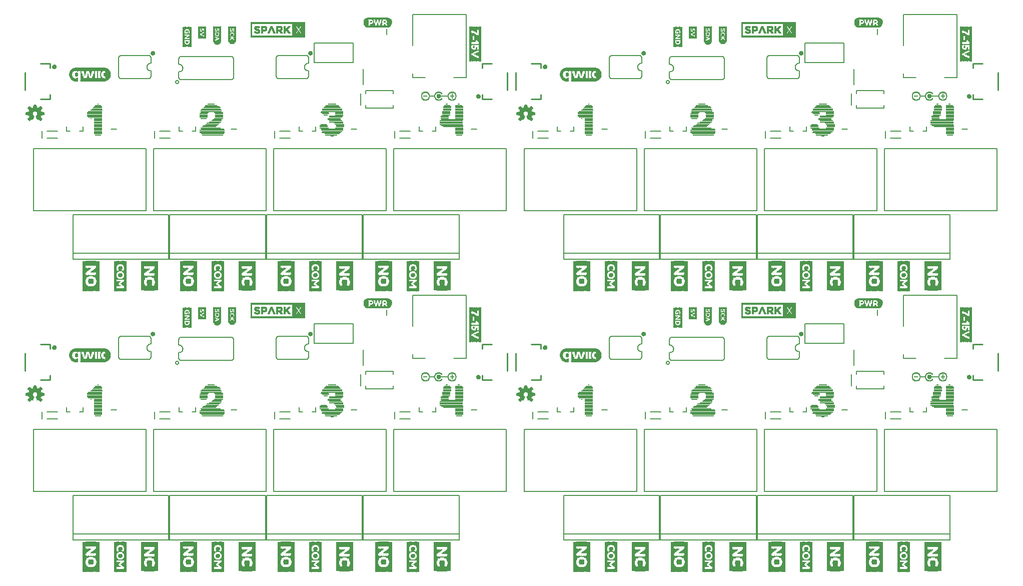
<source format=gto>
G75*
%MOIN*%
%OFA0B0*%
%FSLAX25Y25*%
%IPPOS*%
%LPD*%
%AMOC8*
5,1,8,0,0,1.08239X$1,22.5*
%
%ADD10C,0.00800*%
%ADD11C,0.00500*%
%ADD12C,0.01000*%
%ADD13C,0.01575*%
%ADD14C,0.00010*%
%ADD15R,0.14331X0.00157*%
%ADD16R,0.15276X0.00157*%
%ADD17R,0.15906X0.00157*%
%ADD18R,0.16535X0.00157*%
%ADD19R,0.16850X0.00157*%
%ADD20R,0.17165X0.00157*%
%ADD21R,0.17480X0.00157*%
%ADD22R,0.06614X0.00157*%
%ADD23R,0.04094X0.00157*%
%ADD24R,0.06772X0.00157*%
%ADD25R,0.02992X0.00157*%
%ADD26R,0.01260X0.00157*%
%ADD27R,0.01575X0.00157*%
%ADD28R,0.00630X0.00157*%
%ADD29R,0.03780X0.00157*%
%ADD30R,0.00787X0.00157*%
%ADD31R,0.00472X0.00157*%
%ADD32R,0.03465X0.00157*%
%ADD33R,0.03150X0.00157*%
%ADD34R,0.01102X0.00157*%
%ADD35R,0.03307X0.00157*%
%ADD36R,0.00315X0.00157*%
%ADD37R,0.00945X0.00157*%
%ADD38R,0.00157X0.00157*%
%ADD39R,0.03622X0.00157*%
%ADD40R,0.01732X0.00157*%
%ADD41R,0.02205X0.00157*%
%ADD42R,0.01417X0.00157*%
%ADD43R,0.02835X0.00157*%
%ADD44R,0.01890X0.00157*%
%ADD45R,0.04724X0.00787*%
%ADD46R,0.07874X0.00787*%
%ADD47R,0.10236X0.00787*%
%ADD48R,0.11811X0.00787*%
%ADD49R,0.12598X0.00787*%
%ADD50R,0.14173X0.00787*%
%ADD51R,0.05512X0.00787*%
%ADD52R,0.06299X0.00787*%
%ADD53R,0.03937X0.00787*%
%ADD54R,0.07087X0.00787*%
%ADD55R,0.08661X0.00787*%
%ADD56R,0.09449X0.00787*%
%ADD57R,0.13386X0.00787*%
%ADD58R,0.15748X0.00787*%
%ADD59R,0.16535X0.00787*%
%ADD60R,0.00787X0.00787*%
%ADD61R,0.14961X0.00787*%
%ADD62R,0.03150X0.00787*%
%ADD63R,0.02362X0.00787*%
%ADD64R,0.01575X0.00787*%
%ADD65R,0.01575X0.00394*%
%ADD66R,0.01969X0.00394*%
%ADD67R,0.02362X0.00394*%
%ADD68R,0.02756X0.00394*%
%ADD69R,0.04331X0.00394*%
%ADD70R,0.04724X0.00394*%
%ADD71R,0.05906X0.00394*%
%ADD72R,0.06693X0.00394*%
%ADD73R,0.07480X0.00394*%
%ADD74R,0.08268X0.00394*%
%ADD75R,0.00787X0.00394*%
%ADD76R,0.01181X0.00394*%
%ADD77R,0.09055X0.00394*%
%ADD78R,0.08661X0.00394*%
%ADD79R,0.03543X0.00394*%
%ADD80R,0.03150X0.00394*%
%ADD81R,0.05512X0.00394*%
%ADD82R,0.06299X0.00394*%
%ADD83R,0.07087X0.00394*%
%ADD84R,0.09449X0.00394*%
%ADD85R,0.03937X0.00394*%
%ADD86R,0.10236X0.00394*%
%ADD87R,0.09843X0.00394*%
%ADD88R,0.05118X0.00394*%
%ADD89R,0.07874X0.00394*%
%ADD90C,0.00591*%
%ADD91C,0.00039*%
%ADD92R,0.00315X0.20118*%
%ADD93R,0.00276X0.20118*%
%ADD94R,0.00236X0.20118*%
%ADD95R,0.00276X0.12953*%
%ADD96R,0.00276X0.05787*%
%ADD97R,0.00315X0.03031*%
%ADD98R,0.00315X0.04961*%
%ADD99R,0.00276X0.03031*%
%ADD100R,0.00276X0.02756*%
%ADD101R,0.00276X0.02205*%
%ADD102R,0.00276X0.04409*%
%ADD103R,0.00236X0.03031*%
%ADD104R,0.00236X0.02756*%
%ADD105R,0.00236X0.01929*%
%ADD106R,0.00236X0.04134*%
%ADD107R,0.00315X0.02480*%
%ADD108R,0.00315X0.01654*%
%ADD109R,0.00315X0.03858*%
%ADD110R,0.00276X0.01378*%
%ADD111R,0.00276X0.03583*%
%ADD112R,0.00276X0.01929*%
%ADD113R,0.00236X0.01102*%
%ADD114R,0.00236X0.03307*%
%ADD115R,0.00315X0.01102*%
%ADD116R,0.00315X0.03307*%
%ADD117R,0.00276X0.00827*%
%ADD118R,0.00276X0.01102*%
%ADD119R,0.00276X0.03307*%
%ADD120R,0.00276X0.00551*%
%ADD121R,0.00276X0.00276*%
%ADD122R,0.00315X0.00827*%
%ADD123R,0.00315X0.03583*%
%ADD124R,0.00276X0.01654*%
%ADD125R,0.00276X0.02480*%
%ADD126R,0.00276X0.03858*%
%ADD127R,0.00236X0.02480*%
%ADD128R,0.00236X0.01654*%
%ADD129R,0.00236X0.03858*%
%ADD130R,0.00276X0.04134*%
%ADD131R,0.00276X0.04685*%
%ADD132R,0.00236X0.03583*%
%ADD133R,0.00236X0.05236*%
%ADD134R,0.00197X0.20276*%
%ADD135R,0.00197X0.04528*%
%ADD136R,0.00197X0.03937*%
%ADD137R,0.00197X0.10433*%
%ADD138R,0.00197X0.03740*%
%ADD139R,0.00197X0.02559*%
%ADD140R,0.00197X0.02165*%
%ADD141R,0.00197X0.03346*%
%ADD142R,0.00197X0.02362*%
%ADD143R,0.00197X0.01969*%
%ADD144R,0.00197X0.01772*%
%ADD145R,0.00197X0.02953*%
%ADD146R,0.00197X0.03150*%
%ADD147R,0.00197X0.01378*%
%ADD148R,0.00197X0.01575*%
%ADD149R,0.00197X0.02756*%
%ADD150R,0.00197X0.01181*%
%ADD151R,0.00197X0.00984*%
%ADD152R,0.00197X0.00787*%
%ADD153R,0.00197X0.03543*%
%ADD154R,0.00197X0.00591*%
%ADD155R,0.00197X0.00197*%
%ADD156R,0.00197X0.00394*%
%ADD157R,0.00236X0.02165*%
%ADD158R,0.00236X0.03543*%
%ADD159R,0.00236X0.00591*%
%ADD160R,0.00236X0.02559*%
%ADD161R,0.00236X0.00984*%
%ADD162R,0.00236X0.01181*%
%ADD163R,0.00236X0.03150*%
%ADD164R,0.00236X0.01969*%
%ADD165R,0.00236X0.01772*%
%ADD166R,0.00236X0.20276*%
%ADD167R,0.00157X0.20276*%
%ADD168R,0.00315X0.19567*%
%ADD169R,0.00276X0.19567*%
%ADD170R,0.00236X0.19567*%
%ADD171R,0.00276X0.13504*%
%ADD172R,0.00276X0.04961*%
%ADD173R,0.00315X0.04134*%
%ADD174R,0.00315X0.02756*%
%ADD175R,0.00276X0.07165*%
%ADD176R,0.00276X0.07441*%
%ADD177R,0.00315X0.00551*%
%ADD178R,0.00315X0.07441*%
%ADD179R,0.00236X0.04409*%
%ADD180R,0.00197X0.23031*%
%ADD181R,0.00197X0.16339*%
%ADD182R,0.00197X0.06496*%
%ADD183R,0.00197X0.04724*%
%ADD184R,0.00197X0.04331*%
%ADD185R,0.00197X0.04134*%
%ADD186R,0.00197X0.05118*%
%ADD187R,0.00197X0.05315*%
%ADD188R,0.00236X0.03346*%
%ADD189R,0.00236X0.05512*%
%ADD190R,0.00236X0.00394*%
%ADD191R,0.00236X0.01575*%
%ADD192R,0.00236X0.02953*%
%ADD193R,0.00197X0.06102*%
%ADD194R,0.00197X0.06299*%
%ADD195R,0.00236X0.06496*%
%ADD196R,0.00236X0.23031*%
%ADD197R,0.00157X0.23031*%
%ADD198R,0.00118X0.09921*%
%ADD199R,0.00118X0.10276*%
%ADD200R,0.00079X0.10512*%
%ADD201R,0.00157X0.10748*%
%ADD202R,0.00118X0.10866*%
%ADD203R,0.00118X0.10984*%
%ADD204R,0.00079X0.11102*%
%ADD205R,0.00118X0.02126*%
%ADD206R,0.00118X0.02480*%
%ADD207R,0.00118X0.02953*%
%ADD208R,0.00118X0.02362*%
%ADD209R,0.00157X0.01772*%
%ADD210R,0.00157X0.00827*%
%ADD211R,0.00157X0.01063*%
%ADD212R,0.00157X0.02362*%
%ADD213R,0.00118X0.01654*%
%ADD214R,0.00118X0.01299*%
%ADD215R,0.00118X0.00472*%
%ADD216R,0.00118X0.00945*%
%ADD217R,0.00118X0.02244*%
%ADD218R,0.00118X0.01535*%
%ADD219R,0.00118X0.00354*%
%ADD220R,0.00118X0.00709*%
%ADD221R,0.00118X0.00827*%
%ADD222R,0.00118X0.00236*%
%ADD223R,0.00118X0.00591*%
%ADD224R,0.00157X0.01417*%
%ADD225R,0.00157X0.00236*%
%ADD226R,0.00157X0.00472*%
%ADD227R,0.00157X0.02480*%
%ADD228R,0.00118X0.01417*%
%ADD229R,0.00118X0.02598*%
%ADD230R,0.00118X0.02717*%
%ADD231R,0.00118X0.01772*%
%ADD232R,0.00118X0.01181*%
%ADD233R,0.00157X0.01654*%
%ADD234R,0.00157X0.02008*%
%ADD235R,0.00157X0.00118*%
%ADD236R,0.00157X0.03071*%
%ADD237R,0.00118X0.03189*%
%ADD238R,0.00118X0.03307*%
%ADD239R,0.00118X0.03425*%
%ADD240R,0.00157X0.00354*%
%ADD241R,0.00157X0.02126*%
%ADD242R,0.00157X0.03543*%
%ADD243R,0.00118X0.03543*%
%ADD244R,0.00118X0.02008*%
%ADD245R,0.00157X0.02717*%
%ADD246R,0.00157X0.03189*%
%ADD247R,0.00118X0.00118*%
%ADD248R,0.00118X0.03071*%
%ADD249R,0.00118X0.01063*%
%ADD250R,0.00118X0.02835*%
%ADD251R,0.00157X0.01299*%
%ADD252R,0.00157X0.00591*%
%ADD253R,0.00157X0.02598*%
%ADD254R,0.00157X0.00709*%
%ADD255R,0.00157X0.00945*%
%ADD256R,0.00157X0.02244*%
%ADD257R,0.00118X0.01890*%
%ADD258R,0.00118X0.11102*%
%ADD259R,0.00118X0.10748*%
%ADD260R,0.00118X0.10512*%
%ADD261R,0.00157X0.13386*%
%ADD262R,0.00118X0.13386*%
%ADD263R,0.00118X0.02913*%
%ADD264R,0.00118X0.09646*%
%ADD265R,0.00157X0.02638*%
%ADD266R,0.00157X0.01102*%
%ADD267R,0.00157X0.00551*%
%ADD268R,0.00118X0.01378*%
%ADD269R,0.00118X0.00433*%
%ADD270R,0.00157X0.02205*%
%ADD271R,0.00157X0.01220*%
%ADD272R,0.00157X0.00433*%
%ADD273R,0.00118X0.01929*%
%ADD274R,0.00118X0.00551*%
%ADD275R,0.00118X0.01220*%
%ADD276R,0.00118X0.02087*%
%ADD277R,0.00157X0.01929*%
%ADD278R,0.00118X0.01811*%
%ADD279R,0.00118X0.00984*%
%ADD280R,0.00157X0.00669*%
%ADD281R,0.00157X0.01535*%
%ADD282R,0.00118X0.02638*%
%ADD283R,0.00118X0.01260*%
%ADD284R,0.00157X0.00394*%
%ADD285R,0.00157X0.01378*%
%ADD286R,0.00118X0.00394*%
%ADD287R,0.00157X0.00276*%
%ADD288R,0.00118X0.00276*%
%ADD289R,0.00157X0.01260*%
%ADD290R,0.00118X0.01102*%
%ADD291R,0.00157X0.00984*%
%ADD292R,0.00157X0.01811*%
%ADD293R,0.00157X0.02087*%
%ADD294R,0.00118X0.02205*%
%ADD295R,0.00157X0.01496*%
%ADD296R,0.00118X0.02756*%
%ADD297R,0.00118X0.00669*%
%ADD298R,0.00118X0.07913*%
%ADD299R,0.00079X0.07913*%
%ADD300R,0.00157X0.07913*%
%ADD301R,0.00118X0.03898*%
%ADD302R,0.00157X0.01890*%
%ADD303R,0.00118X0.10394*%
%ADD304R,0.00079X0.10984*%
%ADD305R,0.00157X0.11220*%
%ADD306R,0.00118X0.11339*%
%ADD307R,0.00118X0.11457*%
%ADD308R,0.00079X0.11575*%
%ADD309R,0.00118X0.08976*%
%ADD310R,0.00157X0.03425*%
%ADD311R,0.00157X0.03307*%
%ADD312R,0.00157X0.02835*%
%ADD313R,0.00157X0.01181*%
%ADD314R,0.00118X0.11575*%
%ADD315R,0.00118X0.11220*%
%ADD316R,0.01063X0.00079*%
%ADD317R,0.00945X0.00079*%
%ADD318R,0.01024X0.00079*%
%ADD319R,0.01575X0.00039*%
%ADD320R,0.01535X0.00039*%
%ADD321R,0.02008X0.00079*%
%ADD322R,0.01890X0.00079*%
%ADD323R,0.01969X0.00079*%
%ADD324R,0.02283X0.00039*%
%ADD325R,0.02126X0.00039*%
%ADD326R,0.02559X0.00079*%
%ADD327R,0.02520X0.00079*%
%ADD328R,0.02598X0.00079*%
%ADD329R,0.02795X0.00039*%
%ADD330R,0.02756X0.00039*%
%ADD331R,0.02835X0.00039*%
%ADD332R,0.03031X0.00079*%
%ADD333R,0.02913X0.00079*%
%ADD334R,0.02992X0.00079*%
%ADD335R,0.03228X0.00039*%
%ADD336R,0.03071X0.00039*%
%ADD337R,0.03386X0.00079*%
%ADD338R,0.03307X0.00079*%
%ADD339R,0.03465X0.00079*%
%ADD340R,0.03543X0.00039*%
%ADD341R,0.03465X0.00039*%
%ADD342R,0.03661X0.00039*%
%ADD343R,0.03622X0.00039*%
%ADD344R,0.01693X0.00079*%
%ADD345R,0.01732X0.00079*%
%ADD346R,0.01614X0.00079*%
%ADD347R,0.01772X0.00079*%
%ADD348R,0.01417X0.00039*%
%ADD349R,0.01457X0.00039*%
%ADD350R,0.01220X0.00079*%
%ADD351R,0.01260X0.00079*%
%ADD352R,0.01299X0.00079*%
%ADD353R,0.01220X0.00039*%
%ADD354R,0.01181X0.00039*%
%ADD355R,0.01102X0.00079*%
%ADD356R,0.01063X0.00039*%
%ADD357R,0.01102X0.00039*%
%ADD358R,0.01024X0.00039*%
%ADD359R,0.00984X0.00079*%
%ADD360R,0.00945X0.00039*%
%ADD361R,0.00984X0.00039*%
%ADD362R,0.00906X0.00039*%
%ADD363R,0.00906X0.00079*%
%ADD364R,0.00866X0.00039*%
%ADD365R,0.00866X0.00079*%
%ADD366R,0.00827X0.00039*%
%ADD367R,0.00748X0.00039*%
%ADD368R,0.00827X0.00079*%
%ADD369R,0.00669X0.00079*%
%ADD370R,0.00787X0.00039*%
%ADD371R,0.00472X0.00039*%
%ADD372R,0.00354X0.00079*%
%ADD373R,0.00630X0.00079*%
%ADD374R,0.00157X0.00039*%
%ADD375R,0.00630X0.00039*%
%ADD376R,0.00787X0.00079*%
%ADD377R,0.00748X0.00079*%
%ADD378R,0.00118X0.00079*%
%ADD379R,0.01339X0.00079*%
%ADD380R,0.00709X0.00079*%
%ADD381R,0.01654X0.00079*%
%ADD382R,0.00709X0.00039*%
%ADD383R,0.01811X0.00039*%
%ADD384R,0.02047X0.00039*%
%ADD385R,0.02126X0.00079*%
%ADD386R,0.00669X0.00039*%
%ADD387R,0.02323X0.00039*%
%ADD388R,0.02362X0.00079*%
%ADD389R,0.02520X0.00039*%
%ADD390R,0.02559X0.00039*%
%ADD391R,0.02598X0.00039*%
%ADD392R,0.02677X0.00079*%
%ADD393R,0.02992X0.00039*%
%ADD394R,0.04331X0.00039*%
%ADD395R,0.07992X0.00039*%
%ADD396R,0.04252X0.00079*%
%ADD397R,0.07953X0.00079*%
%ADD398R,0.04252X0.00039*%
%ADD399R,0.07953X0.00039*%
%ADD400R,0.02362X0.00039*%
%ADD401R,0.00315X0.00079*%
%ADD402R,0.00512X0.00079*%
%ADD403R,0.01142X0.00079*%
%ADD404R,0.01142X0.00039*%
%ADD405R,0.01181X0.00079*%
%ADD406R,0.01378X0.00039*%
%ADD407R,0.01299X0.00039*%
%ADD408R,0.01339X0.00039*%
%ADD409R,0.01457X0.00079*%
%ADD410R,0.03740X0.00039*%
%ADD411R,0.03701X0.00039*%
%ADD412R,0.03780X0.00039*%
%ADD413R,0.03583X0.00039*%
%ADD414R,0.03268X0.00039*%
%ADD415R,0.03071X0.00079*%
%ADD416R,0.02638X0.00079*%
%ADD417R,0.02402X0.00039*%
%ADD418R,0.02087X0.00079*%
%ADD419R,0.02047X0.00079*%
%ADD420R,0.01693X0.00039*%
%ADD421R,0.01654X0.00039*%
%ADD422R,0.19961X0.00079*%
%ADD423R,0.20984X0.00118*%
%ADD424R,0.21575X0.00079*%
%ADD425R,0.22165X0.00118*%
%ADD426R,0.22559X0.00079*%
%ADD427R,0.22953X0.00079*%
%ADD428R,0.23346X0.00118*%
%ADD429R,0.23622X0.00079*%
%ADD430R,0.23898X0.00118*%
%ADD431R,0.24213X0.00079*%
%ADD432R,0.24370X0.00118*%
%ADD433R,0.24685X0.00079*%
%ADD434R,0.24882X0.00118*%
%ADD435R,0.25079X0.00079*%
%ADD436R,0.25276X0.00118*%
%ADD437R,0.25472X0.00079*%
%ADD438R,0.25669X0.00118*%
%ADD439R,0.25787X0.00079*%
%ADD440R,0.25866X0.00118*%
%ADD441R,0.26063X0.00079*%
%ADD442R,0.02913X0.00118*%
%ADD443R,0.00945X0.00118*%
%ADD444R,0.00315X0.00118*%
%ADD445R,0.02047X0.00118*%
%ADD446R,0.00197X0.00118*%
%ADD447R,0.00394X0.00118*%
%ADD448R,0.02362X0.00118*%
%ADD449R,0.02756X0.00118*%
%ADD450R,0.02717X0.00079*%
%ADD451R,0.00394X0.00079*%
%ADD452R,0.02835X0.00079*%
%ADD453R,0.00591X0.00079*%
%ADD454R,0.01811X0.00079*%
%ADD455R,0.01929X0.00079*%
%ADD456R,0.02953X0.00079*%
%ADD457R,0.02441X0.00118*%
%ADD458R,0.01811X0.00118*%
%ADD459R,0.01929X0.00118*%
%ADD460R,0.01575X0.00118*%
%ADD461R,0.02953X0.00118*%
%ADD462R,0.00276X0.00079*%
%ADD463R,0.01850X0.00079*%
%ADD464R,0.01378X0.00079*%
%ADD465R,0.02323X0.00118*%
%ADD466R,0.00512X0.00118*%
%ADD467R,0.01772X0.00118*%
%ADD468R,0.01299X0.00118*%
%ADD469R,0.03031X0.00118*%
%ADD470R,0.02244X0.00079*%
%ADD471R,0.00079X0.00079*%
%ADD472R,0.03110X0.00079*%
%ADD473R,0.02244X0.00118*%
%ADD474R,0.00591X0.00118*%
%ADD475R,0.01654X0.00118*%
%ADD476R,0.01102X0.00118*%
%ADD477R,0.03110X0.00118*%
%ADD478R,0.02165X0.00079*%
%ADD479R,0.01535X0.00079*%
%ADD480R,0.03228X0.00079*%
%ADD481R,0.02126X0.00118*%
%ADD482R,0.00669X0.00118*%
%ADD483R,0.01496X0.00118*%
%ADD484R,0.01535X0.00118*%
%ADD485R,0.00906X0.00118*%
%ADD486R,0.03228X0.00118*%
%ADD487R,0.01496X0.00079*%
%ADD488R,0.01457X0.00118*%
%ADD489R,0.00787X0.00118*%
%ADD490R,0.03307X0.00118*%
%ADD491R,0.02008X0.00118*%
%ADD492R,0.01260X0.00118*%
%ADD493R,0.01378X0.00118*%
%ADD494R,0.00709X0.00118*%
%ADD495R,0.03425X0.00118*%
%ADD496R,0.03898X0.00079*%
%ADD497R,0.00866X0.00118*%
%ADD498R,0.01142X0.00118*%
%ADD499R,0.04173X0.00118*%
%ADD500R,0.04291X0.00079*%
%ADD501R,0.04449X0.00079*%
%ADD502R,0.01850X0.00118*%
%ADD503R,0.00984X0.00118*%
%ADD504R,0.01063X0.00118*%
%ADD505R,0.04567X0.00118*%
%ADD506R,0.04567X0.00079*%
%ADD507R,0.04646X0.00118*%
%ADD508R,0.04646X0.00079*%
%ADD509R,0.02165X0.00118*%
%ADD510R,0.00748X0.00118*%
%ADD511R,0.04764X0.00118*%
%ADD512R,0.00197X0.00079*%
%ADD513R,0.04764X0.00079*%
%ADD514R,0.01181X0.00118*%
%ADD515R,0.00472X0.00118*%
%ADD516R,0.00472X0.00079*%
%ADD517R,0.01575X0.00079*%
%ADD518R,0.00079X0.00118*%
%ADD519R,0.04488X0.00118*%
%ADD520R,0.04370X0.00079*%
%ADD521R,0.04291X0.00118*%
%ADD522R,0.04173X0.00079*%
%ADD523R,0.03976X0.00118*%
%ADD524R,0.01969X0.00118*%
%ADD525R,0.15866X0.00079*%
%ADD526R,0.02756X0.00079*%
%ADD527R,0.04961X0.00118*%
%ADD528R,0.19252X0.00118*%
%ADD529R,0.04843X0.00079*%
%ADD530R,0.19173X0.00079*%
%ADD531R,0.04843X0.00118*%
%ADD532R,0.19055X0.00118*%
%ADD533R,0.18976X0.00079*%
%ADD534R,0.18858X0.00118*%
%ADD535R,0.18780X0.00079*%
%ADD536R,0.04449X0.00118*%
%ADD537R,0.18780X0.00118*%
%ADD538R,0.18583X0.00079*%
%ADD539R,0.18465X0.00118*%
%ADD540R,0.04055X0.00079*%
%ADD541R,0.18386X0.00079*%
%ADD542R,0.18189X0.00118*%
%ADD543R,0.03780X0.00079*%
%ADD544R,0.18071X0.00079*%
%ADD545R,0.03701X0.00079*%
%ADD546R,0.17913X0.00079*%
%ADD547R,0.03504X0.00118*%
%ADD548R,0.17795X0.00118*%
%ADD549R,0.17598X0.00079*%
%ADD550R,0.02992X0.00118*%
%ADD551R,0.17323X0.00118*%
%ADD552R,0.02795X0.00079*%
%ADD553R,0.17008X0.00079*%
%ADD554R,0.02402X0.00118*%
%ADD555R,0.16614X0.00118*%
%ADD556R,0.16142X0.00079*%
D10*
X0062545Y0050758D02*
X0062545Y0054695D01*
X0126325Y0054695D01*
X0126325Y0050758D01*
X0062545Y0050758D01*
X0062545Y0054695D02*
X0062545Y0080285D01*
X0126325Y0080285D01*
X0126325Y0054695D01*
X0127045Y0054695D02*
X0190825Y0054695D01*
X0190825Y0050758D01*
X0127045Y0050758D01*
X0127045Y0054695D01*
X0127045Y0080285D01*
X0190825Y0080285D01*
X0190825Y0054695D01*
X0191545Y0054695D02*
X0255325Y0054695D01*
X0255325Y0050758D01*
X0191545Y0050758D01*
X0191545Y0054695D01*
X0191545Y0080285D01*
X0255325Y0080285D01*
X0255325Y0054695D01*
X0256045Y0054695D02*
X0319825Y0054695D01*
X0319825Y0050758D01*
X0256045Y0050758D01*
X0256045Y0054695D01*
X0256045Y0080285D01*
X0319825Y0080285D01*
X0319825Y0054695D01*
X0351089Y0083065D02*
X0276254Y0083065D01*
X0276254Y0124435D01*
X0351089Y0124435D01*
X0351089Y0083065D01*
X0363254Y0083065D02*
X0363254Y0124435D01*
X0438089Y0124435D01*
X0438089Y0083065D01*
X0363254Y0083065D01*
X0389545Y0080285D02*
X0389545Y0054695D01*
X0453325Y0054695D01*
X0453325Y0050758D01*
X0389545Y0050758D01*
X0389545Y0054695D01*
X0389545Y0080285D02*
X0453325Y0080285D01*
X0453325Y0054695D01*
X0454045Y0054695D02*
X0517825Y0054695D01*
X0517825Y0050758D01*
X0454045Y0050758D01*
X0454045Y0054695D01*
X0454045Y0080285D01*
X0517825Y0080285D01*
X0517825Y0054695D01*
X0518545Y0054695D02*
X0582325Y0054695D01*
X0582325Y0050758D01*
X0518545Y0050758D01*
X0518545Y0054695D01*
X0518545Y0080285D01*
X0582325Y0080285D01*
X0582325Y0054695D01*
X0583045Y0054695D02*
X0646825Y0054695D01*
X0646825Y0050758D01*
X0583045Y0050758D01*
X0583045Y0054695D01*
X0583045Y0080285D01*
X0646825Y0080285D01*
X0646825Y0054695D01*
X0678089Y0083065D02*
X0603254Y0083065D01*
X0603254Y0124435D01*
X0678089Y0124435D01*
X0678089Y0083065D01*
X0614293Y0131289D02*
X0607207Y0131289D01*
X0603781Y0131289D02*
X0603781Y0136211D01*
X0607207Y0136211D02*
X0614293Y0136211D01*
X0620238Y0135994D02*
X0620238Y0139144D01*
X0620238Y0135994D02*
X0622600Y0135994D01*
X0628900Y0135994D02*
X0631262Y0135994D01*
X0631262Y0139144D01*
X0602805Y0151541D02*
X0584695Y0151541D01*
X0584695Y0153313D01*
X0581250Y0153313D02*
X0581250Y0161187D01*
X0584695Y0161187D02*
X0584695Y0162959D01*
X0602805Y0162959D01*
X0602805Y0161187D01*
X0602805Y0153313D02*
X0602805Y0151541D01*
X0582852Y0167089D02*
X0582852Y0177313D01*
X0576150Y0181750D02*
X0550350Y0181750D01*
X0550350Y0194750D01*
X0576150Y0194750D01*
X0576150Y0181750D01*
X0546450Y0181350D02*
X0546450Y0185306D01*
X0546449Y0185306D02*
X0546437Y0185376D01*
X0546420Y0185446D01*
X0546400Y0185514D01*
X0546377Y0185582D01*
X0546349Y0185648D01*
X0546318Y0185712D01*
X0546284Y0185774D01*
X0546246Y0185835D01*
X0546206Y0185894D01*
X0546162Y0185950D01*
X0546115Y0186003D01*
X0546065Y0186055D01*
X0546012Y0186103D01*
X0545957Y0186148D01*
X0545900Y0186191D01*
X0545840Y0186230D01*
X0545778Y0186266D01*
X0545715Y0186298D01*
X0545650Y0186327D01*
X0545583Y0186353D01*
X0545515Y0186375D01*
X0545446Y0186393D01*
X0545376Y0186407D01*
X0545305Y0186417D01*
X0545234Y0186424D01*
X0545163Y0186427D01*
X0545092Y0186426D01*
X0545020Y0186421D01*
X0544950Y0186412D01*
X0544950Y0186413D02*
X0526156Y0186413D01*
X0526156Y0186412D02*
X0526086Y0186400D01*
X0526016Y0186383D01*
X0525948Y0186363D01*
X0525881Y0186339D01*
X0525815Y0186312D01*
X0525750Y0186281D01*
X0525688Y0186247D01*
X0525627Y0186209D01*
X0525569Y0186168D01*
X0525512Y0186124D01*
X0525459Y0186077D01*
X0525408Y0186027D01*
X0525359Y0185975D01*
X0525314Y0185920D01*
X0525271Y0185862D01*
X0525232Y0185803D01*
X0525196Y0185741D01*
X0525164Y0185677D01*
X0525135Y0185612D01*
X0525109Y0185546D01*
X0525088Y0185478D01*
X0525069Y0185408D01*
X0525055Y0185339D01*
X0525045Y0185268D01*
X0525038Y0185197D01*
X0525035Y0185126D01*
X0525036Y0185054D01*
X0525041Y0184983D01*
X0525050Y0184912D01*
X0525050Y0184913D02*
X0525050Y0172587D01*
X0525052Y0172511D01*
X0525058Y0172436D01*
X0525067Y0172360D01*
X0525081Y0172285D01*
X0525098Y0172211D01*
X0525119Y0172138D01*
X0525143Y0172066D01*
X0525171Y0171996D01*
X0525203Y0171927D01*
X0525238Y0171859D01*
X0525277Y0171794D01*
X0525319Y0171730D01*
X0525364Y0171669D01*
X0525412Y0171610D01*
X0525463Y0171554D01*
X0525517Y0171500D01*
X0525573Y0171449D01*
X0525632Y0171401D01*
X0525693Y0171356D01*
X0525757Y0171314D01*
X0525822Y0171275D01*
X0525890Y0171240D01*
X0525959Y0171208D01*
X0526029Y0171180D01*
X0526101Y0171156D01*
X0526174Y0171135D01*
X0526248Y0171118D01*
X0526323Y0171104D01*
X0526399Y0171095D01*
X0526474Y0171089D01*
X0526550Y0171087D01*
X0544950Y0171087D01*
X0545031Y0171099D01*
X0545111Y0171114D01*
X0545190Y0171133D01*
X0545268Y0171155D01*
X0545345Y0171182D01*
X0545421Y0171211D01*
X0545495Y0171245D01*
X0545567Y0171282D01*
X0545638Y0171322D01*
X0545706Y0171366D01*
X0545773Y0171413D01*
X0545837Y0171463D01*
X0545898Y0171516D01*
X0545957Y0171572D01*
X0546014Y0171631D01*
X0546067Y0171692D01*
X0546118Y0171756D01*
X0546165Y0171822D01*
X0546209Y0171890D01*
X0546250Y0171960D01*
X0546288Y0172032D01*
X0546322Y0172106D01*
X0546352Y0172182D01*
X0546379Y0172258D01*
X0546402Y0172336D01*
X0546422Y0172415D01*
X0546437Y0172495D01*
X0546449Y0172576D01*
X0546457Y0172656D01*
X0546461Y0172738D01*
X0546462Y0172819D01*
X0546458Y0172900D01*
X0546451Y0172981D01*
X0546450Y0173031D02*
X0546450Y0176350D01*
X0546250Y0176350D02*
X0546152Y0176352D01*
X0546054Y0176358D01*
X0545956Y0176367D01*
X0545859Y0176381D01*
X0545762Y0176398D01*
X0545666Y0176419D01*
X0545571Y0176444D01*
X0545477Y0176472D01*
X0545385Y0176505D01*
X0545293Y0176540D01*
X0545203Y0176580D01*
X0545115Y0176622D01*
X0545028Y0176669D01*
X0544944Y0176718D01*
X0544861Y0176771D01*
X0544781Y0176827D01*
X0544702Y0176887D01*
X0544626Y0176949D01*
X0544553Y0177014D01*
X0544482Y0177082D01*
X0544414Y0177153D01*
X0544349Y0177226D01*
X0544287Y0177302D01*
X0544227Y0177381D01*
X0544171Y0177461D01*
X0544118Y0177544D01*
X0544069Y0177628D01*
X0544022Y0177715D01*
X0543980Y0177803D01*
X0543940Y0177893D01*
X0543905Y0177985D01*
X0543872Y0178077D01*
X0543844Y0178171D01*
X0543819Y0178266D01*
X0543798Y0178362D01*
X0543781Y0178459D01*
X0543767Y0178556D01*
X0543758Y0178654D01*
X0543752Y0178752D01*
X0543750Y0178850D01*
X0543752Y0178948D01*
X0543758Y0179046D01*
X0543767Y0179144D01*
X0543781Y0179241D01*
X0543798Y0179338D01*
X0543819Y0179434D01*
X0543844Y0179529D01*
X0543872Y0179623D01*
X0543905Y0179715D01*
X0543940Y0179807D01*
X0543980Y0179897D01*
X0544022Y0179985D01*
X0544069Y0180072D01*
X0544118Y0180156D01*
X0544171Y0180239D01*
X0544227Y0180319D01*
X0544287Y0180398D01*
X0544349Y0180474D01*
X0544414Y0180547D01*
X0544482Y0180618D01*
X0544553Y0180686D01*
X0544626Y0180751D01*
X0544702Y0180813D01*
X0544781Y0180873D01*
X0544861Y0180929D01*
X0544944Y0180982D01*
X0545028Y0181031D01*
X0545115Y0181078D01*
X0545203Y0181120D01*
X0545293Y0181160D01*
X0545385Y0181195D01*
X0545477Y0181228D01*
X0545571Y0181256D01*
X0545666Y0181281D01*
X0545762Y0181302D01*
X0545859Y0181319D01*
X0545956Y0181333D01*
X0546054Y0181342D01*
X0546152Y0181348D01*
X0546250Y0181350D01*
X0496450Y0184413D02*
X0496450Y0172087D01*
X0496450Y0172088D02*
X0496459Y0172017D01*
X0496464Y0171946D01*
X0496465Y0171874D01*
X0496462Y0171803D01*
X0496455Y0171732D01*
X0496445Y0171661D01*
X0496431Y0171592D01*
X0496412Y0171522D01*
X0496391Y0171454D01*
X0496365Y0171388D01*
X0496336Y0171323D01*
X0496304Y0171259D01*
X0496268Y0171197D01*
X0496229Y0171138D01*
X0496186Y0171080D01*
X0496141Y0171025D01*
X0496092Y0170973D01*
X0496041Y0170923D01*
X0495988Y0170876D01*
X0495931Y0170832D01*
X0495873Y0170791D01*
X0495812Y0170753D01*
X0495750Y0170719D01*
X0495685Y0170688D01*
X0495619Y0170661D01*
X0495552Y0170637D01*
X0495484Y0170617D01*
X0495414Y0170600D01*
X0495344Y0170588D01*
X0495344Y0170587D02*
X0461550Y0170587D01*
X0461550Y0170588D02*
X0461480Y0170579D01*
X0461408Y0170574D01*
X0461337Y0170573D01*
X0461266Y0170576D01*
X0461195Y0170583D01*
X0461124Y0170593D01*
X0461054Y0170607D01*
X0460985Y0170625D01*
X0460917Y0170647D01*
X0460850Y0170673D01*
X0460785Y0170702D01*
X0460722Y0170734D01*
X0460660Y0170770D01*
X0460600Y0170809D01*
X0460543Y0170852D01*
X0460488Y0170897D01*
X0460435Y0170945D01*
X0460385Y0170997D01*
X0460338Y0171050D01*
X0460294Y0171106D01*
X0460254Y0171165D01*
X0460216Y0171226D01*
X0460182Y0171288D01*
X0460151Y0171352D01*
X0460123Y0171418D01*
X0460100Y0171486D01*
X0460080Y0171554D01*
X0460063Y0171624D01*
X0460051Y0171694D01*
X0460050Y0171694D02*
X0460050Y0175650D01*
X0460250Y0175650D02*
X0460348Y0175652D01*
X0460446Y0175658D01*
X0460544Y0175667D01*
X0460641Y0175681D01*
X0460738Y0175698D01*
X0460834Y0175719D01*
X0460929Y0175744D01*
X0461023Y0175772D01*
X0461115Y0175805D01*
X0461207Y0175840D01*
X0461297Y0175880D01*
X0461385Y0175922D01*
X0461472Y0175969D01*
X0461556Y0176018D01*
X0461639Y0176071D01*
X0461719Y0176127D01*
X0461798Y0176187D01*
X0461874Y0176249D01*
X0461947Y0176314D01*
X0462018Y0176382D01*
X0462086Y0176453D01*
X0462151Y0176526D01*
X0462213Y0176602D01*
X0462273Y0176681D01*
X0462329Y0176761D01*
X0462382Y0176844D01*
X0462431Y0176928D01*
X0462478Y0177015D01*
X0462520Y0177103D01*
X0462560Y0177193D01*
X0462595Y0177285D01*
X0462628Y0177377D01*
X0462656Y0177471D01*
X0462681Y0177566D01*
X0462702Y0177662D01*
X0462719Y0177759D01*
X0462733Y0177856D01*
X0462742Y0177954D01*
X0462748Y0178052D01*
X0462750Y0178150D01*
X0462748Y0178248D01*
X0462742Y0178346D01*
X0462733Y0178444D01*
X0462719Y0178541D01*
X0462702Y0178638D01*
X0462681Y0178734D01*
X0462656Y0178829D01*
X0462628Y0178923D01*
X0462595Y0179015D01*
X0462560Y0179107D01*
X0462520Y0179197D01*
X0462478Y0179285D01*
X0462431Y0179372D01*
X0462382Y0179456D01*
X0462329Y0179539D01*
X0462273Y0179619D01*
X0462213Y0179698D01*
X0462151Y0179774D01*
X0462086Y0179847D01*
X0462018Y0179918D01*
X0461947Y0179986D01*
X0461874Y0180051D01*
X0461798Y0180113D01*
X0461719Y0180173D01*
X0461639Y0180229D01*
X0461556Y0180282D01*
X0461472Y0180331D01*
X0461385Y0180378D01*
X0461297Y0180420D01*
X0461207Y0180460D01*
X0461115Y0180495D01*
X0461023Y0180528D01*
X0460929Y0180556D01*
X0460834Y0180581D01*
X0460738Y0180602D01*
X0460641Y0180619D01*
X0460544Y0180633D01*
X0460446Y0180642D01*
X0460348Y0180648D01*
X0460250Y0180650D01*
X0460050Y0180650D02*
X0460050Y0183969D01*
X0460049Y0184019D02*
X0460042Y0184100D01*
X0460038Y0184181D01*
X0460039Y0184262D01*
X0460043Y0184344D01*
X0460051Y0184424D01*
X0460063Y0184505D01*
X0460078Y0184585D01*
X0460098Y0184664D01*
X0460121Y0184742D01*
X0460148Y0184818D01*
X0460178Y0184894D01*
X0460212Y0184968D01*
X0460250Y0185040D01*
X0460291Y0185110D01*
X0460335Y0185178D01*
X0460382Y0185244D01*
X0460433Y0185308D01*
X0460486Y0185369D01*
X0460543Y0185428D01*
X0460602Y0185484D01*
X0460663Y0185537D01*
X0460727Y0185587D01*
X0460794Y0185634D01*
X0460862Y0185678D01*
X0460933Y0185718D01*
X0461005Y0185755D01*
X0461079Y0185789D01*
X0461155Y0185818D01*
X0461232Y0185845D01*
X0461310Y0185867D01*
X0461389Y0185886D01*
X0461469Y0185901D01*
X0461550Y0185913D01*
X0494950Y0185913D01*
X0495026Y0185911D01*
X0495101Y0185905D01*
X0495177Y0185896D01*
X0495252Y0185882D01*
X0495326Y0185865D01*
X0495399Y0185844D01*
X0495471Y0185820D01*
X0495541Y0185792D01*
X0495610Y0185760D01*
X0495678Y0185725D01*
X0495743Y0185686D01*
X0495807Y0185644D01*
X0495868Y0185599D01*
X0495927Y0185551D01*
X0495983Y0185500D01*
X0496037Y0185446D01*
X0496088Y0185390D01*
X0496136Y0185331D01*
X0496181Y0185270D01*
X0496223Y0185206D01*
X0496262Y0185141D01*
X0496297Y0185073D01*
X0496329Y0185004D01*
X0496357Y0184934D01*
X0496381Y0184862D01*
X0496402Y0184789D01*
X0496419Y0184715D01*
X0496433Y0184640D01*
X0496442Y0184564D01*
X0496448Y0184489D01*
X0496450Y0184413D01*
X0457875Y0168875D02*
X0457877Y0168938D01*
X0457883Y0169000D01*
X0457893Y0169062D01*
X0457906Y0169124D01*
X0457924Y0169184D01*
X0457945Y0169243D01*
X0457970Y0169301D01*
X0457999Y0169357D01*
X0458031Y0169411D01*
X0458066Y0169463D01*
X0458104Y0169512D01*
X0458146Y0169560D01*
X0458190Y0169604D01*
X0458238Y0169646D01*
X0458287Y0169684D01*
X0458339Y0169719D01*
X0458393Y0169751D01*
X0458449Y0169780D01*
X0458507Y0169805D01*
X0458566Y0169826D01*
X0458626Y0169844D01*
X0458688Y0169857D01*
X0458750Y0169867D01*
X0458812Y0169873D01*
X0458875Y0169875D01*
X0458938Y0169873D01*
X0459000Y0169867D01*
X0459062Y0169857D01*
X0459124Y0169844D01*
X0459184Y0169826D01*
X0459243Y0169805D01*
X0459301Y0169780D01*
X0459357Y0169751D01*
X0459411Y0169719D01*
X0459463Y0169684D01*
X0459512Y0169646D01*
X0459560Y0169604D01*
X0459604Y0169560D01*
X0459646Y0169512D01*
X0459684Y0169463D01*
X0459719Y0169411D01*
X0459751Y0169357D01*
X0459780Y0169301D01*
X0459805Y0169243D01*
X0459826Y0169184D01*
X0459844Y0169124D01*
X0459857Y0169062D01*
X0459867Y0169000D01*
X0459873Y0168938D01*
X0459875Y0168875D01*
X0459873Y0168812D01*
X0459867Y0168750D01*
X0459857Y0168688D01*
X0459844Y0168626D01*
X0459826Y0168566D01*
X0459805Y0168507D01*
X0459780Y0168449D01*
X0459751Y0168393D01*
X0459719Y0168339D01*
X0459684Y0168287D01*
X0459646Y0168238D01*
X0459604Y0168190D01*
X0459560Y0168146D01*
X0459512Y0168104D01*
X0459463Y0168066D01*
X0459411Y0168031D01*
X0459357Y0167999D01*
X0459301Y0167970D01*
X0459243Y0167945D01*
X0459184Y0167924D01*
X0459124Y0167906D01*
X0459062Y0167893D01*
X0459000Y0167883D01*
X0458938Y0167877D01*
X0458875Y0167875D01*
X0458812Y0167877D01*
X0458750Y0167883D01*
X0458688Y0167893D01*
X0458626Y0167906D01*
X0458566Y0167924D01*
X0458507Y0167945D01*
X0458449Y0167970D01*
X0458393Y0167999D01*
X0458339Y0168031D01*
X0458287Y0168066D01*
X0458238Y0168104D01*
X0458190Y0168146D01*
X0458146Y0168190D01*
X0458104Y0168238D01*
X0458066Y0168287D01*
X0458031Y0168339D01*
X0457999Y0168393D01*
X0457970Y0168449D01*
X0457945Y0168507D01*
X0457924Y0168566D01*
X0457906Y0168626D01*
X0457893Y0168688D01*
X0457883Y0168750D01*
X0457877Y0168812D01*
X0457875Y0168875D01*
X0441450Y0173031D02*
X0441450Y0176350D01*
X0441250Y0176350D02*
X0441152Y0176352D01*
X0441054Y0176358D01*
X0440956Y0176367D01*
X0440859Y0176381D01*
X0440762Y0176398D01*
X0440666Y0176419D01*
X0440571Y0176444D01*
X0440477Y0176472D01*
X0440385Y0176505D01*
X0440293Y0176540D01*
X0440203Y0176580D01*
X0440115Y0176622D01*
X0440028Y0176669D01*
X0439944Y0176718D01*
X0439861Y0176771D01*
X0439781Y0176827D01*
X0439702Y0176887D01*
X0439626Y0176949D01*
X0439553Y0177014D01*
X0439482Y0177082D01*
X0439414Y0177153D01*
X0439349Y0177226D01*
X0439287Y0177302D01*
X0439227Y0177381D01*
X0439171Y0177461D01*
X0439118Y0177544D01*
X0439069Y0177628D01*
X0439022Y0177715D01*
X0438980Y0177803D01*
X0438940Y0177893D01*
X0438905Y0177985D01*
X0438872Y0178077D01*
X0438844Y0178171D01*
X0438819Y0178266D01*
X0438798Y0178362D01*
X0438781Y0178459D01*
X0438767Y0178556D01*
X0438758Y0178654D01*
X0438752Y0178752D01*
X0438750Y0178850D01*
X0438752Y0178948D01*
X0438758Y0179046D01*
X0438767Y0179144D01*
X0438781Y0179241D01*
X0438798Y0179338D01*
X0438819Y0179434D01*
X0438844Y0179529D01*
X0438872Y0179623D01*
X0438905Y0179715D01*
X0438940Y0179807D01*
X0438980Y0179897D01*
X0439022Y0179985D01*
X0439069Y0180072D01*
X0439118Y0180156D01*
X0439171Y0180239D01*
X0439227Y0180319D01*
X0439287Y0180398D01*
X0439349Y0180474D01*
X0439414Y0180547D01*
X0439482Y0180618D01*
X0439553Y0180686D01*
X0439626Y0180751D01*
X0439702Y0180813D01*
X0439781Y0180873D01*
X0439861Y0180929D01*
X0439944Y0180982D01*
X0440028Y0181031D01*
X0440115Y0181078D01*
X0440203Y0181120D01*
X0440293Y0181160D01*
X0440385Y0181195D01*
X0440477Y0181228D01*
X0440571Y0181256D01*
X0440666Y0181281D01*
X0440762Y0181302D01*
X0440859Y0181319D01*
X0440956Y0181333D01*
X0441054Y0181342D01*
X0441152Y0181348D01*
X0441250Y0181350D01*
X0441450Y0181350D02*
X0441450Y0185306D01*
X0441449Y0185306D02*
X0441437Y0185376D01*
X0441420Y0185446D01*
X0441400Y0185514D01*
X0441377Y0185582D01*
X0441349Y0185648D01*
X0441318Y0185712D01*
X0441284Y0185774D01*
X0441246Y0185835D01*
X0441206Y0185894D01*
X0441162Y0185950D01*
X0441115Y0186003D01*
X0441065Y0186055D01*
X0441012Y0186103D01*
X0440957Y0186148D01*
X0440900Y0186191D01*
X0440840Y0186230D01*
X0440778Y0186266D01*
X0440715Y0186298D01*
X0440650Y0186327D01*
X0440583Y0186353D01*
X0440515Y0186375D01*
X0440446Y0186393D01*
X0440376Y0186407D01*
X0440305Y0186417D01*
X0440234Y0186424D01*
X0440163Y0186427D01*
X0440092Y0186426D01*
X0440020Y0186421D01*
X0439950Y0186412D01*
X0439950Y0186413D02*
X0421156Y0186413D01*
X0421156Y0186412D02*
X0421086Y0186400D01*
X0421016Y0186383D01*
X0420948Y0186363D01*
X0420881Y0186339D01*
X0420815Y0186312D01*
X0420750Y0186281D01*
X0420688Y0186247D01*
X0420627Y0186209D01*
X0420569Y0186168D01*
X0420512Y0186124D01*
X0420459Y0186077D01*
X0420408Y0186027D01*
X0420359Y0185975D01*
X0420314Y0185920D01*
X0420271Y0185862D01*
X0420232Y0185803D01*
X0420196Y0185741D01*
X0420164Y0185677D01*
X0420135Y0185612D01*
X0420109Y0185546D01*
X0420088Y0185478D01*
X0420069Y0185408D01*
X0420055Y0185339D01*
X0420045Y0185268D01*
X0420038Y0185197D01*
X0420035Y0185126D01*
X0420036Y0185054D01*
X0420041Y0184983D01*
X0420050Y0184912D01*
X0420050Y0184913D02*
X0420050Y0172587D01*
X0420052Y0172511D01*
X0420058Y0172436D01*
X0420067Y0172360D01*
X0420081Y0172285D01*
X0420098Y0172211D01*
X0420119Y0172138D01*
X0420143Y0172066D01*
X0420171Y0171996D01*
X0420203Y0171927D01*
X0420238Y0171859D01*
X0420277Y0171794D01*
X0420319Y0171730D01*
X0420364Y0171669D01*
X0420412Y0171610D01*
X0420463Y0171554D01*
X0420517Y0171500D01*
X0420573Y0171449D01*
X0420632Y0171401D01*
X0420693Y0171356D01*
X0420757Y0171314D01*
X0420822Y0171275D01*
X0420890Y0171240D01*
X0420959Y0171208D01*
X0421029Y0171180D01*
X0421101Y0171156D01*
X0421174Y0171135D01*
X0421248Y0171118D01*
X0421323Y0171104D01*
X0421399Y0171095D01*
X0421474Y0171089D01*
X0421550Y0171087D01*
X0439950Y0171087D01*
X0440031Y0171099D01*
X0440111Y0171114D01*
X0440190Y0171133D01*
X0440268Y0171155D01*
X0440345Y0171182D01*
X0440421Y0171211D01*
X0440495Y0171245D01*
X0440567Y0171282D01*
X0440638Y0171322D01*
X0440706Y0171366D01*
X0440773Y0171413D01*
X0440837Y0171463D01*
X0440898Y0171516D01*
X0440957Y0171572D01*
X0441014Y0171631D01*
X0441067Y0171692D01*
X0441118Y0171756D01*
X0441165Y0171822D01*
X0441209Y0171890D01*
X0441250Y0171960D01*
X0441288Y0172032D01*
X0441322Y0172106D01*
X0441352Y0172182D01*
X0441379Y0172258D01*
X0441402Y0172336D01*
X0441422Y0172415D01*
X0441437Y0172495D01*
X0441449Y0172576D01*
X0441457Y0172656D01*
X0441461Y0172738D01*
X0441462Y0172819D01*
X0441458Y0172900D01*
X0441451Y0172981D01*
X0443781Y0136211D02*
X0443781Y0131289D01*
X0447207Y0131289D02*
X0454293Y0131289D01*
X0460238Y0135994D02*
X0460238Y0139144D01*
X0460238Y0135994D02*
X0462600Y0135994D01*
X0468900Y0135994D02*
X0471262Y0135994D01*
X0471262Y0139144D01*
X0454293Y0136211D02*
X0447207Y0136211D01*
X0443254Y0124435D02*
X0443254Y0083065D01*
X0518089Y0083065D01*
X0518089Y0124435D01*
X0443254Y0124435D01*
X0396262Y0135994D02*
X0396262Y0139144D01*
X0396262Y0135994D02*
X0393900Y0135994D01*
X0387600Y0135994D02*
X0385238Y0135994D01*
X0385238Y0139144D01*
X0379293Y0136211D02*
X0372207Y0136211D01*
X0368781Y0136211D02*
X0368781Y0131289D01*
X0372207Y0131289D02*
X0379293Y0131289D01*
X0324467Y0171813D02*
X0316199Y0171813D01*
X0324467Y0171813D02*
X0324467Y0213939D01*
X0289033Y0213939D01*
X0289033Y0193073D01*
X0289033Y0174569D02*
X0289033Y0171813D01*
X0297301Y0171813D01*
X0275805Y0162959D02*
X0275805Y0161187D01*
X0275805Y0162959D02*
X0257695Y0162959D01*
X0257695Y0161187D01*
X0254250Y0161187D02*
X0254250Y0153313D01*
X0257695Y0153313D02*
X0257695Y0151541D01*
X0275805Y0151541D01*
X0275805Y0153313D01*
X0276781Y0136211D02*
X0276781Y0131289D01*
X0280207Y0131289D02*
X0287293Y0131289D01*
X0293238Y0135994D02*
X0293238Y0139144D01*
X0293238Y0135994D02*
X0295600Y0135994D01*
X0301900Y0135994D02*
X0304262Y0135994D01*
X0304262Y0139144D01*
X0287293Y0136211D02*
X0280207Y0136211D01*
X0271089Y0124435D02*
X0271089Y0083065D01*
X0196254Y0083065D01*
X0196254Y0124435D01*
X0271089Y0124435D01*
X0224262Y0135994D02*
X0224262Y0139144D01*
X0224262Y0135994D02*
X0221900Y0135994D01*
X0215600Y0135994D02*
X0213238Y0135994D01*
X0213238Y0139144D01*
X0207293Y0136211D02*
X0200207Y0136211D01*
X0196781Y0136211D02*
X0196781Y0131289D01*
X0200207Y0131289D02*
X0207293Y0131289D01*
X0191089Y0124435D02*
X0191089Y0083065D01*
X0116254Y0083065D01*
X0116254Y0124435D01*
X0191089Y0124435D01*
X0144262Y0135994D02*
X0144262Y0139144D01*
X0144262Y0135994D02*
X0141900Y0135994D01*
X0135600Y0135994D02*
X0133238Y0135994D01*
X0133238Y0139144D01*
X0127293Y0136211D02*
X0120207Y0136211D01*
X0116781Y0136211D02*
X0116781Y0131289D01*
X0120207Y0131289D02*
X0127293Y0131289D01*
X0111089Y0124435D02*
X0111089Y0083065D01*
X0036254Y0083065D01*
X0036254Y0124435D01*
X0111089Y0124435D01*
X0069262Y0135994D02*
X0069262Y0139144D01*
X0069262Y0135994D02*
X0066900Y0135994D01*
X0060600Y0135994D02*
X0058238Y0135994D01*
X0058238Y0139144D01*
X0052293Y0136211D02*
X0045207Y0136211D01*
X0041781Y0136211D02*
X0041781Y0131289D01*
X0045207Y0131289D02*
X0052293Y0131289D01*
X0093050Y0172587D02*
X0093050Y0184913D01*
X0093050Y0184912D02*
X0093041Y0184983D01*
X0093036Y0185054D01*
X0093035Y0185126D01*
X0093038Y0185197D01*
X0093045Y0185268D01*
X0093055Y0185339D01*
X0093069Y0185408D01*
X0093088Y0185478D01*
X0093109Y0185546D01*
X0093135Y0185612D01*
X0093164Y0185677D01*
X0093196Y0185741D01*
X0093232Y0185803D01*
X0093271Y0185862D01*
X0093314Y0185920D01*
X0093359Y0185975D01*
X0093408Y0186027D01*
X0093459Y0186077D01*
X0093512Y0186124D01*
X0093569Y0186168D01*
X0093627Y0186209D01*
X0093688Y0186247D01*
X0093750Y0186281D01*
X0093815Y0186312D01*
X0093881Y0186339D01*
X0093948Y0186363D01*
X0094016Y0186383D01*
X0094086Y0186400D01*
X0094156Y0186412D01*
X0094156Y0186413D02*
X0112950Y0186413D01*
X0112950Y0186412D02*
X0113020Y0186421D01*
X0113092Y0186426D01*
X0113163Y0186427D01*
X0113234Y0186424D01*
X0113305Y0186417D01*
X0113376Y0186407D01*
X0113446Y0186393D01*
X0113515Y0186375D01*
X0113583Y0186353D01*
X0113650Y0186327D01*
X0113715Y0186298D01*
X0113778Y0186266D01*
X0113840Y0186230D01*
X0113900Y0186191D01*
X0113957Y0186148D01*
X0114012Y0186103D01*
X0114065Y0186055D01*
X0114115Y0186003D01*
X0114162Y0185950D01*
X0114206Y0185894D01*
X0114246Y0185835D01*
X0114284Y0185774D01*
X0114318Y0185712D01*
X0114349Y0185648D01*
X0114377Y0185582D01*
X0114400Y0185514D01*
X0114420Y0185446D01*
X0114437Y0185376D01*
X0114449Y0185306D01*
X0114450Y0185306D02*
X0114450Y0181350D01*
X0114250Y0181350D02*
X0114152Y0181348D01*
X0114054Y0181342D01*
X0113956Y0181333D01*
X0113859Y0181319D01*
X0113762Y0181302D01*
X0113666Y0181281D01*
X0113571Y0181256D01*
X0113477Y0181228D01*
X0113385Y0181195D01*
X0113293Y0181160D01*
X0113203Y0181120D01*
X0113115Y0181078D01*
X0113028Y0181031D01*
X0112944Y0180982D01*
X0112861Y0180929D01*
X0112781Y0180873D01*
X0112702Y0180813D01*
X0112626Y0180751D01*
X0112553Y0180686D01*
X0112482Y0180618D01*
X0112414Y0180547D01*
X0112349Y0180474D01*
X0112287Y0180398D01*
X0112227Y0180319D01*
X0112171Y0180239D01*
X0112118Y0180156D01*
X0112069Y0180072D01*
X0112022Y0179985D01*
X0111980Y0179897D01*
X0111940Y0179807D01*
X0111905Y0179715D01*
X0111872Y0179623D01*
X0111844Y0179529D01*
X0111819Y0179434D01*
X0111798Y0179338D01*
X0111781Y0179241D01*
X0111767Y0179144D01*
X0111758Y0179046D01*
X0111752Y0178948D01*
X0111750Y0178850D01*
X0111752Y0178752D01*
X0111758Y0178654D01*
X0111767Y0178556D01*
X0111781Y0178459D01*
X0111798Y0178362D01*
X0111819Y0178266D01*
X0111844Y0178171D01*
X0111872Y0178077D01*
X0111905Y0177985D01*
X0111940Y0177893D01*
X0111980Y0177803D01*
X0112022Y0177715D01*
X0112069Y0177628D01*
X0112118Y0177544D01*
X0112171Y0177461D01*
X0112227Y0177381D01*
X0112287Y0177302D01*
X0112349Y0177226D01*
X0112414Y0177153D01*
X0112482Y0177082D01*
X0112553Y0177014D01*
X0112626Y0176949D01*
X0112702Y0176887D01*
X0112781Y0176827D01*
X0112861Y0176771D01*
X0112944Y0176718D01*
X0113028Y0176669D01*
X0113115Y0176622D01*
X0113203Y0176580D01*
X0113293Y0176540D01*
X0113385Y0176505D01*
X0113477Y0176472D01*
X0113571Y0176444D01*
X0113666Y0176419D01*
X0113762Y0176398D01*
X0113859Y0176381D01*
X0113956Y0176367D01*
X0114054Y0176358D01*
X0114152Y0176352D01*
X0114250Y0176350D01*
X0114450Y0176350D02*
X0114450Y0173031D01*
X0114451Y0172981D02*
X0114458Y0172900D01*
X0114462Y0172819D01*
X0114461Y0172738D01*
X0114457Y0172656D01*
X0114449Y0172576D01*
X0114437Y0172495D01*
X0114422Y0172415D01*
X0114402Y0172336D01*
X0114379Y0172258D01*
X0114352Y0172182D01*
X0114322Y0172106D01*
X0114288Y0172032D01*
X0114250Y0171960D01*
X0114209Y0171890D01*
X0114165Y0171822D01*
X0114118Y0171756D01*
X0114067Y0171692D01*
X0114014Y0171631D01*
X0113957Y0171572D01*
X0113898Y0171516D01*
X0113837Y0171463D01*
X0113773Y0171413D01*
X0113706Y0171366D01*
X0113638Y0171322D01*
X0113567Y0171282D01*
X0113495Y0171245D01*
X0113421Y0171211D01*
X0113345Y0171182D01*
X0113268Y0171155D01*
X0113190Y0171133D01*
X0113111Y0171114D01*
X0113031Y0171099D01*
X0112950Y0171087D01*
X0094550Y0171087D01*
X0094474Y0171089D01*
X0094399Y0171095D01*
X0094323Y0171104D01*
X0094248Y0171118D01*
X0094174Y0171135D01*
X0094101Y0171156D01*
X0094029Y0171180D01*
X0093959Y0171208D01*
X0093890Y0171240D01*
X0093822Y0171275D01*
X0093757Y0171314D01*
X0093693Y0171356D01*
X0093632Y0171401D01*
X0093573Y0171449D01*
X0093517Y0171500D01*
X0093463Y0171554D01*
X0093412Y0171610D01*
X0093364Y0171669D01*
X0093319Y0171730D01*
X0093277Y0171794D01*
X0093238Y0171859D01*
X0093203Y0171927D01*
X0093171Y0171996D01*
X0093143Y0172066D01*
X0093119Y0172138D01*
X0093098Y0172211D01*
X0093081Y0172285D01*
X0093067Y0172360D01*
X0093058Y0172436D01*
X0093052Y0172511D01*
X0093050Y0172587D01*
X0130875Y0168875D02*
X0130877Y0168938D01*
X0130883Y0169000D01*
X0130893Y0169062D01*
X0130906Y0169124D01*
X0130924Y0169184D01*
X0130945Y0169243D01*
X0130970Y0169301D01*
X0130999Y0169357D01*
X0131031Y0169411D01*
X0131066Y0169463D01*
X0131104Y0169512D01*
X0131146Y0169560D01*
X0131190Y0169604D01*
X0131238Y0169646D01*
X0131287Y0169684D01*
X0131339Y0169719D01*
X0131393Y0169751D01*
X0131449Y0169780D01*
X0131507Y0169805D01*
X0131566Y0169826D01*
X0131626Y0169844D01*
X0131688Y0169857D01*
X0131750Y0169867D01*
X0131812Y0169873D01*
X0131875Y0169875D01*
X0131938Y0169873D01*
X0132000Y0169867D01*
X0132062Y0169857D01*
X0132124Y0169844D01*
X0132184Y0169826D01*
X0132243Y0169805D01*
X0132301Y0169780D01*
X0132357Y0169751D01*
X0132411Y0169719D01*
X0132463Y0169684D01*
X0132512Y0169646D01*
X0132560Y0169604D01*
X0132604Y0169560D01*
X0132646Y0169512D01*
X0132684Y0169463D01*
X0132719Y0169411D01*
X0132751Y0169357D01*
X0132780Y0169301D01*
X0132805Y0169243D01*
X0132826Y0169184D01*
X0132844Y0169124D01*
X0132857Y0169062D01*
X0132867Y0169000D01*
X0132873Y0168938D01*
X0132875Y0168875D01*
X0132873Y0168812D01*
X0132867Y0168750D01*
X0132857Y0168688D01*
X0132844Y0168626D01*
X0132826Y0168566D01*
X0132805Y0168507D01*
X0132780Y0168449D01*
X0132751Y0168393D01*
X0132719Y0168339D01*
X0132684Y0168287D01*
X0132646Y0168238D01*
X0132604Y0168190D01*
X0132560Y0168146D01*
X0132512Y0168104D01*
X0132463Y0168066D01*
X0132411Y0168031D01*
X0132357Y0167999D01*
X0132301Y0167970D01*
X0132243Y0167945D01*
X0132184Y0167924D01*
X0132124Y0167906D01*
X0132062Y0167893D01*
X0132000Y0167883D01*
X0131938Y0167877D01*
X0131875Y0167875D01*
X0131812Y0167877D01*
X0131750Y0167883D01*
X0131688Y0167893D01*
X0131626Y0167906D01*
X0131566Y0167924D01*
X0131507Y0167945D01*
X0131449Y0167970D01*
X0131393Y0167999D01*
X0131339Y0168031D01*
X0131287Y0168066D01*
X0131238Y0168104D01*
X0131190Y0168146D01*
X0131146Y0168190D01*
X0131104Y0168238D01*
X0131066Y0168287D01*
X0131031Y0168339D01*
X0130999Y0168393D01*
X0130970Y0168449D01*
X0130945Y0168507D01*
X0130924Y0168566D01*
X0130906Y0168626D01*
X0130893Y0168688D01*
X0130883Y0168750D01*
X0130877Y0168812D01*
X0130875Y0168875D01*
X0133050Y0171694D02*
X0133050Y0175650D01*
X0133250Y0175650D02*
X0133348Y0175652D01*
X0133446Y0175658D01*
X0133544Y0175667D01*
X0133641Y0175681D01*
X0133738Y0175698D01*
X0133834Y0175719D01*
X0133929Y0175744D01*
X0134023Y0175772D01*
X0134115Y0175805D01*
X0134207Y0175840D01*
X0134297Y0175880D01*
X0134385Y0175922D01*
X0134472Y0175969D01*
X0134556Y0176018D01*
X0134639Y0176071D01*
X0134719Y0176127D01*
X0134798Y0176187D01*
X0134874Y0176249D01*
X0134947Y0176314D01*
X0135018Y0176382D01*
X0135086Y0176453D01*
X0135151Y0176526D01*
X0135213Y0176602D01*
X0135273Y0176681D01*
X0135329Y0176761D01*
X0135382Y0176844D01*
X0135431Y0176928D01*
X0135478Y0177015D01*
X0135520Y0177103D01*
X0135560Y0177193D01*
X0135595Y0177285D01*
X0135628Y0177377D01*
X0135656Y0177471D01*
X0135681Y0177566D01*
X0135702Y0177662D01*
X0135719Y0177759D01*
X0135733Y0177856D01*
X0135742Y0177954D01*
X0135748Y0178052D01*
X0135750Y0178150D01*
X0135748Y0178248D01*
X0135742Y0178346D01*
X0135733Y0178444D01*
X0135719Y0178541D01*
X0135702Y0178638D01*
X0135681Y0178734D01*
X0135656Y0178829D01*
X0135628Y0178923D01*
X0135595Y0179015D01*
X0135560Y0179107D01*
X0135520Y0179197D01*
X0135478Y0179285D01*
X0135431Y0179372D01*
X0135382Y0179456D01*
X0135329Y0179539D01*
X0135273Y0179619D01*
X0135213Y0179698D01*
X0135151Y0179774D01*
X0135086Y0179847D01*
X0135018Y0179918D01*
X0134947Y0179986D01*
X0134874Y0180051D01*
X0134798Y0180113D01*
X0134719Y0180173D01*
X0134639Y0180229D01*
X0134556Y0180282D01*
X0134472Y0180331D01*
X0134385Y0180378D01*
X0134297Y0180420D01*
X0134207Y0180460D01*
X0134115Y0180495D01*
X0134023Y0180528D01*
X0133929Y0180556D01*
X0133834Y0180581D01*
X0133738Y0180602D01*
X0133641Y0180619D01*
X0133544Y0180633D01*
X0133446Y0180642D01*
X0133348Y0180648D01*
X0133250Y0180650D01*
X0133050Y0180650D02*
X0133050Y0183969D01*
X0133049Y0184019D02*
X0133042Y0184100D01*
X0133038Y0184181D01*
X0133039Y0184262D01*
X0133043Y0184344D01*
X0133051Y0184424D01*
X0133063Y0184505D01*
X0133078Y0184585D01*
X0133098Y0184664D01*
X0133121Y0184742D01*
X0133148Y0184818D01*
X0133178Y0184894D01*
X0133212Y0184968D01*
X0133250Y0185040D01*
X0133291Y0185110D01*
X0133335Y0185178D01*
X0133382Y0185244D01*
X0133433Y0185308D01*
X0133486Y0185369D01*
X0133543Y0185428D01*
X0133602Y0185484D01*
X0133663Y0185537D01*
X0133727Y0185587D01*
X0133794Y0185634D01*
X0133862Y0185678D01*
X0133933Y0185718D01*
X0134005Y0185755D01*
X0134079Y0185789D01*
X0134155Y0185818D01*
X0134232Y0185845D01*
X0134310Y0185867D01*
X0134389Y0185886D01*
X0134469Y0185901D01*
X0134550Y0185913D01*
X0167950Y0185913D01*
X0168026Y0185911D01*
X0168101Y0185905D01*
X0168177Y0185896D01*
X0168252Y0185882D01*
X0168326Y0185865D01*
X0168399Y0185844D01*
X0168471Y0185820D01*
X0168541Y0185792D01*
X0168610Y0185760D01*
X0168678Y0185725D01*
X0168743Y0185686D01*
X0168807Y0185644D01*
X0168868Y0185599D01*
X0168927Y0185551D01*
X0168983Y0185500D01*
X0169037Y0185446D01*
X0169088Y0185390D01*
X0169136Y0185331D01*
X0169181Y0185270D01*
X0169223Y0185206D01*
X0169262Y0185141D01*
X0169297Y0185073D01*
X0169329Y0185004D01*
X0169357Y0184934D01*
X0169381Y0184862D01*
X0169402Y0184789D01*
X0169419Y0184715D01*
X0169433Y0184640D01*
X0169442Y0184564D01*
X0169448Y0184489D01*
X0169450Y0184413D01*
X0169450Y0172087D01*
X0169450Y0172088D02*
X0169459Y0172017D01*
X0169464Y0171946D01*
X0169465Y0171874D01*
X0169462Y0171803D01*
X0169455Y0171732D01*
X0169445Y0171661D01*
X0169431Y0171592D01*
X0169412Y0171522D01*
X0169391Y0171454D01*
X0169365Y0171388D01*
X0169336Y0171323D01*
X0169304Y0171259D01*
X0169268Y0171197D01*
X0169229Y0171138D01*
X0169186Y0171080D01*
X0169141Y0171025D01*
X0169092Y0170973D01*
X0169041Y0170923D01*
X0168988Y0170876D01*
X0168931Y0170832D01*
X0168873Y0170791D01*
X0168812Y0170753D01*
X0168750Y0170719D01*
X0168685Y0170688D01*
X0168619Y0170661D01*
X0168552Y0170637D01*
X0168484Y0170617D01*
X0168414Y0170600D01*
X0168344Y0170588D01*
X0168344Y0170587D02*
X0134550Y0170587D01*
X0134550Y0170588D02*
X0134480Y0170579D01*
X0134408Y0170574D01*
X0134337Y0170573D01*
X0134266Y0170576D01*
X0134195Y0170583D01*
X0134124Y0170593D01*
X0134054Y0170607D01*
X0133985Y0170625D01*
X0133917Y0170647D01*
X0133850Y0170673D01*
X0133785Y0170702D01*
X0133722Y0170734D01*
X0133660Y0170770D01*
X0133600Y0170809D01*
X0133543Y0170852D01*
X0133488Y0170897D01*
X0133435Y0170945D01*
X0133385Y0170997D01*
X0133338Y0171050D01*
X0133294Y0171106D01*
X0133254Y0171165D01*
X0133216Y0171226D01*
X0133182Y0171288D01*
X0133151Y0171352D01*
X0133123Y0171418D01*
X0133100Y0171486D01*
X0133080Y0171554D01*
X0133063Y0171624D01*
X0133051Y0171694D01*
X0198050Y0172587D02*
X0198050Y0184913D01*
X0198050Y0184912D02*
X0198041Y0184983D01*
X0198036Y0185054D01*
X0198035Y0185126D01*
X0198038Y0185197D01*
X0198045Y0185268D01*
X0198055Y0185339D01*
X0198069Y0185408D01*
X0198088Y0185478D01*
X0198109Y0185546D01*
X0198135Y0185612D01*
X0198164Y0185677D01*
X0198196Y0185741D01*
X0198232Y0185803D01*
X0198271Y0185862D01*
X0198314Y0185920D01*
X0198359Y0185975D01*
X0198408Y0186027D01*
X0198459Y0186077D01*
X0198512Y0186124D01*
X0198569Y0186168D01*
X0198627Y0186209D01*
X0198688Y0186247D01*
X0198750Y0186281D01*
X0198815Y0186312D01*
X0198881Y0186339D01*
X0198948Y0186363D01*
X0199016Y0186383D01*
X0199086Y0186400D01*
X0199156Y0186412D01*
X0199156Y0186413D02*
X0217950Y0186413D01*
X0217950Y0186412D02*
X0218020Y0186421D01*
X0218092Y0186426D01*
X0218163Y0186427D01*
X0218234Y0186424D01*
X0218305Y0186417D01*
X0218376Y0186407D01*
X0218446Y0186393D01*
X0218515Y0186375D01*
X0218583Y0186353D01*
X0218650Y0186327D01*
X0218715Y0186298D01*
X0218778Y0186266D01*
X0218840Y0186230D01*
X0218900Y0186191D01*
X0218957Y0186148D01*
X0219012Y0186103D01*
X0219065Y0186055D01*
X0219115Y0186003D01*
X0219162Y0185950D01*
X0219206Y0185894D01*
X0219246Y0185835D01*
X0219284Y0185774D01*
X0219318Y0185712D01*
X0219349Y0185648D01*
X0219377Y0185582D01*
X0219400Y0185514D01*
X0219420Y0185446D01*
X0219437Y0185376D01*
X0219449Y0185306D01*
X0219450Y0185306D02*
X0219450Y0181350D01*
X0219250Y0181350D02*
X0219152Y0181348D01*
X0219054Y0181342D01*
X0218956Y0181333D01*
X0218859Y0181319D01*
X0218762Y0181302D01*
X0218666Y0181281D01*
X0218571Y0181256D01*
X0218477Y0181228D01*
X0218385Y0181195D01*
X0218293Y0181160D01*
X0218203Y0181120D01*
X0218115Y0181078D01*
X0218028Y0181031D01*
X0217944Y0180982D01*
X0217861Y0180929D01*
X0217781Y0180873D01*
X0217702Y0180813D01*
X0217626Y0180751D01*
X0217553Y0180686D01*
X0217482Y0180618D01*
X0217414Y0180547D01*
X0217349Y0180474D01*
X0217287Y0180398D01*
X0217227Y0180319D01*
X0217171Y0180239D01*
X0217118Y0180156D01*
X0217069Y0180072D01*
X0217022Y0179985D01*
X0216980Y0179897D01*
X0216940Y0179807D01*
X0216905Y0179715D01*
X0216872Y0179623D01*
X0216844Y0179529D01*
X0216819Y0179434D01*
X0216798Y0179338D01*
X0216781Y0179241D01*
X0216767Y0179144D01*
X0216758Y0179046D01*
X0216752Y0178948D01*
X0216750Y0178850D01*
X0216752Y0178752D01*
X0216758Y0178654D01*
X0216767Y0178556D01*
X0216781Y0178459D01*
X0216798Y0178362D01*
X0216819Y0178266D01*
X0216844Y0178171D01*
X0216872Y0178077D01*
X0216905Y0177985D01*
X0216940Y0177893D01*
X0216980Y0177803D01*
X0217022Y0177715D01*
X0217069Y0177628D01*
X0217118Y0177544D01*
X0217171Y0177461D01*
X0217227Y0177381D01*
X0217287Y0177302D01*
X0217349Y0177226D01*
X0217414Y0177153D01*
X0217482Y0177082D01*
X0217553Y0177014D01*
X0217626Y0176949D01*
X0217702Y0176887D01*
X0217781Y0176827D01*
X0217861Y0176771D01*
X0217944Y0176718D01*
X0218028Y0176669D01*
X0218115Y0176622D01*
X0218203Y0176580D01*
X0218293Y0176540D01*
X0218385Y0176505D01*
X0218477Y0176472D01*
X0218571Y0176444D01*
X0218666Y0176419D01*
X0218762Y0176398D01*
X0218859Y0176381D01*
X0218956Y0176367D01*
X0219054Y0176358D01*
X0219152Y0176352D01*
X0219250Y0176350D01*
X0219450Y0176350D02*
X0219450Y0173031D01*
X0219451Y0172981D02*
X0219458Y0172900D01*
X0219462Y0172819D01*
X0219461Y0172738D01*
X0219457Y0172656D01*
X0219449Y0172576D01*
X0219437Y0172495D01*
X0219422Y0172415D01*
X0219402Y0172336D01*
X0219379Y0172258D01*
X0219352Y0172182D01*
X0219322Y0172106D01*
X0219288Y0172032D01*
X0219250Y0171960D01*
X0219209Y0171890D01*
X0219165Y0171822D01*
X0219118Y0171756D01*
X0219067Y0171692D01*
X0219014Y0171631D01*
X0218957Y0171572D01*
X0218898Y0171516D01*
X0218837Y0171463D01*
X0218773Y0171413D01*
X0218706Y0171366D01*
X0218638Y0171322D01*
X0218567Y0171282D01*
X0218495Y0171245D01*
X0218421Y0171211D01*
X0218345Y0171182D01*
X0218268Y0171155D01*
X0218190Y0171133D01*
X0218111Y0171114D01*
X0218031Y0171099D01*
X0217950Y0171087D01*
X0199550Y0171087D01*
X0199474Y0171089D01*
X0199399Y0171095D01*
X0199323Y0171104D01*
X0199248Y0171118D01*
X0199174Y0171135D01*
X0199101Y0171156D01*
X0199029Y0171180D01*
X0198959Y0171208D01*
X0198890Y0171240D01*
X0198822Y0171275D01*
X0198757Y0171314D01*
X0198693Y0171356D01*
X0198632Y0171401D01*
X0198573Y0171449D01*
X0198517Y0171500D01*
X0198463Y0171554D01*
X0198412Y0171610D01*
X0198364Y0171669D01*
X0198319Y0171730D01*
X0198277Y0171794D01*
X0198238Y0171859D01*
X0198203Y0171927D01*
X0198171Y0171996D01*
X0198143Y0172066D01*
X0198119Y0172138D01*
X0198098Y0172211D01*
X0198081Y0172285D01*
X0198067Y0172360D01*
X0198058Y0172436D01*
X0198052Y0172511D01*
X0198050Y0172587D01*
X0223350Y0181750D02*
X0223350Y0194750D01*
X0249150Y0194750D01*
X0249150Y0181750D01*
X0223350Y0181750D01*
X0255852Y0177313D02*
X0255852Y0167089D01*
X0256045Y0237758D02*
X0256045Y0241695D01*
X0319825Y0241695D01*
X0319825Y0237758D01*
X0256045Y0237758D01*
X0255325Y0237758D02*
X0191545Y0237758D01*
X0191545Y0241695D01*
X0255325Y0241695D01*
X0255325Y0237758D01*
X0255325Y0241695D02*
X0255325Y0267285D01*
X0191545Y0267285D01*
X0191545Y0241695D01*
X0190825Y0241695D02*
X0127045Y0241695D01*
X0127045Y0267285D01*
X0190825Y0267285D01*
X0190825Y0241695D01*
X0190825Y0237758D01*
X0127045Y0237758D01*
X0127045Y0241695D01*
X0126325Y0241695D02*
X0062545Y0241695D01*
X0062545Y0267285D01*
X0126325Y0267285D01*
X0126325Y0241695D01*
X0126325Y0237758D01*
X0062545Y0237758D01*
X0062545Y0241695D01*
X0036254Y0270065D02*
X0036254Y0311435D01*
X0111089Y0311435D01*
X0111089Y0270065D01*
X0036254Y0270065D01*
X0041781Y0318289D02*
X0041781Y0323211D01*
X0045207Y0323211D02*
X0052293Y0323211D01*
X0052293Y0318289D02*
X0045207Y0318289D01*
X0058238Y0322994D02*
X0058238Y0326144D01*
X0058238Y0322994D02*
X0060600Y0322994D01*
X0066900Y0322994D02*
X0069262Y0322994D01*
X0069262Y0326144D01*
X0116781Y0323211D02*
X0116781Y0318289D01*
X0120207Y0318289D02*
X0127293Y0318289D01*
X0127293Y0323211D02*
X0120207Y0323211D01*
X0133238Y0322994D02*
X0133238Y0326144D01*
X0133238Y0322994D02*
X0135600Y0322994D01*
X0141900Y0322994D02*
X0144262Y0322994D01*
X0144262Y0326144D01*
X0116254Y0311435D02*
X0116254Y0270065D01*
X0191089Y0270065D01*
X0191089Y0311435D01*
X0116254Y0311435D01*
X0130875Y0355875D02*
X0130877Y0355938D01*
X0130883Y0356000D01*
X0130893Y0356062D01*
X0130906Y0356124D01*
X0130924Y0356184D01*
X0130945Y0356243D01*
X0130970Y0356301D01*
X0130999Y0356357D01*
X0131031Y0356411D01*
X0131066Y0356463D01*
X0131104Y0356512D01*
X0131146Y0356560D01*
X0131190Y0356604D01*
X0131238Y0356646D01*
X0131287Y0356684D01*
X0131339Y0356719D01*
X0131393Y0356751D01*
X0131449Y0356780D01*
X0131507Y0356805D01*
X0131566Y0356826D01*
X0131626Y0356844D01*
X0131688Y0356857D01*
X0131750Y0356867D01*
X0131812Y0356873D01*
X0131875Y0356875D01*
X0131938Y0356873D01*
X0132000Y0356867D01*
X0132062Y0356857D01*
X0132124Y0356844D01*
X0132184Y0356826D01*
X0132243Y0356805D01*
X0132301Y0356780D01*
X0132357Y0356751D01*
X0132411Y0356719D01*
X0132463Y0356684D01*
X0132512Y0356646D01*
X0132560Y0356604D01*
X0132604Y0356560D01*
X0132646Y0356512D01*
X0132684Y0356463D01*
X0132719Y0356411D01*
X0132751Y0356357D01*
X0132780Y0356301D01*
X0132805Y0356243D01*
X0132826Y0356184D01*
X0132844Y0356124D01*
X0132857Y0356062D01*
X0132867Y0356000D01*
X0132873Y0355938D01*
X0132875Y0355875D01*
X0132873Y0355812D01*
X0132867Y0355750D01*
X0132857Y0355688D01*
X0132844Y0355626D01*
X0132826Y0355566D01*
X0132805Y0355507D01*
X0132780Y0355449D01*
X0132751Y0355393D01*
X0132719Y0355339D01*
X0132684Y0355287D01*
X0132646Y0355238D01*
X0132604Y0355190D01*
X0132560Y0355146D01*
X0132512Y0355104D01*
X0132463Y0355066D01*
X0132411Y0355031D01*
X0132357Y0354999D01*
X0132301Y0354970D01*
X0132243Y0354945D01*
X0132184Y0354924D01*
X0132124Y0354906D01*
X0132062Y0354893D01*
X0132000Y0354883D01*
X0131938Y0354877D01*
X0131875Y0354875D01*
X0131812Y0354877D01*
X0131750Y0354883D01*
X0131688Y0354893D01*
X0131626Y0354906D01*
X0131566Y0354924D01*
X0131507Y0354945D01*
X0131449Y0354970D01*
X0131393Y0354999D01*
X0131339Y0355031D01*
X0131287Y0355066D01*
X0131238Y0355104D01*
X0131190Y0355146D01*
X0131146Y0355190D01*
X0131104Y0355238D01*
X0131066Y0355287D01*
X0131031Y0355339D01*
X0130999Y0355393D01*
X0130970Y0355449D01*
X0130945Y0355507D01*
X0130924Y0355566D01*
X0130906Y0355626D01*
X0130893Y0355688D01*
X0130883Y0355750D01*
X0130877Y0355812D01*
X0130875Y0355875D01*
X0133050Y0358694D02*
X0133050Y0362650D01*
X0133250Y0362650D02*
X0133348Y0362652D01*
X0133446Y0362658D01*
X0133544Y0362667D01*
X0133641Y0362681D01*
X0133738Y0362698D01*
X0133834Y0362719D01*
X0133929Y0362744D01*
X0134023Y0362772D01*
X0134115Y0362805D01*
X0134207Y0362840D01*
X0134297Y0362880D01*
X0134385Y0362922D01*
X0134472Y0362969D01*
X0134556Y0363018D01*
X0134639Y0363071D01*
X0134719Y0363127D01*
X0134798Y0363187D01*
X0134874Y0363249D01*
X0134947Y0363314D01*
X0135018Y0363382D01*
X0135086Y0363453D01*
X0135151Y0363526D01*
X0135213Y0363602D01*
X0135273Y0363681D01*
X0135329Y0363761D01*
X0135382Y0363844D01*
X0135431Y0363928D01*
X0135478Y0364015D01*
X0135520Y0364103D01*
X0135560Y0364193D01*
X0135595Y0364285D01*
X0135628Y0364377D01*
X0135656Y0364471D01*
X0135681Y0364566D01*
X0135702Y0364662D01*
X0135719Y0364759D01*
X0135733Y0364856D01*
X0135742Y0364954D01*
X0135748Y0365052D01*
X0135750Y0365150D01*
X0135748Y0365248D01*
X0135742Y0365346D01*
X0135733Y0365444D01*
X0135719Y0365541D01*
X0135702Y0365638D01*
X0135681Y0365734D01*
X0135656Y0365829D01*
X0135628Y0365923D01*
X0135595Y0366015D01*
X0135560Y0366107D01*
X0135520Y0366197D01*
X0135478Y0366285D01*
X0135431Y0366372D01*
X0135382Y0366456D01*
X0135329Y0366539D01*
X0135273Y0366619D01*
X0135213Y0366698D01*
X0135151Y0366774D01*
X0135086Y0366847D01*
X0135018Y0366918D01*
X0134947Y0366986D01*
X0134874Y0367051D01*
X0134798Y0367113D01*
X0134719Y0367173D01*
X0134639Y0367229D01*
X0134556Y0367282D01*
X0134472Y0367331D01*
X0134385Y0367378D01*
X0134297Y0367420D01*
X0134207Y0367460D01*
X0134115Y0367495D01*
X0134023Y0367528D01*
X0133929Y0367556D01*
X0133834Y0367581D01*
X0133738Y0367602D01*
X0133641Y0367619D01*
X0133544Y0367633D01*
X0133446Y0367642D01*
X0133348Y0367648D01*
X0133250Y0367650D01*
X0133050Y0367650D02*
X0133050Y0370969D01*
X0133049Y0371019D02*
X0133042Y0371100D01*
X0133038Y0371181D01*
X0133039Y0371262D01*
X0133043Y0371344D01*
X0133051Y0371424D01*
X0133063Y0371505D01*
X0133078Y0371585D01*
X0133098Y0371664D01*
X0133121Y0371742D01*
X0133148Y0371818D01*
X0133178Y0371894D01*
X0133212Y0371968D01*
X0133250Y0372040D01*
X0133291Y0372110D01*
X0133335Y0372178D01*
X0133382Y0372244D01*
X0133433Y0372308D01*
X0133486Y0372369D01*
X0133543Y0372428D01*
X0133602Y0372484D01*
X0133663Y0372537D01*
X0133727Y0372587D01*
X0133794Y0372634D01*
X0133862Y0372678D01*
X0133933Y0372718D01*
X0134005Y0372755D01*
X0134079Y0372789D01*
X0134155Y0372818D01*
X0134232Y0372845D01*
X0134310Y0372867D01*
X0134389Y0372886D01*
X0134469Y0372901D01*
X0134550Y0372913D01*
X0167950Y0372913D01*
X0168026Y0372911D01*
X0168101Y0372905D01*
X0168177Y0372896D01*
X0168252Y0372882D01*
X0168326Y0372865D01*
X0168399Y0372844D01*
X0168471Y0372820D01*
X0168541Y0372792D01*
X0168610Y0372760D01*
X0168678Y0372725D01*
X0168743Y0372686D01*
X0168807Y0372644D01*
X0168868Y0372599D01*
X0168927Y0372551D01*
X0168983Y0372500D01*
X0169037Y0372446D01*
X0169088Y0372390D01*
X0169136Y0372331D01*
X0169181Y0372270D01*
X0169223Y0372206D01*
X0169262Y0372141D01*
X0169297Y0372073D01*
X0169329Y0372004D01*
X0169357Y0371934D01*
X0169381Y0371862D01*
X0169402Y0371789D01*
X0169419Y0371715D01*
X0169433Y0371640D01*
X0169442Y0371564D01*
X0169448Y0371489D01*
X0169450Y0371413D01*
X0169450Y0359087D01*
X0169450Y0359088D02*
X0169459Y0359017D01*
X0169464Y0358946D01*
X0169465Y0358874D01*
X0169462Y0358803D01*
X0169455Y0358732D01*
X0169445Y0358661D01*
X0169431Y0358592D01*
X0169412Y0358522D01*
X0169391Y0358454D01*
X0169365Y0358388D01*
X0169336Y0358323D01*
X0169304Y0358259D01*
X0169268Y0358197D01*
X0169229Y0358138D01*
X0169186Y0358080D01*
X0169141Y0358025D01*
X0169092Y0357973D01*
X0169041Y0357923D01*
X0168988Y0357876D01*
X0168931Y0357832D01*
X0168873Y0357791D01*
X0168812Y0357753D01*
X0168750Y0357719D01*
X0168685Y0357688D01*
X0168619Y0357661D01*
X0168552Y0357637D01*
X0168484Y0357617D01*
X0168414Y0357600D01*
X0168344Y0357588D01*
X0168344Y0357587D02*
X0134550Y0357587D01*
X0134550Y0357588D02*
X0134480Y0357579D01*
X0134408Y0357574D01*
X0134337Y0357573D01*
X0134266Y0357576D01*
X0134195Y0357583D01*
X0134124Y0357593D01*
X0134054Y0357607D01*
X0133985Y0357625D01*
X0133917Y0357647D01*
X0133850Y0357673D01*
X0133785Y0357702D01*
X0133722Y0357734D01*
X0133660Y0357770D01*
X0133600Y0357809D01*
X0133543Y0357852D01*
X0133488Y0357897D01*
X0133435Y0357945D01*
X0133385Y0357997D01*
X0133338Y0358050D01*
X0133294Y0358106D01*
X0133254Y0358165D01*
X0133216Y0358226D01*
X0133182Y0358288D01*
X0133151Y0358352D01*
X0133123Y0358418D01*
X0133100Y0358486D01*
X0133080Y0358554D01*
X0133063Y0358624D01*
X0133051Y0358694D01*
X0114450Y0360031D02*
X0114450Y0363350D01*
X0114250Y0363350D02*
X0114152Y0363352D01*
X0114054Y0363358D01*
X0113956Y0363367D01*
X0113859Y0363381D01*
X0113762Y0363398D01*
X0113666Y0363419D01*
X0113571Y0363444D01*
X0113477Y0363472D01*
X0113385Y0363505D01*
X0113293Y0363540D01*
X0113203Y0363580D01*
X0113115Y0363622D01*
X0113028Y0363669D01*
X0112944Y0363718D01*
X0112861Y0363771D01*
X0112781Y0363827D01*
X0112702Y0363887D01*
X0112626Y0363949D01*
X0112553Y0364014D01*
X0112482Y0364082D01*
X0112414Y0364153D01*
X0112349Y0364226D01*
X0112287Y0364302D01*
X0112227Y0364381D01*
X0112171Y0364461D01*
X0112118Y0364544D01*
X0112069Y0364628D01*
X0112022Y0364715D01*
X0111980Y0364803D01*
X0111940Y0364893D01*
X0111905Y0364985D01*
X0111872Y0365077D01*
X0111844Y0365171D01*
X0111819Y0365266D01*
X0111798Y0365362D01*
X0111781Y0365459D01*
X0111767Y0365556D01*
X0111758Y0365654D01*
X0111752Y0365752D01*
X0111750Y0365850D01*
X0111752Y0365948D01*
X0111758Y0366046D01*
X0111767Y0366144D01*
X0111781Y0366241D01*
X0111798Y0366338D01*
X0111819Y0366434D01*
X0111844Y0366529D01*
X0111872Y0366623D01*
X0111905Y0366715D01*
X0111940Y0366807D01*
X0111980Y0366897D01*
X0112022Y0366985D01*
X0112069Y0367072D01*
X0112118Y0367156D01*
X0112171Y0367239D01*
X0112227Y0367319D01*
X0112287Y0367398D01*
X0112349Y0367474D01*
X0112414Y0367547D01*
X0112482Y0367618D01*
X0112553Y0367686D01*
X0112626Y0367751D01*
X0112702Y0367813D01*
X0112781Y0367873D01*
X0112861Y0367929D01*
X0112944Y0367982D01*
X0113028Y0368031D01*
X0113115Y0368078D01*
X0113203Y0368120D01*
X0113293Y0368160D01*
X0113385Y0368195D01*
X0113477Y0368228D01*
X0113571Y0368256D01*
X0113666Y0368281D01*
X0113762Y0368302D01*
X0113859Y0368319D01*
X0113956Y0368333D01*
X0114054Y0368342D01*
X0114152Y0368348D01*
X0114250Y0368350D01*
X0114450Y0368350D02*
X0114450Y0372306D01*
X0114449Y0372306D02*
X0114437Y0372376D01*
X0114420Y0372446D01*
X0114400Y0372514D01*
X0114377Y0372582D01*
X0114349Y0372648D01*
X0114318Y0372712D01*
X0114284Y0372774D01*
X0114246Y0372835D01*
X0114206Y0372894D01*
X0114162Y0372950D01*
X0114115Y0373003D01*
X0114065Y0373055D01*
X0114012Y0373103D01*
X0113957Y0373148D01*
X0113900Y0373191D01*
X0113840Y0373230D01*
X0113778Y0373266D01*
X0113715Y0373298D01*
X0113650Y0373327D01*
X0113583Y0373353D01*
X0113515Y0373375D01*
X0113446Y0373393D01*
X0113376Y0373407D01*
X0113305Y0373417D01*
X0113234Y0373424D01*
X0113163Y0373427D01*
X0113092Y0373426D01*
X0113020Y0373421D01*
X0112950Y0373412D01*
X0112950Y0373413D02*
X0094156Y0373413D01*
X0094156Y0373412D02*
X0094086Y0373400D01*
X0094016Y0373383D01*
X0093948Y0373363D01*
X0093881Y0373339D01*
X0093815Y0373312D01*
X0093750Y0373281D01*
X0093688Y0373247D01*
X0093627Y0373209D01*
X0093569Y0373168D01*
X0093512Y0373124D01*
X0093459Y0373077D01*
X0093408Y0373027D01*
X0093359Y0372975D01*
X0093314Y0372920D01*
X0093271Y0372862D01*
X0093232Y0372803D01*
X0093196Y0372741D01*
X0093164Y0372677D01*
X0093135Y0372612D01*
X0093109Y0372546D01*
X0093088Y0372478D01*
X0093069Y0372408D01*
X0093055Y0372339D01*
X0093045Y0372268D01*
X0093038Y0372197D01*
X0093035Y0372126D01*
X0093036Y0372054D01*
X0093041Y0371983D01*
X0093050Y0371912D01*
X0093050Y0371913D02*
X0093050Y0359587D01*
X0093052Y0359511D01*
X0093058Y0359436D01*
X0093067Y0359360D01*
X0093081Y0359285D01*
X0093098Y0359211D01*
X0093119Y0359138D01*
X0093143Y0359066D01*
X0093171Y0358996D01*
X0093203Y0358927D01*
X0093238Y0358859D01*
X0093277Y0358794D01*
X0093319Y0358730D01*
X0093364Y0358669D01*
X0093412Y0358610D01*
X0093463Y0358554D01*
X0093517Y0358500D01*
X0093573Y0358449D01*
X0093632Y0358401D01*
X0093693Y0358356D01*
X0093757Y0358314D01*
X0093822Y0358275D01*
X0093890Y0358240D01*
X0093959Y0358208D01*
X0094029Y0358180D01*
X0094101Y0358156D01*
X0094174Y0358135D01*
X0094248Y0358118D01*
X0094323Y0358104D01*
X0094399Y0358095D01*
X0094474Y0358089D01*
X0094550Y0358087D01*
X0112950Y0358087D01*
X0113031Y0358099D01*
X0113111Y0358114D01*
X0113190Y0358133D01*
X0113268Y0358155D01*
X0113345Y0358182D01*
X0113421Y0358211D01*
X0113495Y0358245D01*
X0113567Y0358282D01*
X0113638Y0358322D01*
X0113706Y0358366D01*
X0113773Y0358413D01*
X0113837Y0358463D01*
X0113898Y0358516D01*
X0113957Y0358572D01*
X0114014Y0358631D01*
X0114067Y0358692D01*
X0114118Y0358756D01*
X0114165Y0358822D01*
X0114209Y0358890D01*
X0114250Y0358960D01*
X0114288Y0359032D01*
X0114322Y0359106D01*
X0114352Y0359182D01*
X0114379Y0359258D01*
X0114402Y0359336D01*
X0114422Y0359415D01*
X0114437Y0359495D01*
X0114449Y0359576D01*
X0114457Y0359656D01*
X0114461Y0359738D01*
X0114462Y0359819D01*
X0114458Y0359900D01*
X0114451Y0359981D01*
X0198050Y0359587D02*
X0198050Y0371913D01*
X0198050Y0371912D02*
X0198041Y0371983D01*
X0198036Y0372054D01*
X0198035Y0372126D01*
X0198038Y0372197D01*
X0198045Y0372268D01*
X0198055Y0372339D01*
X0198069Y0372408D01*
X0198088Y0372478D01*
X0198109Y0372546D01*
X0198135Y0372612D01*
X0198164Y0372677D01*
X0198196Y0372741D01*
X0198232Y0372803D01*
X0198271Y0372862D01*
X0198314Y0372920D01*
X0198359Y0372975D01*
X0198408Y0373027D01*
X0198459Y0373077D01*
X0198512Y0373124D01*
X0198569Y0373168D01*
X0198627Y0373209D01*
X0198688Y0373247D01*
X0198750Y0373281D01*
X0198815Y0373312D01*
X0198881Y0373339D01*
X0198948Y0373363D01*
X0199016Y0373383D01*
X0199086Y0373400D01*
X0199156Y0373412D01*
X0199156Y0373413D02*
X0217950Y0373413D01*
X0217950Y0373412D02*
X0218020Y0373421D01*
X0218092Y0373426D01*
X0218163Y0373427D01*
X0218234Y0373424D01*
X0218305Y0373417D01*
X0218376Y0373407D01*
X0218446Y0373393D01*
X0218515Y0373375D01*
X0218583Y0373353D01*
X0218650Y0373327D01*
X0218715Y0373298D01*
X0218778Y0373266D01*
X0218840Y0373230D01*
X0218900Y0373191D01*
X0218957Y0373148D01*
X0219012Y0373103D01*
X0219065Y0373055D01*
X0219115Y0373003D01*
X0219162Y0372950D01*
X0219206Y0372894D01*
X0219246Y0372835D01*
X0219284Y0372774D01*
X0219318Y0372712D01*
X0219349Y0372648D01*
X0219377Y0372582D01*
X0219400Y0372514D01*
X0219420Y0372446D01*
X0219437Y0372376D01*
X0219449Y0372306D01*
X0219450Y0372306D02*
X0219450Y0368350D01*
X0219250Y0368350D02*
X0219152Y0368348D01*
X0219054Y0368342D01*
X0218956Y0368333D01*
X0218859Y0368319D01*
X0218762Y0368302D01*
X0218666Y0368281D01*
X0218571Y0368256D01*
X0218477Y0368228D01*
X0218385Y0368195D01*
X0218293Y0368160D01*
X0218203Y0368120D01*
X0218115Y0368078D01*
X0218028Y0368031D01*
X0217944Y0367982D01*
X0217861Y0367929D01*
X0217781Y0367873D01*
X0217702Y0367813D01*
X0217626Y0367751D01*
X0217553Y0367686D01*
X0217482Y0367618D01*
X0217414Y0367547D01*
X0217349Y0367474D01*
X0217287Y0367398D01*
X0217227Y0367319D01*
X0217171Y0367239D01*
X0217118Y0367156D01*
X0217069Y0367072D01*
X0217022Y0366985D01*
X0216980Y0366897D01*
X0216940Y0366807D01*
X0216905Y0366715D01*
X0216872Y0366623D01*
X0216844Y0366529D01*
X0216819Y0366434D01*
X0216798Y0366338D01*
X0216781Y0366241D01*
X0216767Y0366144D01*
X0216758Y0366046D01*
X0216752Y0365948D01*
X0216750Y0365850D01*
X0216752Y0365752D01*
X0216758Y0365654D01*
X0216767Y0365556D01*
X0216781Y0365459D01*
X0216798Y0365362D01*
X0216819Y0365266D01*
X0216844Y0365171D01*
X0216872Y0365077D01*
X0216905Y0364985D01*
X0216940Y0364893D01*
X0216980Y0364803D01*
X0217022Y0364715D01*
X0217069Y0364628D01*
X0217118Y0364544D01*
X0217171Y0364461D01*
X0217227Y0364381D01*
X0217287Y0364302D01*
X0217349Y0364226D01*
X0217414Y0364153D01*
X0217482Y0364082D01*
X0217553Y0364014D01*
X0217626Y0363949D01*
X0217702Y0363887D01*
X0217781Y0363827D01*
X0217861Y0363771D01*
X0217944Y0363718D01*
X0218028Y0363669D01*
X0218115Y0363622D01*
X0218203Y0363580D01*
X0218293Y0363540D01*
X0218385Y0363505D01*
X0218477Y0363472D01*
X0218571Y0363444D01*
X0218666Y0363419D01*
X0218762Y0363398D01*
X0218859Y0363381D01*
X0218956Y0363367D01*
X0219054Y0363358D01*
X0219152Y0363352D01*
X0219250Y0363350D01*
X0219450Y0363350D02*
X0219450Y0360031D01*
X0219451Y0359981D02*
X0219458Y0359900D01*
X0219462Y0359819D01*
X0219461Y0359738D01*
X0219457Y0359656D01*
X0219449Y0359576D01*
X0219437Y0359495D01*
X0219422Y0359415D01*
X0219402Y0359336D01*
X0219379Y0359258D01*
X0219352Y0359182D01*
X0219322Y0359106D01*
X0219288Y0359032D01*
X0219250Y0358960D01*
X0219209Y0358890D01*
X0219165Y0358822D01*
X0219118Y0358756D01*
X0219067Y0358692D01*
X0219014Y0358631D01*
X0218957Y0358572D01*
X0218898Y0358516D01*
X0218837Y0358463D01*
X0218773Y0358413D01*
X0218706Y0358366D01*
X0218638Y0358322D01*
X0218567Y0358282D01*
X0218495Y0358245D01*
X0218421Y0358211D01*
X0218345Y0358182D01*
X0218268Y0358155D01*
X0218190Y0358133D01*
X0218111Y0358114D01*
X0218031Y0358099D01*
X0217950Y0358087D01*
X0199550Y0358087D01*
X0199474Y0358089D01*
X0199399Y0358095D01*
X0199323Y0358104D01*
X0199248Y0358118D01*
X0199174Y0358135D01*
X0199101Y0358156D01*
X0199029Y0358180D01*
X0198959Y0358208D01*
X0198890Y0358240D01*
X0198822Y0358275D01*
X0198757Y0358314D01*
X0198693Y0358356D01*
X0198632Y0358401D01*
X0198573Y0358449D01*
X0198517Y0358500D01*
X0198463Y0358554D01*
X0198412Y0358610D01*
X0198364Y0358669D01*
X0198319Y0358730D01*
X0198277Y0358794D01*
X0198238Y0358859D01*
X0198203Y0358927D01*
X0198171Y0358996D01*
X0198143Y0359066D01*
X0198119Y0359138D01*
X0198098Y0359211D01*
X0198081Y0359285D01*
X0198067Y0359360D01*
X0198058Y0359436D01*
X0198052Y0359511D01*
X0198050Y0359587D01*
X0223350Y0368750D02*
X0223350Y0381750D01*
X0249150Y0381750D01*
X0249150Y0368750D01*
X0223350Y0368750D01*
X0255852Y0364313D02*
X0255852Y0354089D01*
X0257695Y0349959D02*
X0275805Y0349959D01*
X0275805Y0348187D01*
X0275805Y0340313D02*
X0275805Y0338541D01*
X0257695Y0338541D01*
X0257695Y0340313D01*
X0254250Y0340313D02*
X0254250Y0348187D01*
X0257695Y0348187D02*
X0257695Y0349959D01*
X0289033Y0358813D02*
X0289033Y0361569D01*
X0289033Y0358813D02*
X0297301Y0358813D01*
X0316199Y0358813D02*
X0324467Y0358813D01*
X0324467Y0400939D01*
X0289033Y0400939D01*
X0289033Y0380073D01*
X0293238Y0326144D02*
X0293238Y0322994D01*
X0295600Y0322994D01*
X0301900Y0322994D02*
X0304262Y0322994D01*
X0304262Y0326144D01*
X0287293Y0323211D02*
X0280207Y0323211D01*
X0276781Y0323211D02*
X0276781Y0318289D01*
X0280207Y0318289D02*
X0287293Y0318289D01*
X0276254Y0311435D02*
X0276254Y0270065D01*
X0351089Y0270065D01*
X0351089Y0311435D01*
X0276254Y0311435D01*
X0271089Y0311435D02*
X0271089Y0270065D01*
X0196254Y0270065D01*
X0196254Y0311435D01*
X0271089Y0311435D01*
X0224262Y0322994D02*
X0224262Y0326144D01*
X0224262Y0322994D02*
X0221900Y0322994D01*
X0215600Y0322994D02*
X0213238Y0322994D01*
X0213238Y0326144D01*
X0207293Y0323211D02*
X0200207Y0323211D01*
X0196781Y0323211D02*
X0196781Y0318289D01*
X0200207Y0318289D02*
X0207293Y0318289D01*
X0256045Y0267285D02*
X0256045Y0241695D01*
X0256045Y0267285D02*
X0319825Y0267285D01*
X0319825Y0241695D01*
X0363254Y0270065D02*
X0363254Y0311435D01*
X0438089Y0311435D01*
X0438089Y0270065D01*
X0363254Y0270065D01*
X0389545Y0267285D02*
X0389545Y0241695D01*
X0453325Y0241695D01*
X0453325Y0237758D01*
X0389545Y0237758D01*
X0389545Y0241695D01*
X0389545Y0267285D02*
X0453325Y0267285D01*
X0453325Y0241695D01*
X0454045Y0241695D02*
X0517825Y0241695D01*
X0517825Y0237758D01*
X0454045Y0237758D01*
X0454045Y0241695D01*
X0454045Y0267285D01*
X0517825Y0267285D01*
X0517825Y0241695D01*
X0518545Y0241695D02*
X0582325Y0241695D01*
X0582325Y0237758D01*
X0518545Y0237758D01*
X0518545Y0241695D01*
X0518545Y0267285D01*
X0582325Y0267285D01*
X0582325Y0241695D01*
X0583045Y0241695D02*
X0646825Y0241695D01*
X0646825Y0237758D01*
X0583045Y0237758D01*
X0583045Y0241695D01*
X0583045Y0267285D01*
X0646825Y0267285D01*
X0646825Y0241695D01*
X0651467Y0213939D02*
X0616033Y0213939D01*
X0616033Y0193073D01*
X0616033Y0174569D02*
X0616033Y0171813D01*
X0624301Y0171813D01*
X0643199Y0171813D02*
X0651467Y0171813D01*
X0651467Y0213939D01*
X0678089Y0270065D02*
X0603254Y0270065D01*
X0603254Y0311435D01*
X0678089Y0311435D01*
X0678089Y0270065D01*
X0614293Y0318289D02*
X0607207Y0318289D01*
X0603781Y0318289D02*
X0603781Y0323211D01*
X0607207Y0323211D02*
X0614293Y0323211D01*
X0620238Y0322994D02*
X0620238Y0326144D01*
X0620238Y0322994D02*
X0622600Y0322994D01*
X0628900Y0322994D02*
X0631262Y0322994D01*
X0631262Y0326144D01*
X0602805Y0338541D02*
X0584695Y0338541D01*
X0584695Y0340313D01*
X0581250Y0340313D02*
X0581250Y0348187D01*
X0584695Y0348187D02*
X0584695Y0349959D01*
X0602805Y0349959D01*
X0602805Y0348187D01*
X0602805Y0340313D02*
X0602805Y0338541D01*
X0582852Y0354089D02*
X0582852Y0364313D01*
X0576150Y0368750D02*
X0550350Y0368750D01*
X0550350Y0381750D01*
X0576150Y0381750D01*
X0576150Y0368750D01*
X0546450Y0368350D02*
X0546450Y0372306D01*
X0546449Y0372306D02*
X0546437Y0372376D01*
X0546420Y0372446D01*
X0546400Y0372514D01*
X0546377Y0372582D01*
X0546349Y0372648D01*
X0546318Y0372712D01*
X0546284Y0372774D01*
X0546246Y0372835D01*
X0546206Y0372894D01*
X0546162Y0372950D01*
X0546115Y0373003D01*
X0546065Y0373055D01*
X0546012Y0373103D01*
X0545957Y0373148D01*
X0545900Y0373191D01*
X0545840Y0373230D01*
X0545778Y0373266D01*
X0545715Y0373298D01*
X0545650Y0373327D01*
X0545583Y0373353D01*
X0545515Y0373375D01*
X0545446Y0373393D01*
X0545376Y0373407D01*
X0545305Y0373417D01*
X0545234Y0373424D01*
X0545163Y0373427D01*
X0545092Y0373426D01*
X0545020Y0373421D01*
X0544950Y0373412D01*
X0544950Y0373413D02*
X0526156Y0373413D01*
X0526156Y0373412D02*
X0526086Y0373400D01*
X0526016Y0373383D01*
X0525948Y0373363D01*
X0525881Y0373339D01*
X0525815Y0373312D01*
X0525750Y0373281D01*
X0525688Y0373247D01*
X0525627Y0373209D01*
X0525569Y0373168D01*
X0525512Y0373124D01*
X0525459Y0373077D01*
X0525408Y0373027D01*
X0525359Y0372975D01*
X0525314Y0372920D01*
X0525271Y0372862D01*
X0525232Y0372803D01*
X0525196Y0372741D01*
X0525164Y0372677D01*
X0525135Y0372612D01*
X0525109Y0372546D01*
X0525088Y0372478D01*
X0525069Y0372408D01*
X0525055Y0372339D01*
X0525045Y0372268D01*
X0525038Y0372197D01*
X0525035Y0372126D01*
X0525036Y0372054D01*
X0525041Y0371983D01*
X0525050Y0371912D01*
X0525050Y0371913D02*
X0525050Y0359587D01*
X0525052Y0359511D01*
X0525058Y0359436D01*
X0525067Y0359360D01*
X0525081Y0359285D01*
X0525098Y0359211D01*
X0525119Y0359138D01*
X0525143Y0359066D01*
X0525171Y0358996D01*
X0525203Y0358927D01*
X0525238Y0358859D01*
X0525277Y0358794D01*
X0525319Y0358730D01*
X0525364Y0358669D01*
X0525412Y0358610D01*
X0525463Y0358554D01*
X0525517Y0358500D01*
X0525573Y0358449D01*
X0525632Y0358401D01*
X0525693Y0358356D01*
X0525757Y0358314D01*
X0525822Y0358275D01*
X0525890Y0358240D01*
X0525959Y0358208D01*
X0526029Y0358180D01*
X0526101Y0358156D01*
X0526174Y0358135D01*
X0526248Y0358118D01*
X0526323Y0358104D01*
X0526399Y0358095D01*
X0526474Y0358089D01*
X0526550Y0358087D01*
X0544950Y0358087D01*
X0545031Y0358099D01*
X0545111Y0358114D01*
X0545190Y0358133D01*
X0545268Y0358155D01*
X0545345Y0358182D01*
X0545421Y0358211D01*
X0545495Y0358245D01*
X0545567Y0358282D01*
X0545638Y0358322D01*
X0545706Y0358366D01*
X0545773Y0358413D01*
X0545837Y0358463D01*
X0545898Y0358516D01*
X0545957Y0358572D01*
X0546014Y0358631D01*
X0546067Y0358692D01*
X0546118Y0358756D01*
X0546165Y0358822D01*
X0546209Y0358890D01*
X0546250Y0358960D01*
X0546288Y0359032D01*
X0546322Y0359106D01*
X0546352Y0359182D01*
X0546379Y0359258D01*
X0546402Y0359336D01*
X0546422Y0359415D01*
X0546437Y0359495D01*
X0546449Y0359576D01*
X0546457Y0359656D01*
X0546461Y0359738D01*
X0546462Y0359819D01*
X0546458Y0359900D01*
X0546451Y0359981D01*
X0546450Y0360031D02*
X0546450Y0363350D01*
X0546250Y0363350D02*
X0546152Y0363352D01*
X0546054Y0363358D01*
X0545956Y0363367D01*
X0545859Y0363381D01*
X0545762Y0363398D01*
X0545666Y0363419D01*
X0545571Y0363444D01*
X0545477Y0363472D01*
X0545385Y0363505D01*
X0545293Y0363540D01*
X0545203Y0363580D01*
X0545115Y0363622D01*
X0545028Y0363669D01*
X0544944Y0363718D01*
X0544861Y0363771D01*
X0544781Y0363827D01*
X0544702Y0363887D01*
X0544626Y0363949D01*
X0544553Y0364014D01*
X0544482Y0364082D01*
X0544414Y0364153D01*
X0544349Y0364226D01*
X0544287Y0364302D01*
X0544227Y0364381D01*
X0544171Y0364461D01*
X0544118Y0364544D01*
X0544069Y0364628D01*
X0544022Y0364715D01*
X0543980Y0364803D01*
X0543940Y0364893D01*
X0543905Y0364985D01*
X0543872Y0365077D01*
X0543844Y0365171D01*
X0543819Y0365266D01*
X0543798Y0365362D01*
X0543781Y0365459D01*
X0543767Y0365556D01*
X0543758Y0365654D01*
X0543752Y0365752D01*
X0543750Y0365850D01*
X0543752Y0365948D01*
X0543758Y0366046D01*
X0543767Y0366144D01*
X0543781Y0366241D01*
X0543798Y0366338D01*
X0543819Y0366434D01*
X0543844Y0366529D01*
X0543872Y0366623D01*
X0543905Y0366715D01*
X0543940Y0366807D01*
X0543980Y0366897D01*
X0544022Y0366985D01*
X0544069Y0367072D01*
X0544118Y0367156D01*
X0544171Y0367239D01*
X0544227Y0367319D01*
X0544287Y0367398D01*
X0544349Y0367474D01*
X0544414Y0367547D01*
X0544482Y0367618D01*
X0544553Y0367686D01*
X0544626Y0367751D01*
X0544702Y0367813D01*
X0544781Y0367873D01*
X0544861Y0367929D01*
X0544944Y0367982D01*
X0545028Y0368031D01*
X0545115Y0368078D01*
X0545203Y0368120D01*
X0545293Y0368160D01*
X0545385Y0368195D01*
X0545477Y0368228D01*
X0545571Y0368256D01*
X0545666Y0368281D01*
X0545762Y0368302D01*
X0545859Y0368319D01*
X0545956Y0368333D01*
X0546054Y0368342D01*
X0546152Y0368348D01*
X0546250Y0368350D01*
X0496450Y0371413D02*
X0496450Y0359087D01*
X0496450Y0359088D02*
X0496459Y0359017D01*
X0496464Y0358946D01*
X0496465Y0358874D01*
X0496462Y0358803D01*
X0496455Y0358732D01*
X0496445Y0358661D01*
X0496431Y0358592D01*
X0496412Y0358522D01*
X0496391Y0358454D01*
X0496365Y0358388D01*
X0496336Y0358323D01*
X0496304Y0358259D01*
X0496268Y0358197D01*
X0496229Y0358138D01*
X0496186Y0358080D01*
X0496141Y0358025D01*
X0496092Y0357973D01*
X0496041Y0357923D01*
X0495988Y0357876D01*
X0495931Y0357832D01*
X0495873Y0357791D01*
X0495812Y0357753D01*
X0495750Y0357719D01*
X0495685Y0357688D01*
X0495619Y0357661D01*
X0495552Y0357637D01*
X0495484Y0357617D01*
X0495414Y0357600D01*
X0495344Y0357588D01*
X0495344Y0357587D02*
X0461550Y0357587D01*
X0461550Y0357588D02*
X0461480Y0357579D01*
X0461408Y0357574D01*
X0461337Y0357573D01*
X0461266Y0357576D01*
X0461195Y0357583D01*
X0461124Y0357593D01*
X0461054Y0357607D01*
X0460985Y0357625D01*
X0460917Y0357647D01*
X0460850Y0357673D01*
X0460785Y0357702D01*
X0460722Y0357734D01*
X0460660Y0357770D01*
X0460600Y0357809D01*
X0460543Y0357852D01*
X0460488Y0357897D01*
X0460435Y0357945D01*
X0460385Y0357997D01*
X0460338Y0358050D01*
X0460294Y0358106D01*
X0460254Y0358165D01*
X0460216Y0358226D01*
X0460182Y0358288D01*
X0460151Y0358352D01*
X0460123Y0358418D01*
X0460100Y0358486D01*
X0460080Y0358554D01*
X0460063Y0358624D01*
X0460051Y0358694D01*
X0460050Y0358694D02*
X0460050Y0362650D01*
X0460250Y0362650D02*
X0460348Y0362652D01*
X0460446Y0362658D01*
X0460544Y0362667D01*
X0460641Y0362681D01*
X0460738Y0362698D01*
X0460834Y0362719D01*
X0460929Y0362744D01*
X0461023Y0362772D01*
X0461115Y0362805D01*
X0461207Y0362840D01*
X0461297Y0362880D01*
X0461385Y0362922D01*
X0461472Y0362969D01*
X0461556Y0363018D01*
X0461639Y0363071D01*
X0461719Y0363127D01*
X0461798Y0363187D01*
X0461874Y0363249D01*
X0461947Y0363314D01*
X0462018Y0363382D01*
X0462086Y0363453D01*
X0462151Y0363526D01*
X0462213Y0363602D01*
X0462273Y0363681D01*
X0462329Y0363761D01*
X0462382Y0363844D01*
X0462431Y0363928D01*
X0462478Y0364015D01*
X0462520Y0364103D01*
X0462560Y0364193D01*
X0462595Y0364285D01*
X0462628Y0364377D01*
X0462656Y0364471D01*
X0462681Y0364566D01*
X0462702Y0364662D01*
X0462719Y0364759D01*
X0462733Y0364856D01*
X0462742Y0364954D01*
X0462748Y0365052D01*
X0462750Y0365150D01*
X0462748Y0365248D01*
X0462742Y0365346D01*
X0462733Y0365444D01*
X0462719Y0365541D01*
X0462702Y0365638D01*
X0462681Y0365734D01*
X0462656Y0365829D01*
X0462628Y0365923D01*
X0462595Y0366015D01*
X0462560Y0366107D01*
X0462520Y0366197D01*
X0462478Y0366285D01*
X0462431Y0366372D01*
X0462382Y0366456D01*
X0462329Y0366539D01*
X0462273Y0366619D01*
X0462213Y0366698D01*
X0462151Y0366774D01*
X0462086Y0366847D01*
X0462018Y0366918D01*
X0461947Y0366986D01*
X0461874Y0367051D01*
X0461798Y0367113D01*
X0461719Y0367173D01*
X0461639Y0367229D01*
X0461556Y0367282D01*
X0461472Y0367331D01*
X0461385Y0367378D01*
X0461297Y0367420D01*
X0461207Y0367460D01*
X0461115Y0367495D01*
X0461023Y0367528D01*
X0460929Y0367556D01*
X0460834Y0367581D01*
X0460738Y0367602D01*
X0460641Y0367619D01*
X0460544Y0367633D01*
X0460446Y0367642D01*
X0460348Y0367648D01*
X0460250Y0367650D01*
X0460050Y0367650D02*
X0460050Y0370969D01*
X0460049Y0371019D02*
X0460042Y0371100D01*
X0460038Y0371181D01*
X0460039Y0371262D01*
X0460043Y0371344D01*
X0460051Y0371424D01*
X0460063Y0371505D01*
X0460078Y0371585D01*
X0460098Y0371664D01*
X0460121Y0371742D01*
X0460148Y0371818D01*
X0460178Y0371894D01*
X0460212Y0371968D01*
X0460250Y0372040D01*
X0460291Y0372110D01*
X0460335Y0372178D01*
X0460382Y0372244D01*
X0460433Y0372308D01*
X0460486Y0372369D01*
X0460543Y0372428D01*
X0460602Y0372484D01*
X0460663Y0372537D01*
X0460727Y0372587D01*
X0460794Y0372634D01*
X0460862Y0372678D01*
X0460933Y0372718D01*
X0461005Y0372755D01*
X0461079Y0372789D01*
X0461155Y0372818D01*
X0461232Y0372845D01*
X0461310Y0372867D01*
X0461389Y0372886D01*
X0461469Y0372901D01*
X0461550Y0372913D01*
X0494950Y0372913D01*
X0495026Y0372911D01*
X0495101Y0372905D01*
X0495177Y0372896D01*
X0495252Y0372882D01*
X0495326Y0372865D01*
X0495399Y0372844D01*
X0495471Y0372820D01*
X0495541Y0372792D01*
X0495610Y0372760D01*
X0495678Y0372725D01*
X0495743Y0372686D01*
X0495807Y0372644D01*
X0495868Y0372599D01*
X0495927Y0372551D01*
X0495983Y0372500D01*
X0496037Y0372446D01*
X0496088Y0372390D01*
X0496136Y0372331D01*
X0496181Y0372270D01*
X0496223Y0372206D01*
X0496262Y0372141D01*
X0496297Y0372073D01*
X0496329Y0372004D01*
X0496357Y0371934D01*
X0496381Y0371862D01*
X0496402Y0371789D01*
X0496419Y0371715D01*
X0496433Y0371640D01*
X0496442Y0371564D01*
X0496448Y0371489D01*
X0496450Y0371413D01*
X0457875Y0355875D02*
X0457877Y0355938D01*
X0457883Y0356000D01*
X0457893Y0356062D01*
X0457906Y0356124D01*
X0457924Y0356184D01*
X0457945Y0356243D01*
X0457970Y0356301D01*
X0457999Y0356357D01*
X0458031Y0356411D01*
X0458066Y0356463D01*
X0458104Y0356512D01*
X0458146Y0356560D01*
X0458190Y0356604D01*
X0458238Y0356646D01*
X0458287Y0356684D01*
X0458339Y0356719D01*
X0458393Y0356751D01*
X0458449Y0356780D01*
X0458507Y0356805D01*
X0458566Y0356826D01*
X0458626Y0356844D01*
X0458688Y0356857D01*
X0458750Y0356867D01*
X0458812Y0356873D01*
X0458875Y0356875D01*
X0458938Y0356873D01*
X0459000Y0356867D01*
X0459062Y0356857D01*
X0459124Y0356844D01*
X0459184Y0356826D01*
X0459243Y0356805D01*
X0459301Y0356780D01*
X0459357Y0356751D01*
X0459411Y0356719D01*
X0459463Y0356684D01*
X0459512Y0356646D01*
X0459560Y0356604D01*
X0459604Y0356560D01*
X0459646Y0356512D01*
X0459684Y0356463D01*
X0459719Y0356411D01*
X0459751Y0356357D01*
X0459780Y0356301D01*
X0459805Y0356243D01*
X0459826Y0356184D01*
X0459844Y0356124D01*
X0459857Y0356062D01*
X0459867Y0356000D01*
X0459873Y0355938D01*
X0459875Y0355875D01*
X0459873Y0355812D01*
X0459867Y0355750D01*
X0459857Y0355688D01*
X0459844Y0355626D01*
X0459826Y0355566D01*
X0459805Y0355507D01*
X0459780Y0355449D01*
X0459751Y0355393D01*
X0459719Y0355339D01*
X0459684Y0355287D01*
X0459646Y0355238D01*
X0459604Y0355190D01*
X0459560Y0355146D01*
X0459512Y0355104D01*
X0459463Y0355066D01*
X0459411Y0355031D01*
X0459357Y0354999D01*
X0459301Y0354970D01*
X0459243Y0354945D01*
X0459184Y0354924D01*
X0459124Y0354906D01*
X0459062Y0354893D01*
X0459000Y0354883D01*
X0458938Y0354877D01*
X0458875Y0354875D01*
X0458812Y0354877D01*
X0458750Y0354883D01*
X0458688Y0354893D01*
X0458626Y0354906D01*
X0458566Y0354924D01*
X0458507Y0354945D01*
X0458449Y0354970D01*
X0458393Y0354999D01*
X0458339Y0355031D01*
X0458287Y0355066D01*
X0458238Y0355104D01*
X0458190Y0355146D01*
X0458146Y0355190D01*
X0458104Y0355238D01*
X0458066Y0355287D01*
X0458031Y0355339D01*
X0457999Y0355393D01*
X0457970Y0355449D01*
X0457945Y0355507D01*
X0457924Y0355566D01*
X0457906Y0355626D01*
X0457893Y0355688D01*
X0457883Y0355750D01*
X0457877Y0355812D01*
X0457875Y0355875D01*
X0441450Y0360031D02*
X0441450Y0363350D01*
X0441250Y0363350D02*
X0441152Y0363352D01*
X0441054Y0363358D01*
X0440956Y0363367D01*
X0440859Y0363381D01*
X0440762Y0363398D01*
X0440666Y0363419D01*
X0440571Y0363444D01*
X0440477Y0363472D01*
X0440385Y0363505D01*
X0440293Y0363540D01*
X0440203Y0363580D01*
X0440115Y0363622D01*
X0440028Y0363669D01*
X0439944Y0363718D01*
X0439861Y0363771D01*
X0439781Y0363827D01*
X0439702Y0363887D01*
X0439626Y0363949D01*
X0439553Y0364014D01*
X0439482Y0364082D01*
X0439414Y0364153D01*
X0439349Y0364226D01*
X0439287Y0364302D01*
X0439227Y0364381D01*
X0439171Y0364461D01*
X0439118Y0364544D01*
X0439069Y0364628D01*
X0439022Y0364715D01*
X0438980Y0364803D01*
X0438940Y0364893D01*
X0438905Y0364985D01*
X0438872Y0365077D01*
X0438844Y0365171D01*
X0438819Y0365266D01*
X0438798Y0365362D01*
X0438781Y0365459D01*
X0438767Y0365556D01*
X0438758Y0365654D01*
X0438752Y0365752D01*
X0438750Y0365850D01*
X0438752Y0365948D01*
X0438758Y0366046D01*
X0438767Y0366144D01*
X0438781Y0366241D01*
X0438798Y0366338D01*
X0438819Y0366434D01*
X0438844Y0366529D01*
X0438872Y0366623D01*
X0438905Y0366715D01*
X0438940Y0366807D01*
X0438980Y0366897D01*
X0439022Y0366985D01*
X0439069Y0367072D01*
X0439118Y0367156D01*
X0439171Y0367239D01*
X0439227Y0367319D01*
X0439287Y0367398D01*
X0439349Y0367474D01*
X0439414Y0367547D01*
X0439482Y0367618D01*
X0439553Y0367686D01*
X0439626Y0367751D01*
X0439702Y0367813D01*
X0439781Y0367873D01*
X0439861Y0367929D01*
X0439944Y0367982D01*
X0440028Y0368031D01*
X0440115Y0368078D01*
X0440203Y0368120D01*
X0440293Y0368160D01*
X0440385Y0368195D01*
X0440477Y0368228D01*
X0440571Y0368256D01*
X0440666Y0368281D01*
X0440762Y0368302D01*
X0440859Y0368319D01*
X0440956Y0368333D01*
X0441054Y0368342D01*
X0441152Y0368348D01*
X0441250Y0368350D01*
X0441450Y0368350D02*
X0441450Y0372306D01*
X0441449Y0372306D02*
X0441437Y0372376D01*
X0441420Y0372446D01*
X0441400Y0372514D01*
X0441377Y0372582D01*
X0441349Y0372648D01*
X0441318Y0372712D01*
X0441284Y0372774D01*
X0441246Y0372835D01*
X0441206Y0372894D01*
X0441162Y0372950D01*
X0441115Y0373003D01*
X0441065Y0373055D01*
X0441012Y0373103D01*
X0440957Y0373148D01*
X0440900Y0373191D01*
X0440840Y0373230D01*
X0440778Y0373266D01*
X0440715Y0373298D01*
X0440650Y0373327D01*
X0440583Y0373353D01*
X0440515Y0373375D01*
X0440446Y0373393D01*
X0440376Y0373407D01*
X0440305Y0373417D01*
X0440234Y0373424D01*
X0440163Y0373427D01*
X0440092Y0373426D01*
X0440020Y0373421D01*
X0439950Y0373412D01*
X0439950Y0373413D02*
X0421156Y0373413D01*
X0421156Y0373412D02*
X0421086Y0373400D01*
X0421016Y0373383D01*
X0420948Y0373363D01*
X0420881Y0373339D01*
X0420815Y0373312D01*
X0420750Y0373281D01*
X0420688Y0373247D01*
X0420627Y0373209D01*
X0420569Y0373168D01*
X0420512Y0373124D01*
X0420459Y0373077D01*
X0420408Y0373027D01*
X0420359Y0372975D01*
X0420314Y0372920D01*
X0420271Y0372862D01*
X0420232Y0372803D01*
X0420196Y0372741D01*
X0420164Y0372677D01*
X0420135Y0372612D01*
X0420109Y0372546D01*
X0420088Y0372478D01*
X0420069Y0372408D01*
X0420055Y0372339D01*
X0420045Y0372268D01*
X0420038Y0372197D01*
X0420035Y0372126D01*
X0420036Y0372054D01*
X0420041Y0371983D01*
X0420050Y0371912D01*
X0420050Y0371913D02*
X0420050Y0359587D01*
X0420052Y0359511D01*
X0420058Y0359436D01*
X0420067Y0359360D01*
X0420081Y0359285D01*
X0420098Y0359211D01*
X0420119Y0359138D01*
X0420143Y0359066D01*
X0420171Y0358996D01*
X0420203Y0358927D01*
X0420238Y0358859D01*
X0420277Y0358794D01*
X0420319Y0358730D01*
X0420364Y0358669D01*
X0420412Y0358610D01*
X0420463Y0358554D01*
X0420517Y0358500D01*
X0420573Y0358449D01*
X0420632Y0358401D01*
X0420693Y0358356D01*
X0420757Y0358314D01*
X0420822Y0358275D01*
X0420890Y0358240D01*
X0420959Y0358208D01*
X0421029Y0358180D01*
X0421101Y0358156D01*
X0421174Y0358135D01*
X0421248Y0358118D01*
X0421323Y0358104D01*
X0421399Y0358095D01*
X0421474Y0358089D01*
X0421550Y0358087D01*
X0439950Y0358087D01*
X0440031Y0358099D01*
X0440111Y0358114D01*
X0440190Y0358133D01*
X0440268Y0358155D01*
X0440345Y0358182D01*
X0440421Y0358211D01*
X0440495Y0358245D01*
X0440567Y0358282D01*
X0440638Y0358322D01*
X0440706Y0358366D01*
X0440773Y0358413D01*
X0440837Y0358463D01*
X0440898Y0358516D01*
X0440957Y0358572D01*
X0441014Y0358631D01*
X0441067Y0358692D01*
X0441118Y0358756D01*
X0441165Y0358822D01*
X0441209Y0358890D01*
X0441250Y0358960D01*
X0441288Y0359032D01*
X0441322Y0359106D01*
X0441352Y0359182D01*
X0441379Y0359258D01*
X0441402Y0359336D01*
X0441422Y0359415D01*
X0441437Y0359495D01*
X0441449Y0359576D01*
X0441457Y0359656D01*
X0441461Y0359738D01*
X0441462Y0359819D01*
X0441458Y0359900D01*
X0441451Y0359981D01*
X0460238Y0326144D02*
X0460238Y0322994D01*
X0462600Y0322994D01*
X0468900Y0322994D02*
X0471262Y0322994D01*
X0471262Y0326144D01*
X0454293Y0323211D02*
X0447207Y0323211D01*
X0443781Y0323211D02*
X0443781Y0318289D01*
X0447207Y0318289D02*
X0454293Y0318289D01*
X0443254Y0311435D02*
X0443254Y0270065D01*
X0518089Y0270065D01*
X0518089Y0311435D01*
X0443254Y0311435D01*
X0396262Y0322994D02*
X0396262Y0326144D01*
X0396262Y0322994D02*
X0393900Y0322994D01*
X0387600Y0322994D02*
X0385238Y0322994D01*
X0385238Y0326144D01*
X0379293Y0323211D02*
X0372207Y0323211D01*
X0368781Y0323211D02*
X0368781Y0318289D01*
X0372207Y0318289D02*
X0379293Y0318289D01*
X0523254Y0311435D02*
X0523254Y0270065D01*
X0598089Y0270065D01*
X0598089Y0311435D01*
X0523254Y0311435D01*
X0523781Y0318289D02*
X0523781Y0323211D01*
X0527207Y0323211D02*
X0534293Y0323211D01*
X0534293Y0318289D02*
X0527207Y0318289D01*
X0540238Y0322994D02*
X0540238Y0326144D01*
X0540238Y0322994D02*
X0542600Y0322994D01*
X0548900Y0322994D02*
X0551262Y0322994D01*
X0551262Y0326144D01*
X0616033Y0358813D02*
X0616033Y0361569D01*
X0616033Y0358813D02*
X0624301Y0358813D01*
X0643199Y0358813D02*
X0651467Y0358813D01*
X0651467Y0400939D01*
X0616033Y0400939D01*
X0616033Y0380073D01*
X0551262Y0139144D02*
X0551262Y0135994D01*
X0548900Y0135994D01*
X0542600Y0135994D02*
X0540238Y0135994D01*
X0540238Y0139144D01*
X0534293Y0136211D02*
X0527207Y0136211D01*
X0523781Y0136211D02*
X0523781Y0131289D01*
X0527207Y0131289D02*
X0534293Y0131289D01*
X0523254Y0124435D02*
X0523254Y0083065D01*
X0598089Y0083065D01*
X0598089Y0124435D01*
X0523254Y0124435D01*
D11*
X0498625Y0137500D02*
X0494875Y0137500D01*
X0418625Y0137500D02*
X0414875Y0137500D01*
X0331625Y0137500D02*
X0327875Y0137500D01*
X0251625Y0137500D02*
X0247875Y0137500D01*
X0171625Y0137500D02*
X0167875Y0137500D01*
X0091625Y0137500D02*
X0087875Y0137500D01*
X0271500Y0200375D02*
X0271500Y0204125D01*
X0251625Y0324500D02*
X0247875Y0324500D01*
X0171625Y0324500D02*
X0167875Y0324500D01*
X0091625Y0324500D02*
X0087875Y0324500D01*
X0271500Y0387375D02*
X0271500Y0391125D01*
X0327875Y0324500D02*
X0331625Y0324500D01*
X0414875Y0324500D02*
X0418625Y0324500D01*
X0494875Y0324500D02*
X0498625Y0324500D01*
X0574875Y0324500D02*
X0578625Y0324500D01*
X0654875Y0324500D02*
X0658625Y0324500D01*
X0598500Y0387375D02*
X0598500Y0391125D01*
X0598500Y0204125D02*
X0598500Y0200375D01*
X0578625Y0137500D02*
X0574875Y0137500D01*
X0654875Y0137500D02*
X0658625Y0137500D01*
D12*
X0662128Y0157439D02*
X0662128Y0160392D01*
X0662128Y0157439D02*
X0668624Y0157439D01*
X0678860Y0163344D02*
X0678860Y0175156D01*
X0668624Y0181061D02*
X0662128Y0181061D01*
X0662128Y0178108D01*
X0662128Y0344439D02*
X0662128Y0347392D01*
X0662128Y0344439D02*
X0668624Y0344439D01*
X0678860Y0350344D02*
X0678860Y0362156D01*
X0668624Y0368061D02*
X0662128Y0368061D01*
X0662128Y0365108D01*
X0374372Y0365108D02*
X0374372Y0368061D01*
X0367876Y0368061D01*
X0357640Y0362156D02*
X0357640Y0350344D01*
X0351860Y0350344D02*
X0351860Y0362156D01*
X0341624Y0368061D02*
X0335128Y0368061D01*
X0335128Y0365108D01*
X0335128Y0347392D02*
X0335128Y0344439D01*
X0341624Y0344439D01*
X0367876Y0344439D02*
X0374372Y0344439D01*
X0374372Y0347392D01*
X0374372Y0181061D02*
X0367876Y0181061D01*
X0374372Y0181061D02*
X0374372Y0178108D01*
X0357640Y0175156D02*
X0357640Y0163344D01*
X0351860Y0163344D02*
X0351860Y0175156D01*
X0341624Y0181061D02*
X0335128Y0181061D01*
X0335128Y0178108D01*
X0335128Y0160392D02*
X0335128Y0157439D01*
X0341624Y0157439D01*
X0367876Y0157439D02*
X0374372Y0157439D01*
X0374372Y0160392D01*
X0047372Y0160392D02*
X0047372Y0157439D01*
X0040876Y0157439D01*
X0030640Y0163344D02*
X0030640Y0175156D01*
X0040876Y0181061D02*
X0047372Y0181061D01*
X0047372Y0178108D01*
X0047372Y0344439D02*
X0040876Y0344439D01*
X0047372Y0344439D02*
X0047372Y0347392D01*
X0030640Y0350344D02*
X0030640Y0362156D01*
X0040876Y0368061D02*
X0047372Y0368061D01*
X0047372Y0365108D01*
D13*
X0049374Y0366093D02*
X0049376Y0366140D01*
X0049382Y0366186D01*
X0049391Y0366232D01*
X0049405Y0366276D01*
X0049422Y0366320D01*
X0049443Y0366361D01*
X0049467Y0366401D01*
X0049494Y0366439D01*
X0049525Y0366474D01*
X0049558Y0366507D01*
X0049594Y0366537D01*
X0049633Y0366563D01*
X0049673Y0366587D01*
X0049715Y0366606D01*
X0049759Y0366623D01*
X0049804Y0366635D01*
X0049850Y0366644D01*
X0049896Y0366649D01*
X0049943Y0366650D01*
X0049989Y0366647D01*
X0050035Y0366640D01*
X0050081Y0366629D01*
X0050125Y0366615D01*
X0050168Y0366597D01*
X0050209Y0366575D01*
X0050249Y0366550D01*
X0050286Y0366522D01*
X0050321Y0366491D01*
X0050353Y0366457D01*
X0050382Y0366420D01*
X0050407Y0366382D01*
X0050430Y0366341D01*
X0050449Y0366298D01*
X0050464Y0366254D01*
X0050476Y0366209D01*
X0050484Y0366163D01*
X0050488Y0366116D01*
X0050488Y0366070D01*
X0050484Y0366023D01*
X0050476Y0365977D01*
X0050464Y0365932D01*
X0050449Y0365888D01*
X0050430Y0365845D01*
X0050407Y0365804D01*
X0050382Y0365766D01*
X0050353Y0365729D01*
X0050321Y0365695D01*
X0050286Y0365664D01*
X0050249Y0365636D01*
X0050210Y0365611D01*
X0050168Y0365589D01*
X0050125Y0365571D01*
X0050081Y0365557D01*
X0050035Y0365546D01*
X0049989Y0365539D01*
X0049943Y0365536D01*
X0049896Y0365537D01*
X0049850Y0365542D01*
X0049804Y0365551D01*
X0049759Y0365563D01*
X0049715Y0365580D01*
X0049673Y0365599D01*
X0049633Y0365623D01*
X0049594Y0365649D01*
X0049558Y0365679D01*
X0049525Y0365712D01*
X0049494Y0365747D01*
X0049467Y0365785D01*
X0049443Y0365825D01*
X0049422Y0365866D01*
X0049405Y0365910D01*
X0049391Y0365954D01*
X0049382Y0366000D01*
X0049376Y0366046D01*
X0049374Y0366093D01*
X0332012Y0346407D02*
X0332014Y0346454D01*
X0332020Y0346500D01*
X0332029Y0346546D01*
X0332043Y0346590D01*
X0332060Y0346634D01*
X0332081Y0346675D01*
X0332105Y0346715D01*
X0332132Y0346753D01*
X0332163Y0346788D01*
X0332196Y0346821D01*
X0332232Y0346851D01*
X0332271Y0346877D01*
X0332311Y0346901D01*
X0332353Y0346920D01*
X0332397Y0346937D01*
X0332442Y0346949D01*
X0332488Y0346958D01*
X0332534Y0346963D01*
X0332581Y0346964D01*
X0332627Y0346961D01*
X0332673Y0346954D01*
X0332719Y0346943D01*
X0332763Y0346929D01*
X0332806Y0346911D01*
X0332847Y0346889D01*
X0332887Y0346864D01*
X0332924Y0346836D01*
X0332959Y0346805D01*
X0332991Y0346771D01*
X0333020Y0346734D01*
X0333045Y0346696D01*
X0333068Y0346655D01*
X0333087Y0346612D01*
X0333102Y0346568D01*
X0333114Y0346523D01*
X0333122Y0346477D01*
X0333126Y0346430D01*
X0333126Y0346384D01*
X0333122Y0346337D01*
X0333114Y0346291D01*
X0333102Y0346246D01*
X0333087Y0346202D01*
X0333068Y0346159D01*
X0333045Y0346118D01*
X0333020Y0346080D01*
X0332991Y0346043D01*
X0332959Y0346009D01*
X0332924Y0345978D01*
X0332887Y0345950D01*
X0332848Y0345925D01*
X0332806Y0345903D01*
X0332763Y0345885D01*
X0332719Y0345871D01*
X0332673Y0345860D01*
X0332627Y0345853D01*
X0332581Y0345850D01*
X0332534Y0345851D01*
X0332488Y0345856D01*
X0332442Y0345865D01*
X0332397Y0345877D01*
X0332353Y0345894D01*
X0332311Y0345913D01*
X0332271Y0345937D01*
X0332232Y0345963D01*
X0332196Y0345993D01*
X0332163Y0346026D01*
X0332132Y0346061D01*
X0332105Y0346099D01*
X0332081Y0346139D01*
X0332060Y0346180D01*
X0332043Y0346224D01*
X0332029Y0346268D01*
X0332020Y0346314D01*
X0332014Y0346360D01*
X0332012Y0346407D01*
X0376374Y0366093D02*
X0376376Y0366140D01*
X0376382Y0366186D01*
X0376391Y0366232D01*
X0376405Y0366276D01*
X0376422Y0366320D01*
X0376443Y0366361D01*
X0376467Y0366401D01*
X0376494Y0366439D01*
X0376525Y0366474D01*
X0376558Y0366507D01*
X0376594Y0366537D01*
X0376633Y0366563D01*
X0376673Y0366587D01*
X0376715Y0366606D01*
X0376759Y0366623D01*
X0376804Y0366635D01*
X0376850Y0366644D01*
X0376896Y0366649D01*
X0376943Y0366650D01*
X0376989Y0366647D01*
X0377035Y0366640D01*
X0377081Y0366629D01*
X0377125Y0366615D01*
X0377168Y0366597D01*
X0377209Y0366575D01*
X0377249Y0366550D01*
X0377286Y0366522D01*
X0377321Y0366491D01*
X0377353Y0366457D01*
X0377382Y0366420D01*
X0377407Y0366382D01*
X0377430Y0366341D01*
X0377449Y0366298D01*
X0377464Y0366254D01*
X0377476Y0366209D01*
X0377484Y0366163D01*
X0377488Y0366116D01*
X0377488Y0366070D01*
X0377484Y0366023D01*
X0377476Y0365977D01*
X0377464Y0365932D01*
X0377449Y0365888D01*
X0377430Y0365845D01*
X0377407Y0365804D01*
X0377382Y0365766D01*
X0377353Y0365729D01*
X0377321Y0365695D01*
X0377286Y0365664D01*
X0377249Y0365636D01*
X0377210Y0365611D01*
X0377168Y0365589D01*
X0377125Y0365571D01*
X0377081Y0365557D01*
X0377035Y0365546D01*
X0376989Y0365539D01*
X0376943Y0365536D01*
X0376896Y0365537D01*
X0376850Y0365542D01*
X0376804Y0365551D01*
X0376759Y0365563D01*
X0376715Y0365580D01*
X0376673Y0365599D01*
X0376633Y0365623D01*
X0376594Y0365649D01*
X0376558Y0365679D01*
X0376525Y0365712D01*
X0376494Y0365747D01*
X0376467Y0365785D01*
X0376443Y0365825D01*
X0376422Y0365866D01*
X0376405Y0365910D01*
X0376391Y0365954D01*
X0376382Y0366000D01*
X0376376Y0366046D01*
X0376374Y0366093D01*
X0659012Y0346407D02*
X0659014Y0346454D01*
X0659020Y0346500D01*
X0659029Y0346546D01*
X0659043Y0346590D01*
X0659060Y0346634D01*
X0659081Y0346675D01*
X0659105Y0346715D01*
X0659132Y0346753D01*
X0659163Y0346788D01*
X0659196Y0346821D01*
X0659232Y0346851D01*
X0659271Y0346877D01*
X0659311Y0346901D01*
X0659353Y0346920D01*
X0659397Y0346937D01*
X0659442Y0346949D01*
X0659488Y0346958D01*
X0659534Y0346963D01*
X0659581Y0346964D01*
X0659627Y0346961D01*
X0659673Y0346954D01*
X0659719Y0346943D01*
X0659763Y0346929D01*
X0659806Y0346911D01*
X0659847Y0346889D01*
X0659887Y0346864D01*
X0659924Y0346836D01*
X0659959Y0346805D01*
X0659991Y0346771D01*
X0660020Y0346734D01*
X0660045Y0346696D01*
X0660068Y0346655D01*
X0660087Y0346612D01*
X0660102Y0346568D01*
X0660114Y0346523D01*
X0660122Y0346477D01*
X0660126Y0346430D01*
X0660126Y0346384D01*
X0660122Y0346337D01*
X0660114Y0346291D01*
X0660102Y0346246D01*
X0660087Y0346202D01*
X0660068Y0346159D01*
X0660045Y0346118D01*
X0660020Y0346080D01*
X0659991Y0346043D01*
X0659959Y0346009D01*
X0659924Y0345978D01*
X0659887Y0345950D01*
X0659848Y0345925D01*
X0659806Y0345903D01*
X0659763Y0345885D01*
X0659719Y0345871D01*
X0659673Y0345860D01*
X0659627Y0345853D01*
X0659581Y0345850D01*
X0659534Y0345851D01*
X0659488Y0345856D01*
X0659442Y0345865D01*
X0659397Y0345877D01*
X0659353Y0345894D01*
X0659311Y0345913D01*
X0659271Y0345937D01*
X0659232Y0345963D01*
X0659196Y0345993D01*
X0659163Y0346026D01*
X0659132Y0346061D01*
X0659105Y0346099D01*
X0659081Y0346139D01*
X0659060Y0346180D01*
X0659043Y0346224D01*
X0659029Y0346268D01*
X0659020Y0346314D01*
X0659014Y0346360D01*
X0659012Y0346407D01*
X0376374Y0179093D02*
X0376376Y0179140D01*
X0376382Y0179186D01*
X0376391Y0179232D01*
X0376405Y0179276D01*
X0376422Y0179320D01*
X0376443Y0179361D01*
X0376467Y0179401D01*
X0376494Y0179439D01*
X0376525Y0179474D01*
X0376558Y0179507D01*
X0376594Y0179537D01*
X0376633Y0179563D01*
X0376673Y0179587D01*
X0376715Y0179606D01*
X0376759Y0179623D01*
X0376804Y0179635D01*
X0376850Y0179644D01*
X0376896Y0179649D01*
X0376943Y0179650D01*
X0376989Y0179647D01*
X0377035Y0179640D01*
X0377081Y0179629D01*
X0377125Y0179615D01*
X0377168Y0179597D01*
X0377209Y0179575D01*
X0377249Y0179550D01*
X0377286Y0179522D01*
X0377321Y0179491D01*
X0377353Y0179457D01*
X0377382Y0179420D01*
X0377407Y0179382D01*
X0377430Y0179341D01*
X0377449Y0179298D01*
X0377464Y0179254D01*
X0377476Y0179209D01*
X0377484Y0179163D01*
X0377488Y0179116D01*
X0377488Y0179070D01*
X0377484Y0179023D01*
X0377476Y0178977D01*
X0377464Y0178932D01*
X0377449Y0178888D01*
X0377430Y0178845D01*
X0377407Y0178804D01*
X0377382Y0178766D01*
X0377353Y0178729D01*
X0377321Y0178695D01*
X0377286Y0178664D01*
X0377249Y0178636D01*
X0377210Y0178611D01*
X0377168Y0178589D01*
X0377125Y0178571D01*
X0377081Y0178557D01*
X0377035Y0178546D01*
X0376989Y0178539D01*
X0376943Y0178536D01*
X0376896Y0178537D01*
X0376850Y0178542D01*
X0376804Y0178551D01*
X0376759Y0178563D01*
X0376715Y0178580D01*
X0376673Y0178599D01*
X0376633Y0178623D01*
X0376594Y0178649D01*
X0376558Y0178679D01*
X0376525Y0178712D01*
X0376494Y0178747D01*
X0376467Y0178785D01*
X0376443Y0178825D01*
X0376422Y0178866D01*
X0376405Y0178910D01*
X0376391Y0178954D01*
X0376382Y0179000D01*
X0376376Y0179046D01*
X0376374Y0179093D01*
X0332012Y0159407D02*
X0332014Y0159454D01*
X0332020Y0159500D01*
X0332029Y0159546D01*
X0332043Y0159590D01*
X0332060Y0159634D01*
X0332081Y0159675D01*
X0332105Y0159715D01*
X0332132Y0159753D01*
X0332163Y0159788D01*
X0332196Y0159821D01*
X0332232Y0159851D01*
X0332271Y0159877D01*
X0332311Y0159901D01*
X0332353Y0159920D01*
X0332397Y0159937D01*
X0332442Y0159949D01*
X0332488Y0159958D01*
X0332534Y0159963D01*
X0332581Y0159964D01*
X0332627Y0159961D01*
X0332673Y0159954D01*
X0332719Y0159943D01*
X0332763Y0159929D01*
X0332806Y0159911D01*
X0332847Y0159889D01*
X0332887Y0159864D01*
X0332924Y0159836D01*
X0332959Y0159805D01*
X0332991Y0159771D01*
X0333020Y0159734D01*
X0333045Y0159696D01*
X0333068Y0159655D01*
X0333087Y0159612D01*
X0333102Y0159568D01*
X0333114Y0159523D01*
X0333122Y0159477D01*
X0333126Y0159430D01*
X0333126Y0159384D01*
X0333122Y0159337D01*
X0333114Y0159291D01*
X0333102Y0159246D01*
X0333087Y0159202D01*
X0333068Y0159159D01*
X0333045Y0159118D01*
X0333020Y0159080D01*
X0332991Y0159043D01*
X0332959Y0159009D01*
X0332924Y0158978D01*
X0332887Y0158950D01*
X0332848Y0158925D01*
X0332806Y0158903D01*
X0332763Y0158885D01*
X0332719Y0158871D01*
X0332673Y0158860D01*
X0332627Y0158853D01*
X0332581Y0158850D01*
X0332534Y0158851D01*
X0332488Y0158856D01*
X0332442Y0158865D01*
X0332397Y0158877D01*
X0332353Y0158894D01*
X0332311Y0158913D01*
X0332271Y0158937D01*
X0332232Y0158963D01*
X0332196Y0158993D01*
X0332163Y0159026D01*
X0332132Y0159061D01*
X0332105Y0159099D01*
X0332081Y0159139D01*
X0332060Y0159180D01*
X0332043Y0159224D01*
X0332029Y0159268D01*
X0332020Y0159314D01*
X0332014Y0159360D01*
X0332012Y0159407D01*
X0049374Y0179093D02*
X0049376Y0179140D01*
X0049382Y0179186D01*
X0049391Y0179232D01*
X0049405Y0179276D01*
X0049422Y0179320D01*
X0049443Y0179361D01*
X0049467Y0179401D01*
X0049494Y0179439D01*
X0049525Y0179474D01*
X0049558Y0179507D01*
X0049594Y0179537D01*
X0049633Y0179563D01*
X0049673Y0179587D01*
X0049715Y0179606D01*
X0049759Y0179623D01*
X0049804Y0179635D01*
X0049850Y0179644D01*
X0049896Y0179649D01*
X0049943Y0179650D01*
X0049989Y0179647D01*
X0050035Y0179640D01*
X0050081Y0179629D01*
X0050125Y0179615D01*
X0050168Y0179597D01*
X0050209Y0179575D01*
X0050249Y0179550D01*
X0050286Y0179522D01*
X0050321Y0179491D01*
X0050353Y0179457D01*
X0050382Y0179420D01*
X0050407Y0179382D01*
X0050430Y0179341D01*
X0050449Y0179298D01*
X0050464Y0179254D01*
X0050476Y0179209D01*
X0050484Y0179163D01*
X0050488Y0179116D01*
X0050488Y0179070D01*
X0050484Y0179023D01*
X0050476Y0178977D01*
X0050464Y0178932D01*
X0050449Y0178888D01*
X0050430Y0178845D01*
X0050407Y0178804D01*
X0050382Y0178766D01*
X0050353Y0178729D01*
X0050321Y0178695D01*
X0050286Y0178664D01*
X0050249Y0178636D01*
X0050210Y0178611D01*
X0050168Y0178589D01*
X0050125Y0178571D01*
X0050081Y0178557D01*
X0050035Y0178546D01*
X0049989Y0178539D01*
X0049943Y0178536D01*
X0049896Y0178537D01*
X0049850Y0178542D01*
X0049804Y0178551D01*
X0049759Y0178563D01*
X0049715Y0178580D01*
X0049673Y0178599D01*
X0049633Y0178623D01*
X0049594Y0178649D01*
X0049558Y0178679D01*
X0049525Y0178712D01*
X0049494Y0178747D01*
X0049467Y0178785D01*
X0049443Y0178825D01*
X0049422Y0178866D01*
X0049405Y0178910D01*
X0049391Y0178954D01*
X0049382Y0179000D01*
X0049376Y0179046D01*
X0049374Y0179093D01*
X0659012Y0159407D02*
X0659014Y0159454D01*
X0659020Y0159500D01*
X0659029Y0159546D01*
X0659043Y0159590D01*
X0659060Y0159634D01*
X0659081Y0159675D01*
X0659105Y0159715D01*
X0659132Y0159753D01*
X0659163Y0159788D01*
X0659196Y0159821D01*
X0659232Y0159851D01*
X0659271Y0159877D01*
X0659311Y0159901D01*
X0659353Y0159920D01*
X0659397Y0159937D01*
X0659442Y0159949D01*
X0659488Y0159958D01*
X0659534Y0159963D01*
X0659581Y0159964D01*
X0659627Y0159961D01*
X0659673Y0159954D01*
X0659719Y0159943D01*
X0659763Y0159929D01*
X0659806Y0159911D01*
X0659847Y0159889D01*
X0659887Y0159864D01*
X0659924Y0159836D01*
X0659959Y0159805D01*
X0659991Y0159771D01*
X0660020Y0159734D01*
X0660045Y0159696D01*
X0660068Y0159655D01*
X0660087Y0159612D01*
X0660102Y0159568D01*
X0660114Y0159523D01*
X0660122Y0159477D01*
X0660126Y0159430D01*
X0660126Y0159384D01*
X0660122Y0159337D01*
X0660114Y0159291D01*
X0660102Y0159246D01*
X0660087Y0159202D01*
X0660068Y0159159D01*
X0660045Y0159118D01*
X0660020Y0159080D01*
X0659991Y0159043D01*
X0659959Y0159009D01*
X0659924Y0158978D01*
X0659887Y0158950D01*
X0659848Y0158925D01*
X0659806Y0158903D01*
X0659763Y0158885D01*
X0659719Y0158871D01*
X0659673Y0158860D01*
X0659627Y0158853D01*
X0659581Y0158850D01*
X0659534Y0158851D01*
X0659488Y0158856D01*
X0659442Y0158865D01*
X0659397Y0158877D01*
X0659353Y0158894D01*
X0659311Y0158913D01*
X0659271Y0158937D01*
X0659232Y0158963D01*
X0659196Y0158993D01*
X0659163Y0159026D01*
X0659132Y0159061D01*
X0659105Y0159099D01*
X0659081Y0159139D01*
X0659060Y0159180D01*
X0659043Y0159224D01*
X0659029Y0159268D01*
X0659020Y0159314D01*
X0659014Y0159360D01*
X0659012Y0159407D01*
D14*
X0548844Y0187847D02*
X0548751Y0187583D01*
X0546499Y0187583D01*
X0546648Y0187346D01*
X0546846Y0187148D01*
X0547083Y0186999D01*
X0547347Y0186906D01*
X0547625Y0186875D01*
X0547903Y0186906D01*
X0548167Y0186999D01*
X0548404Y0187148D01*
X0548602Y0187346D01*
X0548751Y0187583D01*
X0548754Y0187592D02*
X0546496Y0187592D01*
X0546493Y0187600D02*
X0548757Y0187600D01*
X0548760Y0187609D02*
X0546490Y0187609D01*
X0546487Y0187617D02*
X0548763Y0187617D01*
X0548766Y0187626D02*
X0546484Y0187626D01*
X0546481Y0187634D02*
X0548769Y0187634D01*
X0548772Y0187643D02*
X0546478Y0187643D01*
X0546475Y0187651D02*
X0548775Y0187651D01*
X0548778Y0187660D02*
X0546472Y0187660D01*
X0546469Y0187668D02*
X0548781Y0187668D01*
X0548784Y0187677D02*
X0546466Y0187677D01*
X0546463Y0187685D02*
X0548787Y0187685D01*
X0548790Y0187694D02*
X0546460Y0187694D01*
X0546457Y0187702D02*
X0548793Y0187702D01*
X0548796Y0187711D02*
X0546454Y0187711D01*
X0546451Y0187719D02*
X0548799Y0187719D01*
X0548802Y0187728D02*
X0546448Y0187728D01*
X0546445Y0187736D02*
X0548805Y0187736D01*
X0548808Y0187745D02*
X0546442Y0187745D01*
X0546439Y0187753D02*
X0548811Y0187753D01*
X0548814Y0187762D02*
X0546436Y0187762D01*
X0546433Y0187770D02*
X0548817Y0187770D01*
X0548820Y0187779D02*
X0546430Y0187779D01*
X0546427Y0187787D02*
X0548823Y0187787D01*
X0548826Y0187796D02*
X0546424Y0187796D01*
X0546421Y0187804D02*
X0548829Y0187804D01*
X0548832Y0187813D02*
X0546418Y0187813D01*
X0546415Y0187821D02*
X0548835Y0187821D01*
X0548838Y0187830D02*
X0546412Y0187830D01*
X0546409Y0187838D02*
X0548841Y0187838D01*
X0548844Y0187847D02*
X0548875Y0188125D01*
X0548844Y0188403D01*
X0548751Y0188667D01*
X0548602Y0188904D01*
X0548404Y0189102D01*
X0548167Y0189251D01*
X0547903Y0189344D01*
X0547625Y0189375D01*
X0547347Y0189344D01*
X0547083Y0189251D01*
X0546846Y0189102D01*
X0546648Y0188904D01*
X0546499Y0188667D01*
X0546406Y0188403D01*
X0546375Y0188125D01*
X0546406Y0187847D01*
X0548844Y0187847D01*
X0548845Y0187856D02*
X0546405Y0187856D01*
X0546404Y0187864D02*
X0548846Y0187864D01*
X0548847Y0187873D02*
X0546403Y0187873D01*
X0546402Y0187881D02*
X0548848Y0187881D01*
X0548848Y0187890D02*
X0546402Y0187890D01*
X0546401Y0187898D02*
X0548849Y0187898D01*
X0548850Y0187907D02*
X0546400Y0187907D01*
X0546399Y0187915D02*
X0548851Y0187915D01*
X0548852Y0187924D02*
X0546398Y0187924D01*
X0546397Y0187932D02*
X0548853Y0187932D01*
X0548854Y0187941D02*
X0546396Y0187941D01*
X0546395Y0187949D02*
X0548855Y0187949D01*
X0548856Y0187958D02*
X0546394Y0187958D01*
X0546393Y0187966D02*
X0548857Y0187966D01*
X0548858Y0187975D02*
X0546392Y0187975D01*
X0546391Y0187983D02*
X0548859Y0187983D01*
X0548860Y0187992D02*
X0546390Y0187992D01*
X0546389Y0188000D02*
X0548861Y0188000D01*
X0548862Y0188009D02*
X0546388Y0188009D01*
X0546387Y0188017D02*
X0548863Y0188017D01*
X0548864Y0188026D02*
X0546386Y0188026D01*
X0546385Y0188034D02*
X0548865Y0188034D01*
X0548866Y0188043D02*
X0546384Y0188043D01*
X0546383Y0188051D02*
X0548867Y0188051D01*
X0548868Y0188060D02*
X0546382Y0188060D01*
X0546381Y0188068D02*
X0548869Y0188068D01*
X0548870Y0188077D02*
X0546380Y0188077D01*
X0546379Y0188085D02*
X0548871Y0188085D01*
X0548871Y0188094D02*
X0546378Y0188094D01*
X0546378Y0188102D02*
X0548872Y0188102D01*
X0548873Y0188111D02*
X0546377Y0188111D01*
X0546376Y0188119D02*
X0548874Y0188119D01*
X0548875Y0188128D02*
X0546375Y0188128D01*
X0546376Y0188136D02*
X0548874Y0188136D01*
X0548873Y0188145D02*
X0546377Y0188145D01*
X0546378Y0188153D02*
X0548872Y0188153D01*
X0548871Y0188162D02*
X0546379Y0188162D01*
X0546380Y0188171D02*
X0548870Y0188171D01*
X0548869Y0188179D02*
X0546381Y0188179D01*
X0546382Y0188188D02*
X0548868Y0188188D01*
X0548867Y0188196D02*
X0546383Y0188196D01*
X0546384Y0188205D02*
X0548866Y0188205D01*
X0548865Y0188213D02*
X0546385Y0188213D01*
X0546386Y0188222D02*
X0548864Y0188222D01*
X0548863Y0188230D02*
X0546387Y0188230D01*
X0546388Y0188239D02*
X0548862Y0188239D01*
X0548861Y0188247D02*
X0546389Y0188247D01*
X0546390Y0188256D02*
X0548860Y0188256D01*
X0548859Y0188264D02*
X0546391Y0188264D01*
X0546392Y0188273D02*
X0548858Y0188273D01*
X0548857Y0188281D02*
X0546393Y0188281D01*
X0546394Y0188290D02*
X0548856Y0188290D01*
X0548855Y0188298D02*
X0546395Y0188298D01*
X0546395Y0188307D02*
X0548855Y0188307D01*
X0548854Y0188315D02*
X0546396Y0188315D01*
X0546397Y0188324D02*
X0548853Y0188324D01*
X0548852Y0188332D02*
X0546398Y0188332D01*
X0546399Y0188341D02*
X0548851Y0188341D01*
X0548850Y0188349D02*
X0546400Y0188349D01*
X0546401Y0188358D02*
X0548849Y0188358D01*
X0548848Y0188366D02*
X0546402Y0188366D01*
X0546403Y0188375D02*
X0548847Y0188375D01*
X0548846Y0188383D02*
X0546404Y0188383D01*
X0546405Y0188392D02*
X0548845Y0188392D01*
X0548844Y0188400D02*
X0546406Y0188400D01*
X0546408Y0188409D02*
X0548842Y0188409D01*
X0548839Y0188417D02*
X0546411Y0188417D01*
X0546414Y0188426D02*
X0548836Y0188426D01*
X0548833Y0188434D02*
X0546417Y0188434D01*
X0546420Y0188443D02*
X0548830Y0188443D01*
X0548827Y0188451D02*
X0546423Y0188451D01*
X0546426Y0188460D02*
X0548824Y0188460D01*
X0548821Y0188469D02*
X0546429Y0188469D01*
X0546432Y0188477D02*
X0548818Y0188477D01*
X0548815Y0188486D02*
X0546435Y0188486D01*
X0546438Y0188494D02*
X0548812Y0188494D01*
X0548809Y0188503D02*
X0546441Y0188503D01*
X0546444Y0188511D02*
X0548806Y0188511D01*
X0548803Y0188520D02*
X0546447Y0188520D01*
X0546450Y0188528D02*
X0548800Y0188528D01*
X0548797Y0188537D02*
X0546453Y0188537D01*
X0546456Y0188545D02*
X0548794Y0188545D01*
X0548791Y0188554D02*
X0546459Y0188554D01*
X0546462Y0188562D02*
X0548788Y0188562D01*
X0548785Y0188571D02*
X0546465Y0188571D01*
X0546468Y0188579D02*
X0548782Y0188579D01*
X0548779Y0188588D02*
X0546471Y0188588D01*
X0546474Y0188596D02*
X0548776Y0188596D01*
X0548773Y0188605D02*
X0546477Y0188605D01*
X0546480Y0188613D02*
X0548770Y0188613D01*
X0548767Y0188622D02*
X0546483Y0188622D01*
X0546486Y0188630D02*
X0548764Y0188630D01*
X0548761Y0188639D02*
X0546489Y0188639D01*
X0546492Y0188647D02*
X0548758Y0188647D01*
X0548755Y0188656D02*
X0546495Y0188656D01*
X0546498Y0188664D02*
X0548752Y0188664D01*
X0548748Y0188673D02*
X0546502Y0188673D01*
X0546508Y0188681D02*
X0548742Y0188681D01*
X0548737Y0188690D02*
X0546513Y0188690D01*
X0546518Y0188698D02*
X0548732Y0188698D01*
X0548726Y0188707D02*
X0546524Y0188707D01*
X0546529Y0188715D02*
X0548721Y0188715D01*
X0548716Y0188724D02*
X0546534Y0188724D01*
X0546540Y0188732D02*
X0548710Y0188732D01*
X0548705Y0188741D02*
X0546545Y0188741D01*
X0546550Y0188749D02*
X0548700Y0188749D01*
X0548694Y0188758D02*
X0546556Y0188758D01*
X0546561Y0188766D02*
X0548689Y0188766D01*
X0548684Y0188775D02*
X0546566Y0188775D01*
X0546572Y0188784D02*
X0548678Y0188784D01*
X0548673Y0188792D02*
X0546577Y0188792D01*
X0546582Y0188801D02*
X0548668Y0188801D01*
X0548662Y0188809D02*
X0546588Y0188809D01*
X0546593Y0188818D02*
X0548657Y0188818D01*
X0548651Y0188826D02*
X0546599Y0188826D01*
X0546604Y0188835D02*
X0548646Y0188835D01*
X0548641Y0188843D02*
X0546609Y0188843D01*
X0546615Y0188852D02*
X0548635Y0188852D01*
X0548630Y0188860D02*
X0546620Y0188860D01*
X0546625Y0188869D02*
X0548625Y0188869D01*
X0548619Y0188877D02*
X0546631Y0188877D01*
X0546636Y0188886D02*
X0548614Y0188886D01*
X0548609Y0188894D02*
X0546641Y0188894D01*
X0546647Y0188903D02*
X0548603Y0188903D01*
X0548595Y0188911D02*
X0546655Y0188911D01*
X0546663Y0188920D02*
X0548587Y0188920D01*
X0548578Y0188928D02*
X0546672Y0188928D01*
X0546680Y0188937D02*
X0548570Y0188937D01*
X0548561Y0188945D02*
X0546689Y0188945D01*
X0546697Y0188954D02*
X0548553Y0188954D01*
X0548544Y0188962D02*
X0546706Y0188962D01*
X0546714Y0188971D02*
X0548536Y0188971D01*
X0548527Y0188979D02*
X0546723Y0188979D01*
X0546731Y0188988D02*
X0548519Y0188988D01*
X0548510Y0188996D02*
X0546740Y0188996D01*
X0546748Y0189005D02*
X0548502Y0189005D01*
X0548493Y0189013D02*
X0546757Y0189013D01*
X0546765Y0189022D02*
X0548485Y0189022D01*
X0548476Y0189030D02*
X0546774Y0189030D01*
X0546782Y0189039D02*
X0548468Y0189039D01*
X0548459Y0189047D02*
X0546791Y0189047D01*
X0546799Y0189056D02*
X0548451Y0189056D01*
X0548442Y0189064D02*
X0546808Y0189064D01*
X0546816Y0189073D02*
X0548434Y0189073D01*
X0548425Y0189081D02*
X0546825Y0189081D01*
X0546833Y0189090D02*
X0548417Y0189090D01*
X0548408Y0189099D02*
X0546842Y0189099D01*
X0546853Y0189107D02*
X0548397Y0189107D01*
X0548383Y0189116D02*
X0546867Y0189116D01*
X0546880Y0189124D02*
X0548370Y0189124D01*
X0548356Y0189133D02*
X0546894Y0189133D01*
X0546907Y0189141D02*
X0548343Y0189141D01*
X0548329Y0189150D02*
X0546921Y0189150D01*
X0546934Y0189158D02*
X0548316Y0189158D01*
X0548302Y0189167D02*
X0546948Y0189167D01*
X0546962Y0189175D02*
X0548288Y0189175D01*
X0548275Y0189184D02*
X0546975Y0189184D01*
X0546989Y0189192D02*
X0548261Y0189192D01*
X0548248Y0189201D02*
X0547002Y0189201D01*
X0547016Y0189209D02*
X0548234Y0189209D01*
X0548221Y0189218D02*
X0547029Y0189218D01*
X0547043Y0189226D02*
X0548207Y0189226D01*
X0548194Y0189235D02*
X0547056Y0189235D01*
X0547070Y0189243D02*
X0548180Y0189243D01*
X0548166Y0189252D02*
X0547084Y0189252D01*
X0547109Y0189260D02*
X0548141Y0189260D01*
X0548117Y0189269D02*
X0547133Y0189269D01*
X0547157Y0189277D02*
X0548093Y0189277D01*
X0548068Y0189286D02*
X0547182Y0189286D01*
X0547206Y0189294D02*
X0548044Y0189294D01*
X0548020Y0189303D02*
X0547230Y0189303D01*
X0547255Y0189311D02*
X0547995Y0189311D01*
X0547971Y0189320D02*
X0547279Y0189320D01*
X0547303Y0189328D02*
X0547947Y0189328D01*
X0547922Y0189337D02*
X0547328Y0189337D01*
X0547362Y0189345D02*
X0547888Y0189345D01*
X0547812Y0189354D02*
X0547438Y0189354D01*
X0547514Y0189362D02*
X0547736Y0189362D01*
X0547661Y0189371D02*
X0547589Y0189371D01*
X0546406Y0187847D02*
X0546499Y0187583D01*
X0546504Y0187575D02*
X0548746Y0187575D01*
X0548741Y0187566D02*
X0546509Y0187566D01*
X0546515Y0187558D02*
X0548735Y0187558D01*
X0548730Y0187549D02*
X0546520Y0187549D01*
X0546525Y0187541D02*
X0548725Y0187541D01*
X0548719Y0187532D02*
X0546531Y0187532D01*
X0546536Y0187523D02*
X0548714Y0187523D01*
X0548709Y0187515D02*
X0546541Y0187515D01*
X0546547Y0187506D02*
X0548703Y0187506D01*
X0548698Y0187498D02*
X0546552Y0187498D01*
X0546557Y0187489D02*
X0548693Y0187489D01*
X0548687Y0187481D02*
X0546563Y0187481D01*
X0546568Y0187472D02*
X0548682Y0187472D01*
X0548677Y0187464D02*
X0546573Y0187464D01*
X0546579Y0187455D02*
X0548671Y0187455D01*
X0548666Y0187447D02*
X0546584Y0187447D01*
X0546589Y0187438D02*
X0548661Y0187438D01*
X0548655Y0187430D02*
X0546595Y0187430D01*
X0546600Y0187421D02*
X0548650Y0187421D01*
X0548644Y0187413D02*
X0546605Y0187413D01*
X0546611Y0187404D02*
X0548639Y0187404D01*
X0548634Y0187396D02*
X0546616Y0187396D01*
X0546622Y0187387D02*
X0548628Y0187387D01*
X0548623Y0187379D02*
X0546627Y0187379D01*
X0546632Y0187370D02*
X0548618Y0187370D01*
X0548612Y0187362D02*
X0546638Y0187362D01*
X0546643Y0187353D02*
X0548607Y0187353D01*
X0548601Y0187345D02*
X0546649Y0187345D01*
X0546657Y0187336D02*
X0548593Y0187336D01*
X0548584Y0187328D02*
X0546666Y0187328D01*
X0546674Y0187319D02*
X0548576Y0187319D01*
X0548567Y0187311D02*
X0546683Y0187311D01*
X0546691Y0187302D02*
X0548559Y0187302D01*
X0548550Y0187294D02*
X0546700Y0187294D01*
X0546708Y0187285D02*
X0548542Y0187285D01*
X0548533Y0187277D02*
X0546717Y0187277D01*
X0546725Y0187268D02*
X0548525Y0187268D01*
X0548516Y0187260D02*
X0546734Y0187260D01*
X0546742Y0187251D02*
X0548508Y0187251D01*
X0548499Y0187243D02*
X0546751Y0187243D01*
X0546759Y0187234D02*
X0548491Y0187234D01*
X0548482Y0187225D02*
X0546768Y0187225D01*
X0546776Y0187217D02*
X0548474Y0187217D01*
X0548465Y0187208D02*
X0546785Y0187208D01*
X0546793Y0187200D02*
X0548457Y0187200D01*
X0548448Y0187191D02*
X0546802Y0187191D01*
X0546810Y0187183D02*
X0548440Y0187183D01*
X0548431Y0187174D02*
X0546819Y0187174D01*
X0546827Y0187166D02*
X0548423Y0187166D01*
X0548414Y0187157D02*
X0546836Y0187157D01*
X0546844Y0187149D02*
X0548406Y0187149D01*
X0548393Y0187140D02*
X0546857Y0187140D01*
X0546871Y0187132D02*
X0548379Y0187132D01*
X0548366Y0187123D02*
X0546884Y0187123D01*
X0546898Y0187115D02*
X0548352Y0187115D01*
X0548338Y0187106D02*
X0546912Y0187106D01*
X0546925Y0187098D02*
X0548325Y0187098D01*
X0548311Y0187089D02*
X0546939Y0187089D01*
X0546952Y0187081D02*
X0548298Y0187081D01*
X0548284Y0187072D02*
X0546966Y0187072D01*
X0546979Y0187064D02*
X0548271Y0187064D01*
X0548257Y0187055D02*
X0546993Y0187055D01*
X0547006Y0187047D02*
X0548244Y0187047D01*
X0548230Y0187038D02*
X0547020Y0187038D01*
X0547033Y0187030D02*
X0548216Y0187030D01*
X0548203Y0187021D02*
X0547047Y0187021D01*
X0547061Y0187013D02*
X0548189Y0187013D01*
X0548176Y0187004D02*
X0547074Y0187004D01*
X0547092Y0186996D02*
X0548158Y0186996D01*
X0548134Y0186987D02*
X0547116Y0186987D01*
X0547140Y0186979D02*
X0548110Y0186979D01*
X0548085Y0186970D02*
X0547165Y0186970D01*
X0547189Y0186962D02*
X0548061Y0186962D01*
X0548037Y0186953D02*
X0547213Y0186953D01*
X0547238Y0186945D02*
X0548012Y0186945D01*
X0547988Y0186936D02*
X0547262Y0186936D01*
X0547286Y0186928D02*
X0547964Y0186928D01*
X0547939Y0186919D02*
X0547311Y0186919D01*
X0547335Y0186910D02*
X0547915Y0186910D01*
X0547864Y0186902D02*
X0547386Y0186902D01*
X0547461Y0186893D02*
X0547789Y0186893D01*
X0547713Y0186885D02*
X0547537Y0186885D01*
X0547612Y0186876D02*
X0547638Y0186876D01*
X0443875Y0188125D02*
X0443844Y0188403D01*
X0443751Y0188667D01*
X0443602Y0188904D01*
X0443404Y0189102D01*
X0443167Y0189251D01*
X0442903Y0189344D01*
X0442625Y0189375D01*
X0442347Y0189344D01*
X0442083Y0189251D01*
X0441846Y0189102D01*
X0441648Y0188904D01*
X0441499Y0188667D01*
X0441406Y0188403D01*
X0441375Y0188125D01*
X0441406Y0187847D01*
X0443844Y0187847D01*
X0443875Y0188125D01*
X0443875Y0188128D02*
X0441375Y0188128D01*
X0441376Y0188136D02*
X0443874Y0188136D01*
X0443873Y0188145D02*
X0441377Y0188145D01*
X0441378Y0188153D02*
X0443872Y0188153D01*
X0443871Y0188162D02*
X0441379Y0188162D01*
X0441380Y0188171D02*
X0443870Y0188171D01*
X0443869Y0188179D02*
X0441381Y0188179D01*
X0441382Y0188188D02*
X0443868Y0188188D01*
X0443867Y0188196D02*
X0441383Y0188196D01*
X0441384Y0188205D02*
X0443866Y0188205D01*
X0443865Y0188213D02*
X0441385Y0188213D01*
X0441386Y0188222D02*
X0443864Y0188222D01*
X0443863Y0188230D02*
X0441387Y0188230D01*
X0441388Y0188239D02*
X0443862Y0188239D01*
X0443861Y0188247D02*
X0441389Y0188247D01*
X0441390Y0188256D02*
X0443860Y0188256D01*
X0443859Y0188264D02*
X0441391Y0188264D01*
X0441392Y0188273D02*
X0443858Y0188273D01*
X0443857Y0188281D02*
X0441393Y0188281D01*
X0441394Y0188290D02*
X0443856Y0188290D01*
X0443855Y0188298D02*
X0441395Y0188298D01*
X0441395Y0188307D02*
X0443855Y0188307D01*
X0443854Y0188315D02*
X0441396Y0188315D01*
X0441397Y0188324D02*
X0443853Y0188324D01*
X0443852Y0188332D02*
X0441398Y0188332D01*
X0441399Y0188341D02*
X0443851Y0188341D01*
X0443850Y0188349D02*
X0441400Y0188349D01*
X0441401Y0188358D02*
X0443849Y0188358D01*
X0443848Y0188366D02*
X0441402Y0188366D01*
X0441403Y0188375D02*
X0443847Y0188375D01*
X0443846Y0188383D02*
X0441404Y0188383D01*
X0441405Y0188392D02*
X0443845Y0188392D01*
X0443844Y0188400D02*
X0441406Y0188400D01*
X0441408Y0188409D02*
X0443842Y0188409D01*
X0443839Y0188417D02*
X0441411Y0188417D01*
X0441414Y0188426D02*
X0443836Y0188426D01*
X0443833Y0188434D02*
X0441417Y0188434D01*
X0441420Y0188443D02*
X0443830Y0188443D01*
X0443827Y0188451D02*
X0441423Y0188451D01*
X0441426Y0188460D02*
X0443824Y0188460D01*
X0443821Y0188469D02*
X0441429Y0188469D01*
X0441432Y0188477D02*
X0443818Y0188477D01*
X0443815Y0188486D02*
X0441435Y0188486D01*
X0441438Y0188494D02*
X0443812Y0188494D01*
X0443809Y0188503D02*
X0441441Y0188503D01*
X0441444Y0188511D02*
X0443806Y0188511D01*
X0443803Y0188520D02*
X0441447Y0188520D01*
X0441450Y0188528D02*
X0443800Y0188528D01*
X0443797Y0188537D02*
X0441453Y0188537D01*
X0441456Y0188545D02*
X0443794Y0188545D01*
X0443791Y0188554D02*
X0441459Y0188554D01*
X0441462Y0188562D02*
X0443788Y0188562D01*
X0443785Y0188571D02*
X0441465Y0188571D01*
X0441468Y0188579D02*
X0443782Y0188579D01*
X0443779Y0188588D02*
X0441471Y0188588D01*
X0441474Y0188596D02*
X0443776Y0188596D01*
X0443773Y0188605D02*
X0441477Y0188605D01*
X0441480Y0188613D02*
X0443770Y0188613D01*
X0443767Y0188622D02*
X0441483Y0188622D01*
X0441486Y0188630D02*
X0443764Y0188630D01*
X0443761Y0188639D02*
X0441489Y0188639D01*
X0441492Y0188647D02*
X0443758Y0188647D01*
X0443755Y0188656D02*
X0441495Y0188656D01*
X0441498Y0188664D02*
X0443752Y0188664D01*
X0443748Y0188673D02*
X0441502Y0188673D01*
X0441508Y0188681D02*
X0443742Y0188681D01*
X0443737Y0188690D02*
X0441513Y0188690D01*
X0441518Y0188698D02*
X0443732Y0188698D01*
X0443726Y0188707D02*
X0441524Y0188707D01*
X0441529Y0188715D02*
X0443721Y0188715D01*
X0443716Y0188724D02*
X0441534Y0188724D01*
X0441540Y0188732D02*
X0443710Y0188732D01*
X0443705Y0188741D02*
X0441545Y0188741D01*
X0441550Y0188749D02*
X0443700Y0188749D01*
X0443694Y0188758D02*
X0441556Y0188758D01*
X0441561Y0188766D02*
X0443689Y0188766D01*
X0443684Y0188775D02*
X0441566Y0188775D01*
X0441572Y0188784D02*
X0443678Y0188784D01*
X0443673Y0188792D02*
X0441577Y0188792D01*
X0441582Y0188801D02*
X0443668Y0188801D01*
X0443662Y0188809D02*
X0441588Y0188809D01*
X0441593Y0188818D02*
X0443657Y0188818D01*
X0443651Y0188826D02*
X0441599Y0188826D01*
X0441604Y0188835D02*
X0443646Y0188835D01*
X0443641Y0188843D02*
X0441609Y0188843D01*
X0441615Y0188852D02*
X0443635Y0188852D01*
X0443630Y0188860D02*
X0441620Y0188860D01*
X0441625Y0188869D02*
X0443625Y0188869D01*
X0443619Y0188877D02*
X0441631Y0188877D01*
X0441636Y0188886D02*
X0443614Y0188886D01*
X0443609Y0188894D02*
X0441641Y0188894D01*
X0441647Y0188903D02*
X0443603Y0188903D01*
X0443595Y0188911D02*
X0441655Y0188911D01*
X0441663Y0188920D02*
X0443587Y0188920D01*
X0443578Y0188928D02*
X0441672Y0188928D01*
X0441680Y0188937D02*
X0443570Y0188937D01*
X0443561Y0188945D02*
X0441689Y0188945D01*
X0441697Y0188954D02*
X0443553Y0188954D01*
X0443544Y0188962D02*
X0441706Y0188962D01*
X0441714Y0188971D02*
X0443536Y0188971D01*
X0443527Y0188979D02*
X0441723Y0188979D01*
X0441731Y0188988D02*
X0443519Y0188988D01*
X0443510Y0188996D02*
X0441740Y0188996D01*
X0441748Y0189005D02*
X0443502Y0189005D01*
X0443493Y0189013D02*
X0441757Y0189013D01*
X0441765Y0189022D02*
X0443485Y0189022D01*
X0443476Y0189030D02*
X0441774Y0189030D01*
X0441782Y0189039D02*
X0443468Y0189039D01*
X0443459Y0189047D02*
X0441791Y0189047D01*
X0441799Y0189056D02*
X0443451Y0189056D01*
X0443442Y0189064D02*
X0441808Y0189064D01*
X0441816Y0189073D02*
X0443434Y0189073D01*
X0443425Y0189081D02*
X0441825Y0189081D01*
X0441833Y0189090D02*
X0443417Y0189090D01*
X0443408Y0189099D02*
X0441842Y0189099D01*
X0441853Y0189107D02*
X0443397Y0189107D01*
X0443383Y0189116D02*
X0441867Y0189116D01*
X0441880Y0189124D02*
X0443370Y0189124D01*
X0443356Y0189133D02*
X0441894Y0189133D01*
X0441907Y0189141D02*
X0443343Y0189141D01*
X0443329Y0189150D02*
X0441921Y0189150D01*
X0441934Y0189158D02*
X0443316Y0189158D01*
X0443302Y0189167D02*
X0441948Y0189167D01*
X0441962Y0189175D02*
X0443288Y0189175D01*
X0443275Y0189184D02*
X0441975Y0189184D01*
X0441989Y0189192D02*
X0443261Y0189192D01*
X0443248Y0189201D02*
X0442002Y0189201D01*
X0442016Y0189209D02*
X0443234Y0189209D01*
X0443221Y0189218D02*
X0442029Y0189218D01*
X0442043Y0189226D02*
X0443207Y0189226D01*
X0443194Y0189235D02*
X0442056Y0189235D01*
X0442070Y0189243D02*
X0443180Y0189243D01*
X0443166Y0189252D02*
X0442084Y0189252D01*
X0442109Y0189260D02*
X0443141Y0189260D01*
X0443117Y0189269D02*
X0442133Y0189269D01*
X0442157Y0189277D02*
X0443093Y0189277D01*
X0443068Y0189286D02*
X0442182Y0189286D01*
X0442206Y0189294D02*
X0443044Y0189294D01*
X0443020Y0189303D02*
X0442230Y0189303D01*
X0442255Y0189311D02*
X0442995Y0189311D01*
X0442971Y0189320D02*
X0442279Y0189320D01*
X0442303Y0189328D02*
X0442947Y0189328D01*
X0442922Y0189337D02*
X0442328Y0189337D01*
X0442362Y0189345D02*
X0442888Y0189345D01*
X0442812Y0189354D02*
X0442438Y0189354D01*
X0442514Y0189362D02*
X0442736Y0189362D01*
X0442661Y0189371D02*
X0442589Y0189371D01*
X0441376Y0188119D02*
X0443874Y0188119D01*
X0443873Y0188111D02*
X0441377Y0188111D01*
X0441378Y0188102D02*
X0443872Y0188102D01*
X0443871Y0188094D02*
X0441378Y0188094D01*
X0441379Y0188085D02*
X0443871Y0188085D01*
X0443870Y0188077D02*
X0441380Y0188077D01*
X0441381Y0188068D02*
X0443869Y0188068D01*
X0443868Y0188060D02*
X0441382Y0188060D01*
X0441383Y0188051D02*
X0443867Y0188051D01*
X0443866Y0188043D02*
X0441384Y0188043D01*
X0441385Y0188034D02*
X0443865Y0188034D01*
X0443864Y0188026D02*
X0441386Y0188026D01*
X0441387Y0188017D02*
X0443863Y0188017D01*
X0443862Y0188009D02*
X0441388Y0188009D01*
X0441389Y0188000D02*
X0443861Y0188000D01*
X0443860Y0187992D02*
X0441390Y0187992D01*
X0441391Y0187983D02*
X0443859Y0187983D01*
X0443858Y0187975D02*
X0441392Y0187975D01*
X0441393Y0187966D02*
X0443857Y0187966D01*
X0443856Y0187958D02*
X0441394Y0187958D01*
X0441395Y0187949D02*
X0443855Y0187949D01*
X0443854Y0187941D02*
X0441396Y0187941D01*
X0441397Y0187932D02*
X0443853Y0187932D01*
X0443852Y0187924D02*
X0441398Y0187924D01*
X0441399Y0187915D02*
X0443851Y0187915D01*
X0443850Y0187907D02*
X0441400Y0187907D01*
X0441401Y0187898D02*
X0443849Y0187898D01*
X0443848Y0187890D02*
X0441402Y0187890D01*
X0441402Y0187881D02*
X0443848Y0187881D01*
X0443847Y0187873D02*
X0441403Y0187873D01*
X0441404Y0187864D02*
X0443846Y0187864D01*
X0443845Y0187856D02*
X0441405Y0187856D01*
X0441406Y0187847D02*
X0441499Y0187583D01*
X0443751Y0187583D01*
X0443844Y0187847D01*
X0443841Y0187838D02*
X0441409Y0187838D01*
X0441412Y0187830D02*
X0443838Y0187830D01*
X0443835Y0187821D02*
X0441415Y0187821D01*
X0441418Y0187813D02*
X0443832Y0187813D01*
X0443829Y0187804D02*
X0441421Y0187804D01*
X0441424Y0187796D02*
X0443826Y0187796D01*
X0443823Y0187787D02*
X0441427Y0187787D01*
X0441430Y0187779D02*
X0443820Y0187779D01*
X0443817Y0187770D02*
X0441433Y0187770D01*
X0441436Y0187762D02*
X0443814Y0187762D01*
X0443811Y0187753D02*
X0441439Y0187753D01*
X0441442Y0187745D02*
X0443808Y0187745D01*
X0443805Y0187736D02*
X0441445Y0187736D01*
X0441448Y0187728D02*
X0443802Y0187728D01*
X0443799Y0187719D02*
X0441451Y0187719D01*
X0441454Y0187711D02*
X0443796Y0187711D01*
X0443793Y0187702D02*
X0441457Y0187702D01*
X0441460Y0187694D02*
X0443790Y0187694D01*
X0443787Y0187685D02*
X0441463Y0187685D01*
X0441466Y0187677D02*
X0443784Y0187677D01*
X0443781Y0187668D02*
X0441469Y0187668D01*
X0441472Y0187660D02*
X0443778Y0187660D01*
X0443775Y0187651D02*
X0441475Y0187651D01*
X0441478Y0187643D02*
X0443772Y0187643D01*
X0443769Y0187634D02*
X0441481Y0187634D01*
X0441484Y0187626D02*
X0443766Y0187626D01*
X0443763Y0187617D02*
X0441487Y0187617D01*
X0441490Y0187609D02*
X0443760Y0187609D01*
X0443757Y0187600D02*
X0441493Y0187600D01*
X0441496Y0187592D02*
X0443754Y0187592D01*
X0443751Y0187583D02*
X0443602Y0187346D01*
X0443404Y0187148D01*
X0443167Y0186999D01*
X0442903Y0186906D01*
X0442625Y0186875D01*
X0442347Y0186906D01*
X0442083Y0186999D01*
X0441846Y0187148D01*
X0441648Y0187346D01*
X0441499Y0187583D01*
X0441504Y0187575D02*
X0443746Y0187575D01*
X0443741Y0187566D02*
X0441509Y0187566D01*
X0441515Y0187558D02*
X0443735Y0187558D01*
X0443730Y0187549D02*
X0441520Y0187549D01*
X0441525Y0187541D02*
X0443725Y0187541D01*
X0443719Y0187532D02*
X0441531Y0187532D01*
X0441536Y0187523D02*
X0443714Y0187523D01*
X0443709Y0187515D02*
X0441541Y0187515D01*
X0441547Y0187506D02*
X0443703Y0187506D01*
X0443698Y0187498D02*
X0441552Y0187498D01*
X0441557Y0187489D02*
X0443693Y0187489D01*
X0443687Y0187481D02*
X0441563Y0187481D01*
X0441568Y0187472D02*
X0443682Y0187472D01*
X0443677Y0187464D02*
X0441573Y0187464D01*
X0441579Y0187455D02*
X0443671Y0187455D01*
X0443666Y0187447D02*
X0441584Y0187447D01*
X0441589Y0187438D02*
X0443661Y0187438D01*
X0443655Y0187430D02*
X0441595Y0187430D01*
X0441600Y0187421D02*
X0443650Y0187421D01*
X0443644Y0187413D02*
X0441605Y0187413D01*
X0441611Y0187404D02*
X0443639Y0187404D01*
X0443634Y0187396D02*
X0441616Y0187396D01*
X0441622Y0187387D02*
X0443628Y0187387D01*
X0443623Y0187379D02*
X0441627Y0187379D01*
X0441632Y0187370D02*
X0443618Y0187370D01*
X0443612Y0187362D02*
X0441638Y0187362D01*
X0441643Y0187353D02*
X0443607Y0187353D01*
X0443601Y0187345D02*
X0441649Y0187345D01*
X0441657Y0187336D02*
X0443593Y0187336D01*
X0443584Y0187328D02*
X0441666Y0187328D01*
X0441674Y0187319D02*
X0443576Y0187319D01*
X0443567Y0187311D02*
X0441683Y0187311D01*
X0441691Y0187302D02*
X0443559Y0187302D01*
X0443550Y0187294D02*
X0441700Y0187294D01*
X0441708Y0187285D02*
X0443542Y0187285D01*
X0443533Y0187277D02*
X0441717Y0187277D01*
X0441725Y0187268D02*
X0443525Y0187268D01*
X0443516Y0187260D02*
X0441734Y0187260D01*
X0441742Y0187251D02*
X0443508Y0187251D01*
X0443499Y0187243D02*
X0441751Y0187243D01*
X0441759Y0187234D02*
X0443491Y0187234D01*
X0443482Y0187225D02*
X0441768Y0187225D01*
X0441776Y0187217D02*
X0443474Y0187217D01*
X0443465Y0187208D02*
X0441785Y0187208D01*
X0441793Y0187200D02*
X0443457Y0187200D01*
X0443448Y0187191D02*
X0441802Y0187191D01*
X0441810Y0187183D02*
X0443440Y0187183D01*
X0443431Y0187174D02*
X0441819Y0187174D01*
X0441827Y0187166D02*
X0443423Y0187166D01*
X0443414Y0187157D02*
X0441836Y0187157D01*
X0441844Y0187149D02*
X0443406Y0187149D01*
X0443393Y0187140D02*
X0441857Y0187140D01*
X0441871Y0187132D02*
X0443379Y0187132D01*
X0443366Y0187123D02*
X0441884Y0187123D01*
X0441898Y0187115D02*
X0443352Y0187115D01*
X0443338Y0187106D02*
X0441912Y0187106D01*
X0441925Y0187098D02*
X0443325Y0187098D01*
X0443311Y0187089D02*
X0441939Y0187089D01*
X0441952Y0187081D02*
X0443298Y0187081D01*
X0443284Y0187072D02*
X0441966Y0187072D01*
X0441979Y0187064D02*
X0443271Y0187064D01*
X0443257Y0187055D02*
X0441993Y0187055D01*
X0442006Y0187047D02*
X0443244Y0187047D01*
X0443230Y0187038D02*
X0442020Y0187038D01*
X0442033Y0187030D02*
X0443216Y0187030D01*
X0443203Y0187021D02*
X0442047Y0187021D01*
X0442061Y0187013D02*
X0443189Y0187013D01*
X0443176Y0187004D02*
X0442074Y0187004D01*
X0442092Y0186996D02*
X0443158Y0186996D01*
X0443134Y0186987D02*
X0442116Y0186987D01*
X0442140Y0186979D02*
X0443110Y0186979D01*
X0443085Y0186970D02*
X0442165Y0186970D01*
X0442189Y0186962D02*
X0443061Y0186962D01*
X0443037Y0186953D02*
X0442213Y0186953D01*
X0442238Y0186945D02*
X0443012Y0186945D01*
X0442988Y0186936D02*
X0442262Y0186936D01*
X0442286Y0186928D02*
X0442964Y0186928D01*
X0442939Y0186919D02*
X0442311Y0186919D01*
X0442335Y0186910D02*
X0442915Y0186910D01*
X0442864Y0186902D02*
X0442386Y0186902D01*
X0442461Y0186893D02*
X0442789Y0186893D01*
X0442713Y0186885D02*
X0442537Y0186885D01*
X0442612Y0186876D02*
X0442638Y0186876D01*
X0221875Y0188125D02*
X0221844Y0188403D01*
X0221751Y0188667D01*
X0221602Y0188904D01*
X0221404Y0189102D01*
X0221167Y0189251D01*
X0220903Y0189344D01*
X0220625Y0189375D01*
X0220347Y0189344D01*
X0220083Y0189251D01*
X0219846Y0189102D01*
X0219648Y0188904D01*
X0219499Y0188667D01*
X0219406Y0188403D01*
X0219375Y0188125D01*
X0219406Y0187847D01*
X0221844Y0187847D01*
X0221875Y0188125D01*
X0221875Y0188128D02*
X0219375Y0188128D01*
X0219376Y0188136D02*
X0221874Y0188136D01*
X0221873Y0188145D02*
X0219377Y0188145D01*
X0219378Y0188153D02*
X0221872Y0188153D01*
X0221871Y0188162D02*
X0219379Y0188162D01*
X0219380Y0188171D02*
X0221870Y0188171D01*
X0221869Y0188179D02*
X0219381Y0188179D01*
X0219382Y0188188D02*
X0221868Y0188188D01*
X0221867Y0188196D02*
X0219383Y0188196D01*
X0219384Y0188205D02*
X0221866Y0188205D01*
X0221865Y0188213D02*
X0219385Y0188213D01*
X0219386Y0188222D02*
X0221864Y0188222D01*
X0221863Y0188230D02*
X0219387Y0188230D01*
X0219388Y0188239D02*
X0221862Y0188239D01*
X0221861Y0188247D02*
X0219389Y0188247D01*
X0219390Y0188256D02*
X0221860Y0188256D01*
X0221859Y0188264D02*
X0219391Y0188264D01*
X0219392Y0188273D02*
X0221858Y0188273D01*
X0221857Y0188281D02*
X0219393Y0188281D01*
X0219394Y0188290D02*
X0221856Y0188290D01*
X0221855Y0188298D02*
X0219395Y0188298D01*
X0219395Y0188307D02*
X0221855Y0188307D01*
X0221854Y0188315D02*
X0219396Y0188315D01*
X0219397Y0188324D02*
X0221853Y0188324D01*
X0221852Y0188332D02*
X0219398Y0188332D01*
X0219399Y0188341D02*
X0221851Y0188341D01*
X0221850Y0188349D02*
X0219400Y0188349D01*
X0219401Y0188358D02*
X0221849Y0188358D01*
X0221848Y0188366D02*
X0219402Y0188366D01*
X0219403Y0188375D02*
X0221847Y0188375D01*
X0221846Y0188383D02*
X0219404Y0188383D01*
X0219405Y0188392D02*
X0221845Y0188392D01*
X0221844Y0188400D02*
X0219406Y0188400D01*
X0219408Y0188409D02*
X0221842Y0188409D01*
X0221839Y0188417D02*
X0219411Y0188417D01*
X0219414Y0188426D02*
X0221836Y0188426D01*
X0221833Y0188434D02*
X0219417Y0188434D01*
X0219420Y0188443D02*
X0221830Y0188443D01*
X0221827Y0188451D02*
X0219423Y0188451D01*
X0219426Y0188460D02*
X0221824Y0188460D01*
X0221821Y0188469D02*
X0219429Y0188469D01*
X0219432Y0188477D02*
X0221818Y0188477D01*
X0221815Y0188486D02*
X0219435Y0188486D01*
X0219438Y0188494D02*
X0221812Y0188494D01*
X0221809Y0188503D02*
X0219441Y0188503D01*
X0219444Y0188511D02*
X0221806Y0188511D01*
X0221803Y0188520D02*
X0219447Y0188520D01*
X0219450Y0188528D02*
X0221800Y0188528D01*
X0221797Y0188537D02*
X0219453Y0188537D01*
X0219456Y0188545D02*
X0221794Y0188545D01*
X0221791Y0188554D02*
X0219459Y0188554D01*
X0219462Y0188562D02*
X0221788Y0188562D01*
X0221785Y0188571D02*
X0219465Y0188571D01*
X0219468Y0188579D02*
X0221782Y0188579D01*
X0221779Y0188588D02*
X0219471Y0188588D01*
X0219474Y0188596D02*
X0221776Y0188596D01*
X0221773Y0188605D02*
X0219477Y0188605D01*
X0219480Y0188613D02*
X0221770Y0188613D01*
X0221767Y0188622D02*
X0219483Y0188622D01*
X0219486Y0188630D02*
X0221764Y0188630D01*
X0221761Y0188639D02*
X0219489Y0188639D01*
X0219492Y0188647D02*
X0221758Y0188647D01*
X0221755Y0188656D02*
X0219495Y0188656D01*
X0219498Y0188664D02*
X0221752Y0188664D01*
X0221748Y0188673D02*
X0219502Y0188673D01*
X0219508Y0188681D02*
X0221742Y0188681D01*
X0221737Y0188690D02*
X0219513Y0188690D01*
X0219518Y0188698D02*
X0221732Y0188698D01*
X0221726Y0188707D02*
X0219524Y0188707D01*
X0219529Y0188715D02*
X0221721Y0188715D01*
X0221716Y0188724D02*
X0219534Y0188724D01*
X0219540Y0188732D02*
X0221710Y0188732D01*
X0221705Y0188741D02*
X0219545Y0188741D01*
X0219550Y0188749D02*
X0221700Y0188749D01*
X0221694Y0188758D02*
X0219556Y0188758D01*
X0219561Y0188766D02*
X0221689Y0188766D01*
X0221684Y0188775D02*
X0219566Y0188775D01*
X0219572Y0188784D02*
X0221678Y0188784D01*
X0221673Y0188792D02*
X0219577Y0188792D01*
X0219582Y0188801D02*
X0221668Y0188801D01*
X0221662Y0188809D02*
X0219588Y0188809D01*
X0219593Y0188818D02*
X0221657Y0188818D01*
X0221651Y0188826D02*
X0219599Y0188826D01*
X0219604Y0188835D02*
X0221646Y0188835D01*
X0221641Y0188843D02*
X0219609Y0188843D01*
X0219615Y0188852D02*
X0221635Y0188852D01*
X0221630Y0188860D02*
X0219620Y0188860D01*
X0219625Y0188869D02*
X0221625Y0188869D01*
X0221619Y0188877D02*
X0219631Y0188877D01*
X0219636Y0188886D02*
X0221614Y0188886D01*
X0221609Y0188894D02*
X0219641Y0188894D01*
X0219647Y0188903D02*
X0221603Y0188903D01*
X0221595Y0188911D02*
X0219655Y0188911D01*
X0219663Y0188920D02*
X0221587Y0188920D01*
X0221578Y0188928D02*
X0219672Y0188928D01*
X0219680Y0188937D02*
X0221570Y0188937D01*
X0221561Y0188945D02*
X0219689Y0188945D01*
X0219697Y0188954D02*
X0221553Y0188954D01*
X0221544Y0188962D02*
X0219706Y0188962D01*
X0219714Y0188971D02*
X0221536Y0188971D01*
X0221527Y0188979D02*
X0219723Y0188979D01*
X0219731Y0188988D02*
X0221519Y0188988D01*
X0221510Y0188996D02*
X0219740Y0188996D01*
X0219748Y0189005D02*
X0221502Y0189005D01*
X0221493Y0189013D02*
X0219757Y0189013D01*
X0219765Y0189022D02*
X0221485Y0189022D01*
X0221476Y0189030D02*
X0219774Y0189030D01*
X0219782Y0189039D02*
X0221468Y0189039D01*
X0221459Y0189047D02*
X0219791Y0189047D01*
X0219799Y0189056D02*
X0221451Y0189056D01*
X0221442Y0189064D02*
X0219808Y0189064D01*
X0219816Y0189073D02*
X0221434Y0189073D01*
X0221425Y0189081D02*
X0219825Y0189081D01*
X0219833Y0189090D02*
X0221417Y0189090D01*
X0221408Y0189099D02*
X0219842Y0189099D01*
X0219853Y0189107D02*
X0221397Y0189107D01*
X0221383Y0189116D02*
X0219867Y0189116D01*
X0219880Y0189124D02*
X0221370Y0189124D01*
X0221356Y0189133D02*
X0219894Y0189133D01*
X0219907Y0189141D02*
X0221343Y0189141D01*
X0221329Y0189150D02*
X0219921Y0189150D01*
X0219934Y0189158D02*
X0221316Y0189158D01*
X0221302Y0189167D02*
X0219948Y0189167D01*
X0219962Y0189175D02*
X0221288Y0189175D01*
X0221275Y0189184D02*
X0219975Y0189184D01*
X0219989Y0189192D02*
X0221261Y0189192D01*
X0221248Y0189201D02*
X0220002Y0189201D01*
X0220016Y0189209D02*
X0221234Y0189209D01*
X0221221Y0189218D02*
X0220029Y0189218D01*
X0220043Y0189226D02*
X0221207Y0189226D01*
X0221194Y0189235D02*
X0220056Y0189235D01*
X0220070Y0189243D02*
X0221180Y0189243D01*
X0221166Y0189252D02*
X0220084Y0189252D01*
X0220109Y0189260D02*
X0221141Y0189260D01*
X0221117Y0189269D02*
X0220133Y0189269D01*
X0220157Y0189277D02*
X0221093Y0189277D01*
X0221068Y0189286D02*
X0220182Y0189286D01*
X0220206Y0189294D02*
X0221044Y0189294D01*
X0221020Y0189303D02*
X0220230Y0189303D01*
X0220255Y0189311D02*
X0220995Y0189311D01*
X0220971Y0189320D02*
X0220279Y0189320D01*
X0220303Y0189328D02*
X0220947Y0189328D01*
X0220922Y0189337D02*
X0220328Y0189337D01*
X0220362Y0189345D02*
X0220888Y0189345D01*
X0220812Y0189354D02*
X0220438Y0189354D01*
X0220514Y0189362D02*
X0220736Y0189362D01*
X0220661Y0189371D02*
X0220589Y0189371D01*
X0219376Y0188119D02*
X0221874Y0188119D01*
X0221873Y0188111D02*
X0219377Y0188111D01*
X0219378Y0188102D02*
X0221872Y0188102D01*
X0221871Y0188094D02*
X0219378Y0188094D01*
X0219379Y0188085D02*
X0221871Y0188085D01*
X0221870Y0188077D02*
X0219380Y0188077D01*
X0219381Y0188068D02*
X0221869Y0188068D01*
X0221868Y0188060D02*
X0219382Y0188060D01*
X0219383Y0188051D02*
X0221867Y0188051D01*
X0221866Y0188043D02*
X0219384Y0188043D01*
X0219385Y0188034D02*
X0221865Y0188034D01*
X0221864Y0188026D02*
X0219386Y0188026D01*
X0219387Y0188017D02*
X0221863Y0188017D01*
X0221862Y0188009D02*
X0219388Y0188009D01*
X0219389Y0188000D02*
X0221861Y0188000D01*
X0221860Y0187992D02*
X0219390Y0187992D01*
X0219391Y0187983D02*
X0221859Y0187983D01*
X0221858Y0187975D02*
X0219392Y0187975D01*
X0219393Y0187966D02*
X0221857Y0187966D01*
X0221856Y0187958D02*
X0219394Y0187958D01*
X0219395Y0187949D02*
X0221855Y0187949D01*
X0221854Y0187941D02*
X0219396Y0187941D01*
X0219397Y0187932D02*
X0221853Y0187932D01*
X0221852Y0187924D02*
X0219398Y0187924D01*
X0219399Y0187915D02*
X0221851Y0187915D01*
X0221850Y0187907D02*
X0219400Y0187907D01*
X0219401Y0187898D02*
X0221849Y0187898D01*
X0221848Y0187890D02*
X0219402Y0187890D01*
X0219402Y0187881D02*
X0221848Y0187881D01*
X0221847Y0187873D02*
X0219403Y0187873D01*
X0219404Y0187864D02*
X0221846Y0187864D01*
X0221845Y0187856D02*
X0219405Y0187856D01*
X0219406Y0187847D02*
X0219499Y0187583D01*
X0221751Y0187583D01*
X0221844Y0187847D01*
X0221841Y0187838D02*
X0219409Y0187838D01*
X0219412Y0187830D02*
X0221838Y0187830D01*
X0221835Y0187821D02*
X0219415Y0187821D01*
X0219418Y0187813D02*
X0221832Y0187813D01*
X0221829Y0187804D02*
X0219421Y0187804D01*
X0219424Y0187796D02*
X0221826Y0187796D01*
X0221823Y0187787D02*
X0219427Y0187787D01*
X0219430Y0187779D02*
X0221820Y0187779D01*
X0221817Y0187770D02*
X0219433Y0187770D01*
X0219436Y0187762D02*
X0221814Y0187762D01*
X0221811Y0187753D02*
X0219439Y0187753D01*
X0219442Y0187745D02*
X0221808Y0187745D01*
X0221805Y0187736D02*
X0219445Y0187736D01*
X0219448Y0187728D02*
X0221802Y0187728D01*
X0221799Y0187719D02*
X0219451Y0187719D01*
X0219454Y0187711D02*
X0221796Y0187711D01*
X0221793Y0187702D02*
X0219457Y0187702D01*
X0219460Y0187694D02*
X0221790Y0187694D01*
X0221787Y0187685D02*
X0219463Y0187685D01*
X0219466Y0187677D02*
X0221784Y0187677D01*
X0221781Y0187668D02*
X0219469Y0187668D01*
X0219472Y0187660D02*
X0221778Y0187660D01*
X0221775Y0187651D02*
X0219475Y0187651D01*
X0219478Y0187643D02*
X0221772Y0187643D01*
X0221769Y0187634D02*
X0219481Y0187634D01*
X0219484Y0187626D02*
X0221766Y0187626D01*
X0221763Y0187617D02*
X0219487Y0187617D01*
X0219490Y0187609D02*
X0221760Y0187609D01*
X0221757Y0187600D02*
X0219493Y0187600D01*
X0219496Y0187592D02*
X0221754Y0187592D01*
X0221751Y0187583D02*
X0221602Y0187346D01*
X0221404Y0187148D01*
X0221167Y0186999D01*
X0220903Y0186906D01*
X0220625Y0186875D01*
X0220347Y0186906D01*
X0220083Y0186999D01*
X0219846Y0187148D01*
X0219648Y0187346D01*
X0219499Y0187583D01*
X0219504Y0187575D02*
X0221746Y0187575D01*
X0221741Y0187566D02*
X0219509Y0187566D01*
X0219515Y0187558D02*
X0221735Y0187558D01*
X0221730Y0187549D02*
X0219520Y0187549D01*
X0219525Y0187541D02*
X0221725Y0187541D01*
X0221719Y0187532D02*
X0219531Y0187532D01*
X0219536Y0187523D02*
X0221714Y0187523D01*
X0221709Y0187515D02*
X0219541Y0187515D01*
X0219547Y0187506D02*
X0221703Y0187506D01*
X0221698Y0187498D02*
X0219552Y0187498D01*
X0219557Y0187489D02*
X0221693Y0187489D01*
X0221687Y0187481D02*
X0219563Y0187481D01*
X0219568Y0187472D02*
X0221682Y0187472D01*
X0221677Y0187464D02*
X0219573Y0187464D01*
X0219579Y0187455D02*
X0221671Y0187455D01*
X0221666Y0187447D02*
X0219584Y0187447D01*
X0219589Y0187438D02*
X0221661Y0187438D01*
X0221655Y0187430D02*
X0219595Y0187430D01*
X0219600Y0187421D02*
X0221650Y0187421D01*
X0221644Y0187413D02*
X0219605Y0187413D01*
X0219611Y0187404D02*
X0221639Y0187404D01*
X0221634Y0187396D02*
X0219616Y0187396D01*
X0219622Y0187387D02*
X0221628Y0187387D01*
X0221623Y0187379D02*
X0219627Y0187379D01*
X0219632Y0187370D02*
X0221618Y0187370D01*
X0221612Y0187362D02*
X0219638Y0187362D01*
X0219643Y0187353D02*
X0221607Y0187353D01*
X0221601Y0187345D02*
X0219649Y0187345D01*
X0219657Y0187336D02*
X0221593Y0187336D01*
X0221584Y0187328D02*
X0219666Y0187328D01*
X0219674Y0187319D02*
X0221576Y0187319D01*
X0221567Y0187311D02*
X0219683Y0187311D01*
X0219691Y0187302D02*
X0221559Y0187302D01*
X0221550Y0187294D02*
X0219700Y0187294D01*
X0219708Y0187285D02*
X0221542Y0187285D01*
X0221533Y0187277D02*
X0219717Y0187277D01*
X0219725Y0187268D02*
X0221525Y0187268D01*
X0221516Y0187260D02*
X0219734Y0187260D01*
X0219742Y0187251D02*
X0221508Y0187251D01*
X0221499Y0187243D02*
X0219751Y0187243D01*
X0219759Y0187234D02*
X0221491Y0187234D01*
X0221482Y0187225D02*
X0219768Y0187225D01*
X0219776Y0187217D02*
X0221474Y0187217D01*
X0221465Y0187208D02*
X0219785Y0187208D01*
X0219793Y0187200D02*
X0221457Y0187200D01*
X0221448Y0187191D02*
X0219802Y0187191D01*
X0219810Y0187183D02*
X0221440Y0187183D01*
X0221431Y0187174D02*
X0219819Y0187174D01*
X0219827Y0187166D02*
X0221423Y0187166D01*
X0221414Y0187157D02*
X0219836Y0187157D01*
X0219844Y0187149D02*
X0221406Y0187149D01*
X0221393Y0187140D02*
X0219857Y0187140D01*
X0219871Y0187132D02*
X0221379Y0187132D01*
X0221366Y0187123D02*
X0219884Y0187123D01*
X0219898Y0187115D02*
X0221352Y0187115D01*
X0221338Y0187106D02*
X0219912Y0187106D01*
X0219925Y0187098D02*
X0221325Y0187098D01*
X0221311Y0187089D02*
X0219939Y0187089D01*
X0219952Y0187081D02*
X0221298Y0187081D01*
X0221284Y0187072D02*
X0219966Y0187072D01*
X0219979Y0187064D02*
X0221271Y0187064D01*
X0221257Y0187055D02*
X0219993Y0187055D01*
X0220006Y0187047D02*
X0221244Y0187047D01*
X0221230Y0187038D02*
X0220020Y0187038D01*
X0220033Y0187030D02*
X0221216Y0187030D01*
X0221203Y0187021D02*
X0220047Y0187021D01*
X0220061Y0187013D02*
X0221189Y0187013D01*
X0221176Y0187004D02*
X0220074Y0187004D01*
X0220092Y0186996D02*
X0221158Y0186996D01*
X0221134Y0186987D02*
X0220116Y0186987D01*
X0220140Y0186979D02*
X0221110Y0186979D01*
X0221085Y0186970D02*
X0220165Y0186970D01*
X0220189Y0186962D02*
X0221061Y0186962D01*
X0221037Y0186953D02*
X0220213Y0186953D01*
X0220238Y0186945D02*
X0221012Y0186945D01*
X0220988Y0186936D02*
X0220262Y0186936D01*
X0220286Y0186928D02*
X0220964Y0186928D01*
X0220939Y0186919D02*
X0220311Y0186919D01*
X0220335Y0186910D02*
X0220915Y0186910D01*
X0220864Y0186902D02*
X0220386Y0186902D01*
X0220461Y0186893D02*
X0220789Y0186893D01*
X0220713Y0186885D02*
X0220537Y0186885D01*
X0220612Y0186876D02*
X0220638Y0186876D01*
X0116875Y0188125D02*
X0116844Y0188403D01*
X0116751Y0188667D01*
X0116602Y0188904D01*
X0116404Y0189102D01*
X0116167Y0189251D01*
X0115903Y0189344D01*
X0115625Y0189375D01*
X0115347Y0189344D01*
X0115083Y0189251D01*
X0114846Y0189102D01*
X0114648Y0188904D01*
X0114499Y0188667D01*
X0114406Y0188403D01*
X0114375Y0188125D01*
X0114406Y0187847D01*
X0116844Y0187847D01*
X0116875Y0188125D01*
X0116875Y0188128D02*
X0114375Y0188128D01*
X0114376Y0188136D02*
X0116874Y0188136D01*
X0116873Y0188145D02*
X0114377Y0188145D01*
X0114378Y0188153D02*
X0116872Y0188153D01*
X0116871Y0188162D02*
X0114379Y0188162D01*
X0114380Y0188171D02*
X0116870Y0188171D01*
X0116869Y0188179D02*
X0114381Y0188179D01*
X0114382Y0188188D02*
X0116868Y0188188D01*
X0116867Y0188196D02*
X0114383Y0188196D01*
X0114384Y0188205D02*
X0116866Y0188205D01*
X0116865Y0188213D02*
X0114385Y0188213D01*
X0114386Y0188222D02*
X0116864Y0188222D01*
X0116863Y0188230D02*
X0114387Y0188230D01*
X0114388Y0188239D02*
X0116862Y0188239D01*
X0116861Y0188247D02*
X0114389Y0188247D01*
X0114390Y0188256D02*
X0116860Y0188256D01*
X0116859Y0188264D02*
X0114391Y0188264D01*
X0114392Y0188273D02*
X0116858Y0188273D01*
X0116857Y0188281D02*
X0114393Y0188281D01*
X0114394Y0188290D02*
X0116856Y0188290D01*
X0116855Y0188298D02*
X0114395Y0188298D01*
X0114395Y0188307D02*
X0116855Y0188307D01*
X0116854Y0188315D02*
X0114396Y0188315D01*
X0114397Y0188324D02*
X0116853Y0188324D01*
X0116852Y0188332D02*
X0114398Y0188332D01*
X0114399Y0188341D02*
X0116851Y0188341D01*
X0116850Y0188349D02*
X0114400Y0188349D01*
X0114401Y0188358D02*
X0116849Y0188358D01*
X0116848Y0188366D02*
X0114402Y0188366D01*
X0114403Y0188375D02*
X0116847Y0188375D01*
X0116846Y0188383D02*
X0114404Y0188383D01*
X0114405Y0188392D02*
X0116845Y0188392D01*
X0116844Y0188400D02*
X0114406Y0188400D01*
X0114408Y0188409D02*
X0116842Y0188409D01*
X0116839Y0188417D02*
X0114411Y0188417D01*
X0114414Y0188426D02*
X0116836Y0188426D01*
X0116833Y0188434D02*
X0114417Y0188434D01*
X0114420Y0188443D02*
X0116830Y0188443D01*
X0116827Y0188451D02*
X0114423Y0188451D01*
X0114426Y0188460D02*
X0116824Y0188460D01*
X0116821Y0188469D02*
X0114429Y0188469D01*
X0114432Y0188477D02*
X0116818Y0188477D01*
X0116815Y0188486D02*
X0114435Y0188486D01*
X0114438Y0188494D02*
X0116812Y0188494D01*
X0116809Y0188503D02*
X0114441Y0188503D01*
X0114444Y0188511D02*
X0116806Y0188511D01*
X0116803Y0188520D02*
X0114447Y0188520D01*
X0114450Y0188528D02*
X0116800Y0188528D01*
X0116797Y0188537D02*
X0114453Y0188537D01*
X0114456Y0188545D02*
X0116794Y0188545D01*
X0116791Y0188554D02*
X0114459Y0188554D01*
X0114462Y0188562D02*
X0116788Y0188562D01*
X0116785Y0188571D02*
X0114465Y0188571D01*
X0114468Y0188579D02*
X0116782Y0188579D01*
X0116779Y0188588D02*
X0114471Y0188588D01*
X0114474Y0188596D02*
X0116776Y0188596D01*
X0116773Y0188605D02*
X0114477Y0188605D01*
X0114480Y0188613D02*
X0116770Y0188613D01*
X0116767Y0188622D02*
X0114483Y0188622D01*
X0114486Y0188630D02*
X0116764Y0188630D01*
X0116761Y0188639D02*
X0114489Y0188639D01*
X0114492Y0188647D02*
X0116758Y0188647D01*
X0116755Y0188656D02*
X0114495Y0188656D01*
X0114498Y0188664D02*
X0116752Y0188664D01*
X0116748Y0188673D02*
X0114502Y0188673D01*
X0114508Y0188681D02*
X0116742Y0188681D01*
X0116737Y0188690D02*
X0114513Y0188690D01*
X0114518Y0188698D02*
X0116732Y0188698D01*
X0116726Y0188707D02*
X0114524Y0188707D01*
X0114529Y0188715D02*
X0116721Y0188715D01*
X0116716Y0188724D02*
X0114534Y0188724D01*
X0114540Y0188732D02*
X0116710Y0188732D01*
X0116705Y0188741D02*
X0114545Y0188741D01*
X0114550Y0188749D02*
X0116700Y0188749D01*
X0116694Y0188758D02*
X0114556Y0188758D01*
X0114561Y0188766D02*
X0116689Y0188766D01*
X0116684Y0188775D02*
X0114566Y0188775D01*
X0114572Y0188784D02*
X0116678Y0188784D01*
X0116673Y0188792D02*
X0114577Y0188792D01*
X0114582Y0188801D02*
X0116668Y0188801D01*
X0116662Y0188809D02*
X0114588Y0188809D01*
X0114593Y0188818D02*
X0116657Y0188818D01*
X0116651Y0188826D02*
X0114599Y0188826D01*
X0114604Y0188835D02*
X0116646Y0188835D01*
X0116641Y0188843D02*
X0114609Y0188843D01*
X0114615Y0188852D02*
X0116635Y0188852D01*
X0116630Y0188860D02*
X0114620Y0188860D01*
X0114625Y0188869D02*
X0116625Y0188869D01*
X0116619Y0188877D02*
X0114631Y0188877D01*
X0114636Y0188886D02*
X0116614Y0188886D01*
X0116609Y0188894D02*
X0114641Y0188894D01*
X0114647Y0188903D02*
X0116603Y0188903D01*
X0116595Y0188911D02*
X0114655Y0188911D01*
X0114663Y0188920D02*
X0116587Y0188920D01*
X0116578Y0188928D02*
X0114672Y0188928D01*
X0114680Y0188937D02*
X0116570Y0188937D01*
X0116561Y0188945D02*
X0114689Y0188945D01*
X0114697Y0188954D02*
X0116553Y0188954D01*
X0116544Y0188962D02*
X0114706Y0188962D01*
X0114714Y0188971D02*
X0116536Y0188971D01*
X0116527Y0188979D02*
X0114723Y0188979D01*
X0114731Y0188988D02*
X0116519Y0188988D01*
X0116510Y0188996D02*
X0114740Y0188996D01*
X0114748Y0189005D02*
X0116502Y0189005D01*
X0116493Y0189013D02*
X0114757Y0189013D01*
X0114765Y0189022D02*
X0116485Y0189022D01*
X0116476Y0189030D02*
X0114774Y0189030D01*
X0114782Y0189039D02*
X0116468Y0189039D01*
X0116459Y0189047D02*
X0114791Y0189047D01*
X0114799Y0189056D02*
X0116451Y0189056D01*
X0116442Y0189064D02*
X0114808Y0189064D01*
X0114816Y0189073D02*
X0116434Y0189073D01*
X0116425Y0189081D02*
X0114825Y0189081D01*
X0114833Y0189090D02*
X0116417Y0189090D01*
X0116408Y0189099D02*
X0114842Y0189099D01*
X0114853Y0189107D02*
X0116397Y0189107D01*
X0116383Y0189116D02*
X0114867Y0189116D01*
X0114880Y0189124D02*
X0116370Y0189124D01*
X0116356Y0189133D02*
X0114894Y0189133D01*
X0114907Y0189141D02*
X0116343Y0189141D01*
X0116329Y0189150D02*
X0114921Y0189150D01*
X0114934Y0189158D02*
X0116316Y0189158D01*
X0116302Y0189167D02*
X0114948Y0189167D01*
X0114962Y0189175D02*
X0116288Y0189175D01*
X0116275Y0189184D02*
X0114975Y0189184D01*
X0114989Y0189192D02*
X0116261Y0189192D01*
X0116248Y0189201D02*
X0115002Y0189201D01*
X0115016Y0189209D02*
X0116234Y0189209D01*
X0116221Y0189218D02*
X0115029Y0189218D01*
X0115043Y0189226D02*
X0116207Y0189226D01*
X0116194Y0189235D02*
X0115056Y0189235D01*
X0115070Y0189243D02*
X0116180Y0189243D01*
X0116166Y0189252D02*
X0115084Y0189252D01*
X0115109Y0189260D02*
X0116141Y0189260D01*
X0116117Y0189269D02*
X0115133Y0189269D01*
X0115157Y0189277D02*
X0116093Y0189277D01*
X0116068Y0189286D02*
X0115182Y0189286D01*
X0115206Y0189294D02*
X0116044Y0189294D01*
X0116020Y0189303D02*
X0115230Y0189303D01*
X0115255Y0189311D02*
X0115995Y0189311D01*
X0115971Y0189320D02*
X0115279Y0189320D01*
X0115303Y0189328D02*
X0115947Y0189328D01*
X0115922Y0189337D02*
X0115328Y0189337D01*
X0115362Y0189345D02*
X0115888Y0189345D01*
X0115812Y0189354D02*
X0115438Y0189354D01*
X0115514Y0189362D02*
X0115736Y0189362D01*
X0115661Y0189371D02*
X0115589Y0189371D01*
X0114376Y0188119D02*
X0116874Y0188119D01*
X0116873Y0188111D02*
X0114377Y0188111D01*
X0114378Y0188102D02*
X0116872Y0188102D01*
X0116871Y0188094D02*
X0114378Y0188094D01*
X0114379Y0188085D02*
X0116871Y0188085D01*
X0116870Y0188077D02*
X0114380Y0188077D01*
X0114381Y0188068D02*
X0116869Y0188068D01*
X0116868Y0188060D02*
X0114382Y0188060D01*
X0114383Y0188051D02*
X0116867Y0188051D01*
X0116866Y0188043D02*
X0114384Y0188043D01*
X0114385Y0188034D02*
X0116865Y0188034D01*
X0116864Y0188026D02*
X0114386Y0188026D01*
X0114387Y0188017D02*
X0116863Y0188017D01*
X0116862Y0188009D02*
X0114388Y0188009D01*
X0114389Y0188000D02*
X0116861Y0188000D01*
X0116860Y0187992D02*
X0114390Y0187992D01*
X0114391Y0187983D02*
X0116859Y0187983D01*
X0116858Y0187975D02*
X0114392Y0187975D01*
X0114393Y0187966D02*
X0116857Y0187966D01*
X0116856Y0187958D02*
X0114394Y0187958D01*
X0114395Y0187949D02*
X0116855Y0187949D01*
X0116854Y0187941D02*
X0114396Y0187941D01*
X0114397Y0187932D02*
X0116853Y0187932D01*
X0116852Y0187924D02*
X0114398Y0187924D01*
X0114399Y0187915D02*
X0116851Y0187915D01*
X0116850Y0187907D02*
X0114400Y0187907D01*
X0114401Y0187898D02*
X0116849Y0187898D01*
X0116848Y0187890D02*
X0114402Y0187890D01*
X0114402Y0187881D02*
X0116848Y0187881D01*
X0116847Y0187873D02*
X0114403Y0187873D01*
X0114404Y0187864D02*
X0116846Y0187864D01*
X0116845Y0187856D02*
X0114405Y0187856D01*
X0114406Y0187847D02*
X0114499Y0187583D01*
X0116751Y0187583D01*
X0116844Y0187847D01*
X0116841Y0187838D02*
X0114409Y0187838D01*
X0114412Y0187830D02*
X0116838Y0187830D01*
X0116835Y0187821D02*
X0114415Y0187821D01*
X0114418Y0187813D02*
X0116832Y0187813D01*
X0116829Y0187804D02*
X0114421Y0187804D01*
X0114424Y0187796D02*
X0116826Y0187796D01*
X0116823Y0187787D02*
X0114427Y0187787D01*
X0114430Y0187779D02*
X0116820Y0187779D01*
X0116817Y0187770D02*
X0114433Y0187770D01*
X0114436Y0187762D02*
X0116814Y0187762D01*
X0116811Y0187753D02*
X0114439Y0187753D01*
X0114442Y0187745D02*
X0116808Y0187745D01*
X0116805Y0187736D02*
X0114445Y0187736D01*
X0114448Y0187728D02*
X0116802Y0187728D01*
X0116799Y0187719D02*
X0114451Y0187719D01*
X0114454Y0187711D02*
X0116796Y0187711D01*
X0116793Y0187702D02*
X0114457Y0187702D01*
X0114460Y0187694D02*
X0116790Y0187694D01*
X0116787Y0187685D02*
X0114463Y0187685D01*
X0114466Y0187677D02*
X0116784Y0187677D01*
X0116781Y0187668D02*
X0114469Y0187668D01*
X0114472Y0187660D02*
X0116778Y0187660D01*
X0116775Y0187651D02*
X0114475Y0187651D01*
X0114478Y0187643D02*
X0116772Y0187643D01*
X0116769Y0187634D02*
X0114481Y0187634D01*
X0114484Y0187626D02*
X0116766Y0187626D01*
X0116763Y0187617D02*
X0114487Y0187617D01*
X0114490Y0187609D02*
X0116760Y0187609D01*
X0116757Y0187600D02*
X0114493Y0187600D01*
X0114496Y0187592D02*
X0116754Y0187592D01*
X0116751Y0187583D02*
X0116602Y0187346D01*
X0116404Y0187148D01*
X0116167Y0186999D01*
X0115903Y0186906D01*
X0115625Y0186875D01*
X0115347Y0186906D01*
X0115083Y0186999D01*
X0114846Y0187148D01*
X0114648Y0187346D01*
X0114499Y0187583D01*
X0114504Y0187575D02*
X0116746Y0187575D01*
X0116741Y0187566D02*
X0114509Y0187566D01*
X0114515Y0187558D02*
X0116735Y0187558D01*
X0116730Y0187549D02*
X0114520Y0187549D01*
X0114525Y0187541D02*
X0116725Y0187541D01*
X0116719Y0187532D02*
X0114531Y0187532D01*
X0114536Y0187523D02*
X0116714Y0187523D01*
X0116709Y0187515D02*
X0114541Y0187515D01*
X0114547Y0187506D02*
X0116703Y0187506D01*
X0116698Y0187498D02*
X0114552Y0187498D01*
X0114557Y0187489D02*
X0116693Y0187489D01*
X0116687Y0187481D02*
X0114563Y0187481D01*
X0114568Y0187472D02*
X0116682Y0187472D01*
X0116677Y0187464D02*
X0114573Y0187464D01*
X0114579Y0187455D02*
X0116671Y0187455D01*
X0116666Y0187447D02*
X0114584Y0187447D01*
X0114589Y0187438D02*
X0116661Y0187438D01*
X0116655Y0187430D02*
X0114595Y0187430D01*
X0114600Y0187421D02*
X0116650Y0187421D01*
X0116644Y0187413D02*
X0114605Y0187413D01*
X0114611Y0187404D02*
X0116639Y0187404D01*
X0116634Y0187396D02*
X0114616Y0187396D01*
X0114622Y0187387D02*
X0116628Y0187387D01*
X0116623Y0187379D02*
X0114627Y0187379D01*
X0114632Y0187370D02*
X0116618Y0187370D01*
X0116612Y0187362D02*
X0114638Y0187362D01*
X0114643Y0187353D02*
X0116607Y0187353D01*
X0116601Y0187345D02*
X0114649Y0187345D01*
X0114657Y0187336D02*
X0116593Y0187336D01*
X0116584Y0187328D02*
X0114666Y0187328D01*
X0114674Y0187319D02*
X0116576Y0187319D01*
X0116567Y0187311D02*
X0114683Y0187311D01*
X0114691Y0187302D02*
X0116559Y0187302D01*
X0116550Y0187294D02*
X0114700Y0187294D01*
X0114708Y0187285D02*
X0116542Y0187285D01*
X0116533Y0187277D02*
X0114717Y0187277D01*
X0114725Y0187268D02*
X0116525Y0187268D01*
X0116516Y0187260D02*
X0114734Y0187260D01*
X0114742Y0187251D02*
X0116508Y0187251D01*
X0116499Y0187243D02*
X0114751Y0187243D01*
X0114759Y0187234D02*
X0116491Y0187234D01*
X0116482Y0187225D02*
X0114768Y0187225D01*
X0114776Y0187217D02*
X0116474Y0187217D01*
X0116465Y0187208D02*
X0114785Y0187208D01*
X0114793Y0187200D02*
X0116457Y0187200D01*
X0116448Y0187191D02*
X0114802Y0187191D01*
X0114810Y0187183D02*
X0116440Y0187183D01*
X0116431Y0187174D02*
X0114819Y0187174D01*
X0114827Y0187166D02*
X0116423Y0187166D01*
X0116414Y0187157D02*
X0114836Y0187157D01*
X0114844Y0187149D02*
X0116406Y0187149D01*
X0116393Y0187140D02*
X0114857Y0187140D01*
X0114871Y0187132D02*
X0116379Y0187132D01*
X0116366Y0187123D02*
X0114884Y0187123D01*
X0114898Y0187115D02*
X0116352Y0187115D01*
X0116338Y0187106D02*
X0114912Y0187106D01*
X0114925Y0187098D02*
X0116325Y0187098D01*
X0116311Y0187089D02*
X0114939Y0187089D01*
X0114952Y0187081D02*
X0116298Y0187081D01*
X0116284Y0187072D02*
X0114966Y0187072D01*
X0114979Y0187064D02*
X0116271Y0187064D01*
X0116257Y0187055D02*
X0114993Y0187055D01*
X0115006Y0187047D02*
X0116244Y0187047D01*
X0116230Y0187038D02*
X0115020Y0187038D01*
X0115033Y0187030D02*
X0116216Y0187030D01*
X0116203Y0187021D02*
X0115047Y0187021D01*
X0115061Y0187013D02*
X0116189Y0187013D01*
X0116176Y0187004D02*
X0115074Y0187004D01*
X0115092Y0186996D02*
X0116158Y0186996D01*
X0116134Y0186987D02*
X0115116Y0186987D01*
X0115140Y0186979D02*
X0116110Y0186979D01*
X0116085Y0186970D02*
X0115165Y0186970D01*
X0115189Y0186962D02*
X0116061Y0186962D01*
X0116037Y0186953D02*
X0115213Y0186953D01*
X0115238Y0186945D02*
X0116012Y0186945D01*
X0115988Y0186936D02*
X0115262Y0186936D01*
X0115286Y0186928D02*
X0115964Y0186928D01*
X0115939Y0186919D02*
X0115311Y0186919D01*
X0115335Y0186910D02*
X0115915Y0186910D01*
X0115864Y0186902D02*
X0115386Y0186902D01*
X0115461Y0186893D02*
X0115789Y0186893D01*
X0115713Y0186885D02*
X0115537Y0186885D01*
X0115612Y0186876D02*
X0115638Y0186876D01*
X0115625Y0373875D02*
X0115903Y0373906D01*
X0116167Y0373999D01*
X0116404Y0374148D01*
X0116602Y0374346D01*
X0116751Y0374583D01*
X0116844Y0374847D01*
X0116875Y0375125D01*
X0116844Y0375403D01*
X0116751Y0375667D01*
X0116602Y0375904D01*
X0116404Y0376102D01*
X0116167Y0376251D01*
X0115903Y0376344D01*
X0115625Y0376375D01*
X0115347Y0376344D01*
X0115083Y0376251D01*
X0114846Y0376102D01*
X0114648Y0375904D01*
X0114499Y0375667D01*
X0114406Y0375403D01*
X0114375Y0375125D01*
X0114406Y0374847D01*
X0114499Y0374583D01*
X0114648Y0374346D01*
X0114846Y0374148D01*
X0115083Y0373999D01*
X0115347Y0373906D01*
X0115625Y0373875D01*
X0115566Y0373882D02*
X0115684Y0373882D01*
X0115759Y0373890D02*
X0115491Y0373890D01*
X0115415Y0373899D02*
X0115835Y0373899D01*
X0115905Y0373907D02*
X0115345Y0373907D01*
X0115320Y0373916D02*
X0115930Y0373916D01*
X0115954Y0373924D02*
X0115296Y0373924D01*
X0115272Y0373933D02*
X0115978Y0373933D01*
X0116003Y0373941D02*
X0115247Y0373941D01*
X0115223Y0373950D02*
X0116027Y0373950D01*
X0116051Y0373958D02*
X0115199Y0373958D01*
X0115174Y0373967D02*
X0116076Y0373967D01*
X0116100Y0373975D02*
X0115150Y0373975D01*
X0115126Y0373984D02*
X0116124Y0373984D01*
X0116149Y0373992D02*
X0115101Y0373992D01*
X0115079Y0374001D02*
X0116171Y0374001D01*
X0116184Y0374009D02*
X0115066Y0374009D01*
X0115052Y0374018D02*
X0116198Y0374018D01*
X0116211Y0374026D02*
X0115039Y0374026D01*
X0115025Y0374035D02*
X0116225Y0374035D01*
X0116238Y0374043D02*
X0115012Y0374043D01*
X0114998Y0374052D02*
X0116252Y0374052D01*
X0116265Y0374060D02*
X0114985Y0374060D01*
X0114971Y0374069D02*
X0116279Y0374069D01*
X0116292Y0374077D02*
X0114958Y0374077D01*
X0114944Y0374086D02*
X0116306Y0374086D01*
X0116320Y0374094D02*
X0114930Y0374094D01*
X0114917Y0374103D02*
X0116333Y0374103D01*
X0116347Y0374111D02*
X0114903Y0374111D01*
X0114890Y0374120D02*
X0116360Y0374120D01*
X0116374Y0374128D02*
X0114876Y0374128D01*
X0114863Y0374137D02*
X0116387Y0374137D01*
X0116401Y0374146D02*
X0114849Y0374146D01*
X0114839Y0374154D02*
X0116411Y0374154D01*
X0116419Y0374163D02*
X0114831Y0374163D01*
X0114822Y0374171D02*
X0116428Y0374171D01*
X0116436Y0374180D02*
X0114814Y0374180D01*
X0114805Y0374188D02*
X0116445Y0374188D01*
X0116453Y0374197D02*
X0114797Y0374197D01*
X0114788Y0374205D02*
X0116462Y0374205D01*
X0116470Y0374214D02*
X0114780Y0374214D01*
X0114771Y0374222D02*
X0116479Y0374222D01*
X0116487Y0374231D02*
X0114763Y0374231D01*
X0114754Y0374239D02*
X0116496Y0374239D01*
X0116504Y0374248D02*
X0114746Y0374248D01*
X0114737Y0374256D02*
X0116513Y0374256D01*
X0116521Y0374265D02*
X0114729Y0374265D01*
X0114720Y0374273D02*
X0116530Y0374273D01*
X0116538Y0374282D02*
X0114712Y0374282D01*
X0114703Y0374290D02*
X0116547Y0374290D01*
X0116555Y0374299D02*
X0114695Y0374299D01*
X0114686Y0374307D02*
X0116564Y0374307D01*
X0116572Y0374316D02*
X0114678Y0374316D01*
X0114669Y0374324D02*
X0116581Y0374324D01*
X0116589Y0374333D02*
X0114661Y0374333D01*
X0114652Y0374341D02*
X0116598Y0374341D01*
X0116605Y0374350D02*
X0114645Y0374350D01*
X0114640Y0374358D02*
X0116610Y0374358D01*
X0116616Y0374367D02*
X0114634Y0374367D01*
X0114629Y0374375D02*
X0116621Y0374375D01*
X0116626Y0374384D02*
X0114624Y0374384D01*
X0114618Y0374392D02*
X0116632Y0374392D01*
X0116637Y0374401D02*
X0114613Y0374401D01*
X0114608Y0374409D02*
X0116642Y0374409D01*
X0116648Y0374418D02*
X0114602Y0374418D01*
X0114597Y0374426D02*
X0116653Y0374426D01*
X0116658Y0374435D02*
X0114592Y0374435D01*
X0114586Y0374444D02*
X0116664Y0374444D01*
X0116669Y0374452D02*
X0114581Y0374452D01*
X0114576Y0374461D02*
X0116674Y0374461D01*
X0116680Y0374469D02*
X0114570Y0374469D01*
X0114565Y0374478D02*
X0116685Y0374478D01*
X0116691Y0374486D02*
X0114559Y0374486D01*
X0114554Y0374495D02*
X0116696Y0374495D01*
X0116701Y0374503D02*
X0114549Y0374503D01*
X0114543Y0374512D02*
X0116707Y0374512D01*
X0116712Y0374520D02*
X0114538Y0374520D01*
X0114533Y0374529D02*
X0116717Y0374529D01*
X0116723Y0374537D02*
X0114527Y0374537D01*
X0114522Y0374546D02*
X0116728Y0374546D01*
X0116733Y0374554D02*
X0114517Y0374554D01*
X0114511Y0374563D02*
X0116739Y0374563D01*
X0116744Y0374571D02*
X0114506Y0374571D01*
X0114501Y0374580D02*
X0116749Y0374580D01*
X0116753Y0374588D02*
X0114497Y0374588D01*
X0114494Y0374597D02*
X0116756Y0374597D01*
X0116759Y0374605D02*
X0114491Y0374605D01*
X0114488Y0374614D02*
X0116762Y0374614D01*
X0116765Y0374622D02*
X0114485Y0374622D01*
X0114482Y0374631D02*
X0116768Y0374631D01*
X0116771Y0374639D02*
X0114479Y0374639D01*
X0114476Y0374648D02*
X0116774Y0374648D01*
X0116777Y0374656D02*
X0114473Y0374656D01*
X0114470Y0374665D02*
X0116780Y0374665D01*
X0116783Y0374673D02*
X0114467Y0374673D01*
X0114464Y0374682D02*
X0116786Y0374682D01*
X0116789Y0374690D02*
X0114461Y0374690D01*
X0114458Y0374699D02*
X0116792Y0374699D01*
X0116795Y0374707D02*
X0114455Y0374707D01*
X0114452Y0374716D02*
X0116798Y0374716D01*
X0116801Y0374724D02*
X0114449Y0374724D01*
X0114446Y0374733D02*
X0116804Y0374733D01*
X0116807Y0374741D02*
X0114443Y0374741D01*
X0114440Y0374750D02*
X0116810Y0374750D01*
X0116813Y0374759D02*
X0114437Y0374759D01*
X0114434Y0374767D02*
X0116816Y0374767D01*
X0116819Y0374776D02*
X0114431Y0374776D01*
X0114428Y0374784D02*
X0116822Y0374784D01*
X0116825Y0374793D02*
X0114425Y0374793D01*
X0114422Y0374801D02*
X0116828Y0374801D01*
X0116831Y0374810D02*
X0114419Y0374810D01*
X0114416Y0374818D02*
X0116834Y0374818D01*
X0116837Y0374827D02*
X0114413Y0374827D01*
X0114410Y0374835D02*
X0116840Y0374835D01*
X0116843Y0374844D02*
X0114407Y0374844D01*
X0114406Y0374852D02*
X0116844Y0374852D01*
X0116845Y0374861D02*
X0114405Y0374861D01*
X0114404Y0374869D02*
X0116846Y0374869D01*
X0116847Y0374878D02*
X0114403Y0374878D01*
X0114402Y0374886D02*
X0116848Y0374886D01*
X0116849Y0374895D02*
X0114401Y0374895D01*
X0114400Y0374903D02*
X0116850Y0374903D01*
X0116851Y0374912D02*
X0114399Y0374912D01*
X0114398Y0374920D02*
X0116852Y0374920D01*
X0116853Y0374929D02*
X0114397Y0374929D01*
X0114396Y0374937D02*
X0116854Y0374937D01*
X0116855Y0374946D02*
X0114395Y0374946D01*
X0114394Y0374954D02*
X0116856Y0374954D01*
X0116857Y0374963D02*
X0114393Y0374963D01*
X0114392Y0374971D02*
X0116858Y0374971D01*
X0116859Y0374980D02*
X0114391Y0374980D01*
X0114390Y0374988D02*
X0116860Y0374988D01*
X0116861Y0374997D02*
X0114389Y0374997D01*
X0114388Y0375005D02*
X0116862Y0375005D01*
X0116862Y0375014D02*
X0114388Y0375014D01*
X0114387Y0375022D02*
X0116863Y0375022D01*
X0116864Y0375031D02*
X0114386Y0375031D01*
X0114385Y0375039D02*
X0116865Y0375039D01*
X0116866Y0375048D02*
X0114384Y0375048D01*
X0114383Y0375056D02*
X0116867Y0375056D01*
X0116868Y0375065D02*
X0114382Y0375065D01*
X0114381Y0375074D02*
X0116869Y0375074D01*
X0116870Y0375082D02*
X0114380Y0375082D01*
X0114379Y0375091D02*
X0116871Y0375091D01*
X0116872Y0375099D02*
X0114378Y0375099D01*
X0114377Y0375108D02*
X0116873Y0375108D01*
X0116874Y0375116D02*
X0114376Y0375116D01*
X0114375Y0375125D02*
X0116875Y0375125D01*
X0116874Y0375133D02*
X0114376Y0375133D01*
X0114377Y0375142D02*
X0116873Y0375142D01*
X0116872Y0375150D02*
X0114378Y0375150D01*
X0114379Y0375159D02*
X0116871Y0375159D01*
X0116870Y0375167D02*
X0114380Y0375167D01*
X0114381Y0375176D02*
X0116869Y0375176D01*
X0116868Y0375184D02*
X0114382Y0375184D01*
X0114383Y0375193D02*
X0116867Y0375193D01*
X0116866Y0375201D02*
X0114384Y0375201D01*
X0114385Y0375210D02*
X0116865Y0375210D01*
X0116865Y0375218D02*
X0114386Y0375218D01*
X0114386Y0375227D02*
X0116864Y0375227D01*
X0116863Y0375235D02*
X0114387Y0375235D01*
X0114388Y0375244D02*
X0116862Y0375244D01*
X0116861Y0375252D02*
X0114389Y0375252D01*
X0114390Y0375261D02*
X0116860Y0375261D01*
X0116859Y0375269D02*
X0114391Y0375269D01*
X0114392Y0375278D02*
X0116858Y0375278D01*
X0116857Y0375286D02*
X0114393Y0375286D01*
X0114394Y0375295D02*
X0116856Y0375295D01*
X0116855Y0375303D02*
X0114395Y0375303D01*
X0114396Y0375312D02*
X0116854Y0375312D01*
X0116853Y0375320D02*
X0114397Y0375320D01*
X0114398Y0375329D02*
X0116852Y0375329D01*
X0116851Y0375337D02*
X0114399Y0375337D01*
X0114400Y0375346D02*
X0116850Y0375346D01*
X0116849Y0375354D02*
X0114401Y0375354D01*
X0114402Y0375363D02*
X0116848Y0375363D01*
X0116847Y0375372D02*
X0114403Y0375372D01*
X0114404Y0375380D02*
X0116846Y0375380D01*
X0116845Y0375389D02*
X0114405Y0375389D01*
X0114406Y0375397D02*
X0116844Y0375397D01*
X0116843Y0375406D02*
X0114407Y0375406D01*
X0114410Y0375414D02*
X0116840Y0375414D01*
X0116837Y0375423D02*
X0114413Y0375423D01*
X0114416Y0375431D02*
X0116834Y0375431D01*
X0116831Y0375440D02*
X0114419Y0375440D01*
X0114422Y0375448D02*
X0116828Y0375448D01*
X0116825Y0375457D02*
X0114425Y0375457D01*
X0114428Y0375465D02*
X0116822Y0375465D01*
X0116819Y0375474D02*
X0114431Y0375474D01*
X0114434Y0375482D02*
X0116816Y0375482D01*
X0116813Y0375491D02*
X0114437Y0375491D01*
X0114440Y0375499D02*
X0116810Y0375499D01*
X0116807Y0375508D02*
X0114443Y0375508D01*
X0114446Y0375516D02*
X0116804Y0375516D01*
X0116801Y0375525D02*
X0114449Y0375525D01*
X0114452Y0375533D02*
X0116798Y0375533D01*
X0116795Y0375542D02*
X0114455Y0375542D01*
X0114458Y0375550D02*
X0116792Y0375550D01*
X0116789Y0375559D02*
X0114461Y0375559D01*
X0114464Y0375567D02*
X0116786Y0375567D01*
X0116783Y0375576D02*
X0114467Y0375576D01*
X0114470Y0375584D02*
X0116780Y0375584D01*
X0116777Y0375593D02*
X0114473Y0375593D01*
X0114476Y0375601D02*
X0116774Y0375601D01*
X0116771Y0375610D02*
X0114479Y0375610D01*
X0114482Y0375618D02*
X0116768Y0375618D01*
X0116765Y0375627D02*
X0114485Y0375627D01*
X0114488Y0375635D02*
X0116762Y0375635D01*
X0116759Y0375644D02*
X0114491Y0375644D01*
X0114494Y0375652D02*
X0116756Y0375652D01*
X0116753Y0375661D02*
X0114497Y0375661D01*
X0114500Y0375669D02*
X0116750Y0375669D01*
X0116745Y0375678D02*
X0114505Y0375678D01*
X0114511Y0375687D02*
X0116739Y0375687D01*
X0116734Y0375695D02*
X0114516Y0375695D01*
X0114522Y0375704D02*
X0116728Y0375704D01*
X0116723Y0375712D02*
X0114527Y0375712D01*
X0114532Y0375721D02*
X0116718Y0375721D01*
X0116712Y0375729D02*
X0114538Y0375729D01*
X0114543Y0375738D02*
X0116707Y0375738D01*
X0116702Y0375746D02*
X0114548Y0375746D01*
X0114554Y0375755D02*
X0116696Y0375755D01*
X0116691Y0375763D02*
X0114559Y0375763D01*
X0114564Y0375772D02*
X0116686Y0375772D01*
X0116680Y0375780D02*
X0114570Y0375780D01*
X0114575Y0375789D02*
X0116675Y0375789D01*
X0116670Y0375797D02*
X0114580Y0375797D01*
X0114586Y0375806D02*
X0116664Y0375806D01*
X0116659Y0375814D02*
X0114591Y0375814D01*
X0114596Y0375823D02*
X0116654Y0375823D01*
X0116648Y0375831D02*
X0114602Y0375831D01*
X0114607Y0375840D02*
X0116643Y0375840D01*
X0116638Y0375848D02*
X0114612Y0375848D01*
X0114618Y0375857D02*
X0116632Y0375857D01*
X0116627Y0375865D02*
X0114623Y0375865D01*
X0114629Y0375874D02*
X0116621Y0375874D01*
X0116616Y0375882D02*
X0114634Y0375882D01*
X0114639Y0375891D02*
X0116611Y0375891D01*
X0116605Y0375899D02*
X0114645Y0375899D01*
X0114651Y0375908D02*
X0116599Y0375908D01*
X0116590Y0375916D02*
X0114660Y0375916D01*
X0114668Y0375925D02*
X0116582Y0375925D01*
X0116573Y0375933D02*
X0114677Y0375933D01*
X0114685Y0375942D02*
X0116565Y0375942D01*
X0116556Y0375950D02*
X0114694Y0375950D01*
X0114702Y0375959D02*
X0116548Y0375959D01*
X0116539Y0375967D02*
X0114711Y0375967D01*
X0114719Y0375976D02*
X0116531Y0375976D01*
X0116522Y0375984D02*
X0114728Y0375984D01*
X0114736Y0375993D02*
X0116514Y0375993D01*
X0116505Y0376002D02*
X0114745Y0376002D01*
X0114753Y0376010D02*
X0116497Y0376010D01*
X0116488Y0376019D02*
X0114762Y0376019D01*
X0114770Y0376027D02*
X0116480Y0376027D01*
X0116471Y0376036D02*
X0114779Y0376036D01*
X0114787Y0376044D02*
X0116463Y0376044D01*
X0116454Y0376053D02*
X0114796Y0376053D01*
X0114804Y0376061D02*
X0116446Y0376061D01*
X0116437Y0376070D02*
X0114813Y0376070D01*
X0114821Y0376078D02*
X0116429Y0376078D01*
X0116420Y0376087D02*
X0114830Y0376087D01*
X0114839Y0376095D02*
X0116411Y0376095D01*
X0116402Y0376104D02*
X0114848Y0376104D01*
X0114861Y0376112D02*
X0116389Y0376112D01*
X0116375Y0376121D02*
X0114875Y0376121D01*
X0114889Y0376129D02*
X0116361Y0376129D01*
X0116348Y0376138D02*
X0114902Y0376138D01*
X0114916Y0376146D02*
X0116334Y0376146D01*
X0116321Y0376155D02*
X0114929Y0376155D01*
X0114943Y0376163D02*
X0116307Y0376163D01*
X0116294Y0376172D02*
X0114956Y0376172D01*
X0114970Y0376180D02*
X0116280Y0376180D01*
X0116267Y0376189D02*
X0114983Y0376189D01*
X0114997Y0376197D02*
X0116253Y0376197D01*
X0116240Y0376206D02*
X0115010Y0376206D01*
X0115024Y0376214D02*
X0116226Y0376214D01*
X0116212Y0376223D02*
X0115038Y0376223D01*
X0115051Y0376231D02*
X0116199Y0376231D01*
X0116185Y0376240D02*
X0115065Y0376240D01*
X0115078Y0376248D02*
X0116172Y0376248D01*
X0116151Y0376257D02*
X0115099Y0376257D01*
X0115123Y0376265D02*
X0116127Y0376265D01*
X0116102Y0376274D02*
X0115148Y0376274D01*
X0115172Y0376282D02*
X0116078Y0376282D01*
X0116054Y0376291D02*
X0115196Y0376291D01*
X0115221Y0376300D02*
X0116029Y0376300D01*
X0116005Y0376308D02*
X0115245Y0376308D01*
X0115269Y0376317D02*
X0115981Y0376317D01*
X0115956Y0376325D02*
X0115294Y0376325D01*
X0115318Y0376334D02*
X0115932Y0376334D01*
X0115908Y0376342D02*
X0115342Y0376342D01*
X0115408Y0376351D02*
X0115842Y0376351D01*
X0115766Y0376359D02*
X0115484Y0376359D01*
X0115559Y0376368D02*
X0115691Y0376368D01*
X0219375Y0375125D02*
X0219406Y0375403D01*
X0219499Y0375667D01*
X0219648Y0375904D01*
X0219846Y0376102D01*
X0220083Y0376251D01*
X0220347Y0376344D01*
X0220625Y0376375D01*
X0220903Y0376344D01*
X0221167Y0376251D01*
X0221404Y0376102D01*
X0221602Y0375904D01*
X0221751Y0375667D01*
X0221844Y0375403D01*
X0221875Y0375125D01*
X0221844Y0374847D01*
X0221751Y0374583D01*
X0221602Y0374346D01*
X0221404Y0374148D01*
X0221167Y0373999D01*
X0220903Y0373906D01*
X0220625Y0373875D01*
X0220347Y0373906D01*
X0220083Y0373999D01*
X0219846Y0374148D01*
X0219648Y0374346D01*
X0219499Y0374583D01*
X0219406Y0374847D01*
X0219375Y0375125D01*
X0221875Y0375125D01*
X0221874Y0375133D02*
X0219376Y0375133D01*
X0219377Y0375142D02*
X0221873Y0375142D01*
X0221872Y0375150D02*
X0219378Y0375150D01*
X0219379Y0375159D02*
X0221871Y0375159D01*
X0221870Y0375167D02*
X0219380Y0375167D01*
X0219381Y0375176D02*
X0221869Y0375176D01*
X0221868Y0375184D02*
X0219382Y0375184D01*
X0219383Y0375193D02*
X0221867Y0375193D01*
X0221866Y0375201D02*
X0219384Y0375201D01*
X0219385Y0375210D02*
X0221865Y0375210D01*
X0221865Y0375218D02*
X0219386Y0375218D01*
X0219386Y0375227D02*
X0221864Y0375227D01*
X0221863Y0375235D02*
X0219387Y0375235D01*
X0219388Y0375244D02*
X0221862Y0375244D01*
X0221861Y0375252D02*
X0219389Y0375252D01*
X0219390Y0375261D02*
X0221860Y0375261D01*
X0221859Y0375269D02*
X0219391Y0375269D01*
X0219392Y0375278D02*
X0221858Y0375278D01*
X0221857Y0375286D02*
X0219393Y0375286D01*
X0219394Y0375295D02*
X0221856Y0375295D01*
X0221855Y0375303D02*
X0219395Y0375303D01*
X0219396Y0375312D02*
X0221854Y0375312D01*
X0221853Y0375320D02*
X0219397Y0375320D01*
X0219398Y0375329D02*
X0221852Y0375329D01*
X0221851Y0375337D02*
X0219399Y0375337D01*
X0219400Y0375346D02*
X0221850Y0375346D01*
X0221849Y0375354D02*
X0219401Y0375354D01*
X0219402Y0375363D02*
X0221848Y0375363D01*
X0221847Y0375372D02*
X0219403Y0375372D01*
X0219404Y0375380D02*
X0221846Y0375380D01*
X0221845Y0375389D02*
X0219405Y0375389D01*
X0219406Y0375397D02*
X0221844Y0375397D01*
X0221843Y0375406D02*
X0219407Y0375406D01*
X0219410Y0375414D02*
X0221840Y0375414D01*
X0221837Y0375423D02*
X0219413Y0375423D01*
X0219416Y0375431D02*
X0221834Y0375431D01*
X0221831Y0375440D02*
X0219419Y0375440D01*
X0219422Y0375448D02*
X0221828Y0375448D01*
X0221825Y0375457D02*
X0219425Y0375457D01*
X0219428Y0375465D02*
X0221822Y0375465D01*
X0221819Y0375474D02*
X0219431Y0375474D01*
X0219434Y0375482D02*
X0221816Y0375482D01*
X0221813Y0375491D02*
X0219437Y0375491D01*
X0219440Y0375499D02*
X0221810Y0375499D01*
X0221807Y0375508D02*
X0219443Y0375508D01*
X0219446Y0375516D02*
X0221804Y0375516D01*
X0221801Y0375525D02*
X0219449Y0375525D01*
X0219452Y0375533D02*
X0221798Y0375533D01*
X0221795Y0375542D02*
X0219455Y0375542D01*
X0219458Y0375550D02*
X0221792Y0375550D01*
X0221789Y0375559D02*
X0219461Y0375559D01*
X0219464Y0375567D02*
X0221786Y0375567D01*
X0221783Y0375576D02*
X0219467Y0375576D01*
X0219470Y0375584D02*
X0221780Y0375584D01*
X0221777Y0375593D02*
X0219473Y0375593D01*
X0219476Y0375601D02*
X0221774Y0375601D01*
X0221771Y0375610D02*
X0219479Y0375610D01*
X0219482Y0375618D02*
X0221768Y0375618D01*
X0221765Y0375627D02*
X0219485Y0375627D01*
X0219488Y0375635D02*
X0221762Y0375635D01*
X0221759Y0375644D02*
X0219491Y0375644D01*
X0219494Y0375652D02*
X0221756Y0375652D01*
X0221753Y0375661D02*
X0219497Y0375661D01*
X0219500Y0375669D02*
X0221750Y0375669D01*
X0221745Y0375678D02*
X0219505Y0375678D01*
X0219511Y0375687D02*
X0221739Y0375687D01*
X0221734Y0375695D02*
X0219516Y0375695D01*
X0219522Y0375704D02*
X0221728Y0375704D01*
X0221723Y0375712D02*
X0219527Y0375712D01*
X0219532Y0375721D02*
X0221718Y0375721D01*
X0221712Y0375729D02*
X0219538Y0375729D01*
X0219543Y0375738D02*
X0221707Y0375738D01*
X0221702Y0375746D02*
X0219548Y0375746D01*
X0219554Y0375755D02*
X0221696Y0375755D01*
X0221691Y0375763D02*
X0219559Y0375763D01*
X0219564Y0375772D02*
X0221686Y0375772D01*
X0221680Y0375780D02*
X0219570Y0375780D01*
X0219575Y0375789D02*
X0221675Y0375789D01*
X0221670Y0375797D02*
X0219580Y0375797D01*
X0219586Y0375806D02*
X0221664Y0375806D01*
X0221659Y0375814D02*
X0219591Y0375814D01*
X0219596Y0375823D02*
X0221654Y0375823D01*
X0221648Y0375831D02*
X0219602Y0375831D01*
X0219607Y0375840D02*
X0221643Y0375840D01*
X0221638Y0375848D02*
X0219612Y0375848D01*
X0219618Y0375857D02*
X0221632Y0375857D01*
X0221627Y0375865D02*
X0219623Y0375865D01*
X0219629Y0375874D02*
X0221621Y0375874D01*
X0221616Y0375882D02*
X0219634Y0375882D01*
X0219639Y0375891D02*
X0221611Y0375891D01*
X0221605Y0375899D02*
X0219645Y0375899D01*
X0219651Y0375908D02*
X0221599Y0375908D01*
X0221590Y0375916D02*
X0219660Y0375916D01*
X0219668Y0375925D02*
X0221582Y0375925D01*
X0221573Y0375933D02*
X0219677Y0375933D01*
X0219685Y0375942D02*
X0221565Y0375942D01*
X0221556Y0375950D02*
X0219694Y0375950D01*
X0219702Y0375959D02*
X0221548Y0375959D01*
X0221539Y0375967D02*
X0219711Y0375967D01*
X0219719Y0375976D02*
X0221531Y0375976D01*
X0221522Y0375984D02*
X0219728Y0375984D01*
X0219736Y0375993D02*
X0221514Y0375993D01*
X0221505Y0376002D02*
X0219745Y0376002D01*
X0219753Y0376010D02*
X0221497Y0376010D01*
X0221488Y0376019D02*
X0219762Y0376019D01*
X0219770Y0376027D02*
X0221480Y0376027D01*
X0221471Y0376036D02*
X0219779Y0376036D01*
X0219787Y0376044D02*
X0221463Y0376044D01*
X0221454Y0376053D02*
X0219796Y0376053D01*
X0219804Y0376061D02*
X0221446Y0376061D01*
X0221437Y0376070D02*
X0219813Y0376070D01*
X0219821Y0376078D02*
X0221429Y0376078D01*
X0221420Y0376087D02*
X0219830Y0376087D01*
X0219839Y0376095D02*
X0221411Y0376095D01*
X0221402Y0376104D02*
X0219848Y0376104D01*
X0219861Y0376112D02*
X0221389Y0376112D01*
X0221375Y0376121D02*
X0219875Y0376121D01*
X0219889Y0376129D02*
X0221361Y0376129D01*
X0221348Y0376138D02*
X0219902Y0376138D01*
X0219916Y0376146D02*
X0221334Y0376146D01*
X0221321Y0376155D02*
X0219929Y0376155D01*
X0219943Y0376163D02*
X0221307Y0376163D01*
X0221294Y0376172D02*
X0219956Y0376172D01*
X0219970Y0376180D02*
X0221280Y0376180D01*
X0221267Y0376189D02*
X0219983Y0376189D01*
X0219997Y0376197D02*
X0221253Y0376197D01*
X0221240Y0376206D02*
X0220010Y0376206D01*
X0220024Y0376214D02*
X0221226Y0376214D01*
X0221212Y0376223D02*
X0220038Y0376223D01*
X0220051Y0376231D02*
X0221199Y0376231D01*
X0221185Y0376240D02*
X0220065Y0376240D01*
X0220078Y0376248D02*
X0221172Y0376248D01*
X0221151Y0376257D02*
X0220099Y0376257D01*
X0220123Y0376265D02*
X0221127Y0376265D01*
X0221102Y0376274D02*
X0220148Y0376274D01*
X0220172Y0376282D02*
X0221078Y0376282D01*
X0221054Y0376291D02*
X0220196Y0376291D01*
X0220221Y0376300D02*
X0221029Y0376300D01*
X0221005Y0376308D02*
X0220245Y0376308D01*
X0220269Y0376317D02*
X0220981Y0376317D01*
X0220956Y0376325D02*
X0220294Y0376325D01*
X0220318Y0376334D02*
X0220932Y0376334D01*
X0220908Y0376342D02*
X0220342Y0376342D01*
X0220408Y0376351D02*
X0220842Y0376351D01*
X0220766Y0376359D02*
X0220484Y0376359D01*
X0220559Y0376368D02*
X0220691Y0376368D01*
X0221874Y0375116D02*
X0219376Y0375116D01*
X0219377Y0375108D02*
X0221873Y0375108D01*
X0221872Y0375099D02*
X0219378Y0375099D01*
X0219379Y0375091D02*
X0221871Y0375091D01*
X0221870Y0375082D02*
X0219380Y0375082D01*
X0219381Y0375074D02*
X0221869Y0375074D01*
X0221868Y0375065D02*
X0219382Y0375065D01*
X0219383Y0375056D02*
X0221867Y0375056D01*
X0221866Y0375048D02*
X0219384Y0375048D01*
X0219385Y0375039D02*
X0221865Y0375039D01*
X0221864Y0375031D02*
X0219386Y0375031D01*
X0219387Y0375022D02*
X0221863Y0375022D01*
X0221862Y0375014D02*
X0219388Y0375014D01*
X0219388Y0375005D02*
X0221862Y0375005D01*
X0221861Y0374997D02*
X0219389Y0374997D01*
X0219390Y0374988D02*
X0221860Y0374988D01*
X0221859Y0374980D02*
X0219391Y0374980D01*
X0219392Y0374971D02*
X0221858Y0374971D01*
X0221857Y0374963D02*
X0219393Y0374963D01*
X0219394Y0374954D02*
X0221856Y0374954D01*
X0221855Y0374946D02*
X0219395Y0374946D01*
X0219396Y0374937D02*
X0221854Y0374937D01*
X0221853Y0374929D02*
X0219397Y0374929D01*
X0219398Y0374920D02*
X0221852Y0374920D01*
X0221851Y0374912D02*
X0219399Y0374912D01*
X0219400Y0374903D02*
X0221850Y0374903D01*
X0221849Y0374895D02*
X0219401Y0374895D01*
X0219402Y0374886D02*
X0221848Y0374886D01*
X0221847Y0374878D02*
X0219403Y0374878D01*
X0219404Y0374869D02*
X0221846Y0374869D01*
X0221845Y0374861D02*
X0219405Y0374861D01*
X0219406Y0374852D02*
X0221844Y0374852D01*
X0221843Y0374844D02*
X0219407Y0374844D01*
X0219410Y0374835D02*
X0221840Y0374835D01*
X0221837Y0374827D02*
X0219413Y0374827D01*
X0219416Y0374818D02*
X0221834Y0374818D01*
X0221831Y0374810D02*
X0219419Y0374810D01*
X0219422Y0374801D02*
X0221828Y0374801D01*
X0221825Y0374793D02*
X0219425Y0374793D01*
X0219428Y0374784D02*
X0221822Y0374784D01*
X0221819Y0374776D02*
X0219431Y0374776D01*
X0219434Y0374767D02*
X0221816Y0374767D01*
X0221813Y0374759D02*
X0219437Y0374759D01*
X0219440Y0374750D02*
X0221810Y0374750D01*
X0221807Y0374741D02*
X0219443Y0374741D01*
X0219446Y0374733D02*
X0221804Y0374733D01*
X0221801Y0374724D02*
X0219449Y0374724D01*
X0219452Y0374716D02*
X0221798Y0374716D01*
X0221795Y0374707D02*
X0219455Y0374707D01*
X0219458Y0374699D02*
X0221792Y0374699D01*
X0221789Y0374690D02*
X0219461Y0374690D01*
X0219464Y0374682D02*
X0221786Y0374682D01*
X0221783Y0374673D02*
X0219467Y0374673D01*
X0219470Y0374665D02*
X0221780Y0374665D01*
X0221777Y0374656D02*
X0219473Y0374656D01*
X0219476Y0374648D02*
X0221774Y0374648D01*
X0221771Y0374639D02*
X0219479Y0374639D01*
X0219482Y0374631D02*
X0221768Y0374631D01*
X0221765Y0374622D02*
X0219485Y0374622D01*
X0219488Y0374614D02*
X0221762Y0374614D01*
X0221759Y0374605D02*
X0219491Y0374605D01*
X0219494Y0374597D02*
X0221756Y0374597D01*
X0221753Y0374588D02*
X0219497Y0374588D01*
X0219501Y0374580D02*
X0221749Y0374580D01*
X0221744Y0374571D02*
X0219506Y0374571D01*
X0219511Y0374563D02*
X0221739Y0374563D01*
X0221733Y0374554D02*
X0219517Y0374554D01*
X0219522Y0374546D02*
X0221728Y0374546D01*
X0221723Y0374537D02*
X0219527Y0374537D01*
X0219533Y0374529D02*
X0221717Y0374529D01*
X0221712Y0374520D02*
X0219538Y0374520D01*
X0219543Y0374512D02*
X0221707Y0374512D01*
X0221701Y0374503D02*
X0219549Y0374503D01*
X0219554Y0374495D02*
X0221696Y0374495D01*
X0221691Y0374486D02*
X0219559Y0374486D01*
X0219565Y0374478D02*
X0221685Y0374478D01*
X0221680Y0374469D02*
X0219570Y0374469D01*
X0219576Y0374461D02*
X0221674Y0374461D01*
X0221669Y0374452D02*
X0219581Y0374452D01*
X0219586Y0374444D02*
X0221664Y0374444D01*
X0221658Y0374435D02*
X0219592Y0374435D01*
X0219597Y0374426D02*
X0221653Y0374426D01*
X0221648Y0374418D02*
X0219602Y0374418D01*
X0219608Y0374409D02*
X0221642Y0374409D01*
X0221637Y0374401D02*
X0219613Y0374401D01*
X0219618Y0374392D02*
X0221632Y0374392D01*
X0221626Y0374384D02*
X0219624Y0374384D01*
X0219629Y0374375D02*
X0221621Y0374375D01*
X0221616Y0374367D02*
X0219634Y0374367D01*
X0219640Y0374358D02*
X0221610Y0374358D01*
X0221605Y0374350D02*
X0219645Y0374350D01*
X0219652Y0374341D02*
X0221598Y0374341D01*
X0221589Y0374333D02*
X0219661Y0374333D01*
X0219669Y0374324D02*
X0221581Y0374324D01*
X0221572Y0374316D02*
X0219678Y0374316D01*
X0219686Y0374307D02*
X0221564Y0374307D01*
X0221555Y0374299D02*
X0219695Y0374299D01*
X0219703Y0374290D02*
X0221547Y0374290D01*
X0221538Y0374282D02*
X0219712Y0374282D01*
X0219720Y0374273D02*
X0221530Y0374273D01*
X0221521Y0374265D02*
X0219729Y0374265D01*
X0219737Y0374256D02*
X0221513Y0374256D01*
X0221504Y0374248D02*
X0219746Y0374248D01*
X0219754Y0374239D02*
X0221496Y0374239D01*
X0221487Y0374231D02*
X0219763Y0374231D01*
X0219771Y0374222D02*
X0221479Y0374222D01*
X0221470Y0374214D02*
X0219780Y0374214D01*
X0219788Y0374205D02*
X0221462Y0374205D01*
X0221453Y0374197D02*
X0219797Y0374197D01*
X0219805Y0374188D02*
X0221445Y0374188D01*
X0221436Y0374180D02*
X0219814Y0374180D01*
X0219822Y0374171D02*
X0221428Y0374171D01*
X0221419Y0374163D02*
X0219831Y0374163D01*
X0219839Y0374154D02*
X0221411Y0374154D01*
X0221401Y0374146D02*
X0219849Y0374146D01*
X0219863Y0374137D02*
X0221387Y0374137D01*
X0221374Y0374128D02*
X0219876Y0374128D01*
X0219890Y0374120D02*
X0221360Y0374120D01*
X0221347Y0374111D02*
X0219903Y0374111D01*
X0219917Y0374103D02*
X0221333Y0374103D01*
X0221320Y0374094D02*
X0219930Y0374094D01*
X0219944Y0374086D02*
X0221306Y0374086D01*
X0221292Y0374077D02*
X0219958Y0374077D01*
X0219971Y0374069D02*
X0221279Y0374069D01*
X0221265Y0374060D02*
X0219985Y0374060D01*
X0219998Y0374052D02*
X0221252Y0374052D01*
X0221238Y0374043D02*
X0220012Y0374043D01*
X0220025Y0374035D02*
X0221225Y0374035D01*
X0221211Y0374026D02*
X0220039Y0374026D01*
X0220052Y0374018D02*
X0221198Y0374018D01*
X0221184Y0374009D02*
X0220066Y0374009D01*
X0220079Y0374001D02*
X0221171Y0374001D01*
X0221149Y0373992D02*
X0220101Y0373992D01*
X0220126Y0373984D02*
X0221124Y0373984D01*
X0221100Y0373975D02*
X0220150Y0373975D01*
X0220174Y0373967D02*
X0221076Y0373967D01*
X0221051Y0373958D02*
X0220199Y0373958D01*
X0220223Y0373950D02*
X0221027Y0373950D01*
X0221003Y0373941D02*
X0220247Y0373941D01*
X0220272Y0373933D02*
X0220978Y0373933D01*
X0220954Y0373924D02*
X0220296Y0373924D01*
X0220320Y0373916D02*
X0220930Y0373916D01*
X0220905Y0373907D02*
X0220345Y0373907D01*
X0220415Y0373899D02*
X0220835Y0373899D01*
X0220759Y0373890D02*
X0220491Y0373890D01*
X0220566Y0373882D02*
X0220684Y0373882D01*
X0441375Y0375125D02*
X0441406Y0375403D01*
X0441499Y0375667D01*
X0441648Y0375904D01*
X0441846Y0376102D01*
X0442083Y0376251D01*
X0442347Y0376344D01*
X0442625Y0376375D01*
X0442903Y0376344D01*
X0443167Y0376251D01*
X0443404Y0376102D01*
X0443602Y0375904D01*
X0443751Y0375667D01*
X0443844Y0375403D01*
X0443875Y0375125D01*
X0443844Y0374847D01*
X0443751Y0374583D01*
X0443602Y0374346D01*
X0443404Y0374148D01*
X0443167Y0373999D01*
X0442903Y0373906D01*
X0442625Y0373875D01*
X0442347Y0373906D01*
X0442083Y0373999D01*
X0441846Y0374148D01*
X0441648Y0374346D01*
X0441499Y0374583D01*
X0441406Y0374847D01*
X0441375Y0375125D01*
X0443875Y0375125D01*
X0443874Y0375133D02*
X0441376Y0375133D01*
X0441377Y0375142D02*
X0443873Y0375142D01*
X0443872Y0375150D02*
X0441378Y0375150D01*
X0441379Y0375159D02*
X0443871Y0375159D01*
X0443870Y0375167D02*
X0441380Y0375167D01*
X0441381Y0375176D02*
X0443869Y0375176D01*
X0443868Y0375184D02*
X0441382Y0375184D01*
X0441383Y0375193D02*
X0443867Y0375193D01*
X0443866Y0375201D02*
X0441384Y0375201D01*
X0441385Y0375210D02*
X0443865Y0375210D01*
X0443865Y0375218D02*
X0441386Y0375218D01*
X0441386Y0375227D02*
X0443864Y0375227D01*
X0443863Y0375235D02*
X0441387Y0375235D01*
X0441388Y0375244D02*
X0443862Y0375244D01*
X0443861Y0375252D02*
X0441389Y0375252D01*
X0441390Y0375261D02*
X0443860Y0375261D01*
X0443859Y0375269D02*
X0441391Y0375269D01*
X0441392Y0375278D02*
X0443858Y0375278D01*
X0443857Y0375286D02*
X0441393Y0375286D01*
X0441394Y0375295D02*
X0443856Y0375295D01*
X0443855Y0375303D02*
X0441395Y0375303D01*
X0441396Y0375312D02*
X0443854Y0375312D01*
X0443853Y0375320D02*
X0441397Y0375320D01*
X0441398Y0375329D02*
X0443852Y0375329D01*
X0443851Y0375337D02*
X0441399Y0375337D01*
X0441400Y0375346D02*
X0443850Y0375346D01*
X0443849Y0375354D02*
X0441401Y0375354D01*
X0441402Y0375363D02*
X0443848Y0375363D01*
X0443847Y0375372D02*
X0441403Y0375372D01*
X0441404Y0375380D02*
X0443846Y0375380D01*
X0443845Y0375389D02*
X0441405Y0375389D01*
X0441406Y0375397D02*
X0443844Y0375397D01*
X0443843Y0375406D02*
X0441407Y0375406D01*
X0441410Y0375414D02*
X0443840Y0375414D01*
X0443837Y0375423D02*
X0441413Y0375423D01*
X0441416Y0375431D02*
X0443834Y0375431D01*
X0443831Y0375440D02*
X0441419Y0375440D01*
X0441422Y0375448D02*
X0443828Y0375448D01*
X0443825Y0375457D02*
X0441425Y0375457D01*
X0441428Y0375465D02*
X0443822Y0375465D01*
X0443819Y0375474D02*
X0441431Y0375474D01*
X0441434Y0375482D02*
X0443816Y0375482D01*
X0443813Y0375491D02*
X0441437Y0375491D01*
X0441440Y0375499D02*
X0443810Y0375499D01*
X0443807Y0375508D02*
X0441443Y0375508D01*
X0441446Y0375516D02*
X0443804Y0375516D01*
X0443801Y0375525D02*
X0441449Y0375525D01*
X0441452Y0375533D02*
X0443798Y0375533D01*
X0443795Y0375542D02*
X0441455Y0375542D01*
X0441458Y0375550D02*
X0443792Y0375550D01*
X0443789Y0375559D02*
X0441461Y0375559D01*
X0441464Y0375567D02*
X0443786Y0375567D01*
X0443783Y0375576D02*
X0441467Y0375576D01*
X0441470Y0375584D02*
X0443780Y0375584D01*
X0443777Y0375593D02*
X0441473Y0375593D01*
X0441476Y0375601D02*
X0443774Y0375601D01*
X0443771Y0375610D02*
X0441479Y0375610D01*
X0441482Y0375618D02*
X0443768Y0375618D01*
X0443765Y0375627D02*
X0441485Y0375627D01*
X0441488Y0375635D02*
X0443762Y0375635D01*
X0443759Y0375644D02*
X0441491Y0375644D01*
X0441494Y0375652D02*
X0443756Y0375652D01*
X0443753Y0375661D02*
X0441497Y0375661D01*
X0441500Y0375669D02*
X0443750Y0375669D01*
X0443745Y0375678D02*
X0441505Y0375678D01*
X0441511Y0375687D02*
X0443739Y0375687D01*
X0443734Y0375695D02*
X0441516Y0375695D01*
X0441522Y0375704D02*
X0443728Y0375704D01*
X0443723Y0375712D02*
X0441527Y0375712D01*
X0441532Y0375721D02*
X0443718Y0375721D01*
X0443712Y0375729D02*
X0441538Y0375729D01*
X0441543Y0375738D02*
X0443707Y0375738D01*
X0443702Y0375746D02*
X0441548Y0375746D01*
X0441554Y0375755D02*
X0443696Y0375755D01*
X0443691Y0375763D02*
X0441559Y0375763D01*
X0441564Y0375772D02*
X0443686Y0375772D01*
X0443680Y0375780D02*
X0441570Y0375780D01*
X0441575Y0375789D02*
X0443675Y0375789D01*
X0443670Y0375797D02*
X0441580Y0375797D01*
X0441586Y0375806D02*
X0443664Y0375806D01*
X0443659Y0375814D02*
X0441591Y0375814D01*
X0441596Y0375823D02*
X0443654Y0375823D01*
X0443648Y0375831D02*
X0441602Y0375831D01*
X0441607Y0375840D02*
X0443643Y0375840D01*
X0443638Y0375848D02*
X0441612Y0375848D01*
X0441618Y0375857D02*
X0443632Y0375857D01*
X0443627Y0375865D02*
X0441623Y0375865D01*
X0441629Y0375874D02*
X0443621Y0375874D01*
X0443616Y0375882D02*
X0441634Y0375882D01*
X0441639Y0375891D02*
X0443611Y0375891D01*
X0443605Y0375899D02*
X0441645Y0375899D01*
X0441651Y0375908D02*
X0443599Y0375908D01*
X0443590Y0375916D02*
X0441660Y0375916D01*
X0441668Y0375925D02*
X0443582Y0375925D01*
X0443573Y0375933D02*
X0441677Y0375933D01*
X0441685Y0375942D02*
X0443565Y0375942D01*
X0443556Y0375950D02*
X0441694Y0375950D01*
X0441702Y0375959D02*
X0443548Y0375959D01*
X0443539Y0375967D02*
X0441711Y0375967D01*
X0441719Y0375976D02*
X0443531Y0375976D01*
X0443522Y0375984D02*
X0441728Y0375984D01*
X0441736Y0375993D02*
X0443514Y0375993D01*
X0443505Y0376002D02*
X0441745Y0376002D01*
X0441753Y0376010D02*
X0443497Y0376010D01*
X0443488Y0376019D02*
X0441762Y0376019D01*
X0441770Y0376027D02*
X0443480Y0376027D01*
X0443471Y0376036D02*
X0441779Y0376036D01*
X0441787Y0376044D02*
X0443463Y0376044D01*
X0443454Y0376053D02*
X0441796Y0376053D01*
X0441804Y0376061D02*
X0443446Y0376061D01*
X0443437Y0376070D02*
X0441813Y0376070D01*
X0441821Y0376078D02*
X0443429Y0376078D01*
X0443420Y0376087D02*
X0441830Y0376087D01*
X0441839Y0376095D02*
X0443411Y0376095D01*
X0443402Y0376104D02*
X0441848Y0376104D01*
X0441861Y0376112D02*
X0443389Y0376112D01*
X0443375Y0376121D02*
X0441875Y0376121D01*
X0441889Y0376129D02*
X0443361Y0376129D01*
X0443348Y0376138D02*
X0441902Y0376138D01*
X0441916Y0376146D02*
X0443334Y0376146D01*
X0443321Y0376155D02*
X0441929Y0376155D01*
X0441943Y0376163D02*
X0443307Y0376163D01*
X0443294Y0376172D02*
X0441956Y0376172D01*
X0441970Y0376180D02*
X0443280Y0376180D01*
X0443267Y0376189D02*
X0441983Y0376189D01*
X0441997Y0376197D02*
X0443253Y0376197D01*
X0443240Y0376206D02*
X0442010Y0376206D01*
X0442024Y0376214D02*
X0443226Y0376214D01*
X0443212Y0376223D02*
X0442038Y0376223D01*
X0442051Y0376231D02*
X0443199Y0376231D01*
X0443185Y0376240D02*
X0442065Y0376240D01*
X0442078Y0376248D02*
X0443172Y0376248D01*
X0443151Y0376257D02*
X0442099Y0376257D01*
X0442123Y0376265D02*
X0443127Y0376265D01*
X0443102Y0376274D02*
X0442148Y0376274D01*
X0442172Y0376282D02*
X0443078Y0376282D01*
X0443054Y0376291D02*
X0442196Y0376291D01*
X0442221Y0376300D02*
X0443029Y0376300D01*
X0443005Y0376308D02*
X0442245Y0376308D01*
X0442269Y0376317D02*
X0442981Y0376317D01*
X0442956Y0376325D02*
X0442294Y0376325D01*
X0442318Y0376334D02*
X0442932Y0376334D01*
X0442908Y0376342D02*
X0442342Y0376342D01*
X0442408Y0376351D02*
X0442842Y0376351D01*
X0442766Y0376359D02*
X0442484Y0376359D01*
X0442559Y0376368D02*
X0442691Y0376368D01*
X0443874Y0375116D02*
X0441376Y0375116D01*
X0441377Y0375108D02*
X0443873Y0375108D01*
X0443872Y0375099D02*
X0441378Y0375099D01*
X0441379Y0375091D02*
X0443871Y0375091D01*
X0443870Y0375082D02*
X0441380Y0375082D01*
X0441381Y0375074D02*
X0443869Y0375074D01*
X0443868Y0375065D02*
X0441382Y0375065D01*
X0441383Y0375056D02*
X0443867Y0375056D01*
X0443866Y0375048D02*
X0441384Y0375048D01*
X0441385Y0375039D02*
X0443865Y0375039D01*
X0443864Y0375031D02*
X0441386Y0375031D01*
X0441387Y0375022D02*
X0443863Y0375022D01*
X0443862Y0375014D02*
X0441388Y0375014D01*
X0441388Y0375005D02*
X0443862Y0375005D01*
X0443861Y0374997D02*
X0441389Y0374997D01*
X0441390Y0374988D02*
X0443860Y0374988D01*
X0443859Y0374980D02*
X0441391Y0374980D01*
X0441392Y0374971D02*
X0443858Y0374971D01*
X0443857Y0374963D02*
X0441393Y0374963D01*
X0441394Y0374954D02*
X0443856Y0374954D01*
X0443855Y0374946D02*
X0441395Y0374946D01*
X0441396Y0374937D02*
X0443854Y0374937D01*
X0443853Y0374929D02*
X0441397Y0374929D01*
X0441398Y0374920D02*
X0443852Y0374920D01*
X0443851Y0374912D02*
X0441399Y0374912D01*
X0441400Y0374903D02*
X0443850Y0374903D01*
X0443849Y0374895D02*
X0441401Y0374895D01*
X0441402Y0374886D02*
X0443848Y0374886D01*
X0443847Y0374878D02*
X0441403Y0374878D01*
X0441404Y0374869D02*
X0443846Y0374869D01*
X0443845Y0374861D02*
X0441405Y0374861D01*
X0441406Y0374852D02*
X0443844Y0374852D01*
X0443843Y0374844D02*
X0441407Y0374844D01*
X0441410Y0374835D02*
X0443840Y0374835D01*
X0443837Y0374827D02*
X0441413Y0374827D01*
X0441416Y0374818D02*
X0443834Y0374818D01*
X0443831Y0374810D02*
X0441419Y0374810D01*
X0441422Y0374801D02*
X0443828Y0374801D01*
X0443825Y0374793D02*
X0441425Y0374793D01*
X0441428Y0374784D02*
X0443822Y0374784D01*
X0443819Y0374776D02*
X0441431Y0374776D01*
X0441434Y0374767D02*
X0443816Y0374767D01*
X0443813Y0374759D02*
X0441437Y0374759D01*
X0441440Y0374750D02*
X0443810Y0374750D01*
X0443807Y0374741D02*
X0441443Y0374741D01*
X0441446Y0374733D02*
X0443804Y0374733D01*
X0443801Y0374724D02*
X0441449Y0374724D01*
X0441452Y0374716D02*
X0443798Y0374716D01*
X0443795Y0374707D02*
X0441455Y0374707D01*
X0441458Y0374699D02*
X0443792Y0374699D01*
X0443789Y0374690D02*
X0441461Y0374690D01*
X0441464Y0374682D02*
X0443786Y0374682D01*
X0443783Y0374673D02*
X0441467Y0374673D01*
X0441470Y0374665D02*
X0443780Y0374665D01*
X0443777Y0374656D02*
X0441473Y0374656D01*
X0441476Y0374648D02*
X0443774Y0374648D01*
X0443771Y0374639D02*
X0441479Y0374639D01*
X0441482Y0374631D02*
X0443768Y0374631D01*
X0443765Y0374622D02*
X0441485Y0374622D01*
X0441488Y0374614D02*
X0443762Y0374614D01*
X0443759Y0374605D02*
X0441491Y0374605D01*
X0441494Y0374597D02*
X0443756Y0374597D01*
X0443753Y0374588D02*
X0441497Y0374588D01*
X0441501Y0374580D02*
X0443749Y0374580D01*
X0443744Y0374571D02*
X0441506Y0374571D01*
X0441511Y0374563D02*
X0443739Y0374563D01*
X0443733Y0374554D02*
X0441517Y0374554D01*
X0441522Y0374546D02*
X0443728Y0374546D01*
X0443723Y0374537D02*
X0441527Y0374537D01*
X0441533Y0374529D02*
X0443717Y0374529D01*
X0443712Y0374520D02*
X0441538Y0374520D01*
X0441543Y0374512D02*
X0443707Y0374512D01*
X0443701Y0374503D02*
X0441549Y0374503D01*
X0441554Y0374495D02*
X0443696Y0374495D01*
X0443691Y0374486D02*
X0441559Y0374486D01*
X0441565Y0374478D02*
X0443685Y0374478D01*
X0443680Y0374469D02*
X0441570Y0374469D01*
X0441576Y0374461D02*
X0443674Y0374461D01*
X0443669Y0374452D02*
X0441581Y0374452D01*
X0441586Y0374444D02*
X0443664Y0374444D01*
X0443658Y0374435D02*
X0441592Y0374435D01*
X0441597Y0374426D02*
X0443653Y0374426D01*
X0443648Y0374418D02*
X0441602Y0374418D01*
X0441608Y0374409D02*
X0443642Y0374409D01*
X0443637Y0374401D02*
X0441613Y0374401D01*
X0441618Y0374392D02*
X0443632Y0374392D01*
X0443626Y0374384D02*
X0441624Y0374384D01*
X0441629Y0374375D02*
X0443621Y0374375D01*
X0443616Y0374367D02*
X0441634Y0374367D01*
X0441640Y0374358D02*
X0443610Y0374358D01*
X0443605Y0374350D02*
X0441645Y0374350D01*
X0441652Y0374341D02*
X0443598Y0374341D01*
X0443589Y0374333D02*
X0441661Y0374333D01*
X0441669Y0374324D02*
X0443581Y0374324D01*
X0443572Y0374316D02*
X0441678Y0374316D01*
X0441686Y0374307D02*
X0443564Y0374307D01*
X0443555Y0374299D02*
X0441695Y0374299D01*
X0441703Y0374290D02*
X0443547Y0374290D01*
X0443538Y0374282D02*
X0441712Y0374282D01*
X0441720Y0374273D02*
X0443530Y0374273D01*
X0443521Y0374265D02*
X0441729Y0374265D01*
X0441737Y0374256D02*
X0443513Y0374256D01*
X0443504Y0374248D02*
X0441746Y0374248D01*
X0441754Y0374239D02*
X0443496Y0374239D01*
X0443487Y0374231D02*
X0441763Y0374231D01*
X0441771Y0374222D02*
X0443479Y0374222D01*
X0443470Y0374214D02*
X0441780Y0374214D01*
X0441788Y0374205D02*
X0443462Y0374205D01*
X0443453Y0374197D02*
X0441797Y0374197D01*
X0441805Y0374188D02*
X0443445Y0374188D01*
X0443436Y0374180D02*
X0441814Y0374180D01*
X0441822Y0374171D02*
X0443428Y0374171D01*
X0443419Y0374163D02*
X0441831Y0374163D01*
X0441839Y0374154D02*
X0443411Y0374154D01*
X0443401Y0374146D02*
X0441849Y0374146D01*
X0441863Y0374137D02*
X0443387Y0374137D01*
X0443374Y0374128D02*
X0441876Y0374128D01*
X0441890Y0374120D02*
X0443360Y0374120D01*
X0443347Y0374111D02*
X0441903Y0374111D01*
X0441917Y0374103D02*
X0443333Y0374103D01*
X0443320Y0374094D02*
X0441930Y0374094D01*
X0441944Y0374086D02*
X0443306Y0374086D01*
X0443292Y0374077D02*
X0441958Y0374077D01*
X0441971Y0374069D02*
X0443279Y0374069D01*
X0443265Y0374060D02*
X0441985Y0374060D01*
X0441998Y0374052D02*
X0443252Y0374052D01*
X0443238Y0374043D02*
X0442012Y0374043D01*
X0442025Y0374035D02*
X0443225Y0374035D01*
X0443211Y0374026D02*
X0442039Y0374026D01*
X0442052Y0374018D02*
X0443198Y0374018D01*
X0443184Y0374009D02*
X0442066Y0374009D01*
X0442079Y0374001D02*
X0443171Y0374001D01*
X0443149Y0373992D02*
X0442101Y0373992D01*
X0442126Y0373984D02*
X0443124Y0373984D01*
X0443100Y0373975D02*
X0442150Y0373975D01*
X0442174Y0373967D02*
X0443076Y0373967D01*
X0443051Y0373958D02*
X0442199Y0373958D01*
X0442223Y0373950D02*
X0443027Y0373950D01*
X0443003Y0373941D02*
X0442247Y0373941D01*
X0442272Y0373933D02*
X0442978Y0373933D01*
X0442954Y0373924D02*
X0442296Y0373924D01*
X0442320Y0373916D02*
X0442930Y0373916D01*
X0442905Y0373907D02*
X0442345Y0373907D01*
X0442415Y0373899D02*
X0442835Y0373899D01*
X0442759Y0373890D02*
X0442491Y0373890D01*
X0442566Y0373882D02*
X0442684Y0373882D01*
X0546375Y0375125D02*
X0546406Y0375403D01*
X0546499Y0375667D01*
X0546648Y0375904D01*
X0546846Y0376102D01*
X0547083Y0376251D01*
X0547347Y0376344D01*
X0547625Y0376375D01*
X0547903Y0376344D01*
X0548167Y0376251D01*
X0548404Y0376102D01*
X0548602Y0375904D01*
X0548751Y0375667D01*
X0548844Y0375403D01*
X0548875Y0375125D01*
X0548844Y0374847D01*
X0548751Y0374583D01*
X0548602Y0374346D01*
X0548404Y0374148D01*
X0548167Y0373999D01*
X0547903Y0373906D01*
X0547625Y0373875D01*
X0547347Y0373906D01*
X0547083Y0373999D01*
X0546846Y0374148D01*
X0546648Y0374346D01*
X0546499Y0374583D01*
X0546406Y0374847D01*
X0546375Y0375125D01*
X0548875Y0375125D01*
X0548874Y0375133D02*
X0546376Y0375133D01*
X0546377Y0375142D02*
X0548873Y0375142D01*
X0548872Y0375150D02*
X0546378Y0375150D01*
X0546379Y0375159D02*
X0548871Y0375159D01*
X0548870Y0375167D02*
X0546380Y0375167D01*
X0546381Y0375176D02*
X0548869Y0375176D01*
X0548868Y0375184D02*
X0546382Y0375184D01*
X0546383Y0375193D02*
X0548867Y0375193D01*
X0548866Y0375201D02*
X0546384Y0375201D01*
X0546385Y0375210D02*
X0548865Y0375210D01*
X0548865Y0375218D02*
X0546386Y0375218D01*
X0546386Y0375227D02*
X0548864Y0375227D01*
X0548863Y0375235D02*
X0546387Y0375235D01*
X0546388Y0375244D02*
X0548862Y0375244D01*
X0548861Y0375252D02*
X0546389Y0375252D01*
X0546390Y0375261D02*
X0548860Y0375261D01*
X0548859Y0375269D02*
X0546391Y0375269D01*
X0546392Y0375278D02*
X0548858Y0375278D01*
X0548857Y0375286D02*
X0546393Y0375286D01*
X0546394Y0375295D02*
X0548856Y0375295D01*
X0548855Y0375303D02*
X0546395Y0375303D01*
X0546396Y0375312D02*
X0548854Y0375312D01*
X0548853Y0375320D02*
X0546397Y0375320D01*
X0546398Y0375329D02*
X0548852Y0375329D01*
X0548851Y0375337D02*
X0546399Y0375337D01*
X0546400Y0375346D02*
X0548850Y0375346D01*
X0548849Y0375354D02*
X0546401Y0375354D01*
X0546402Y0375363D02*
X0548848Y0375363D01*
X0548847Y0375372D02*
X0546403Y0375372D01*
X0546404Y0375380D02*
X0548846Y0375380D01*
X0548845Y0375389D02*
X0546405Y0375389D01*
X0546406Y0375397D02*
X0548844Y0375397D01*
X0548843Y0375406D02*
X0546407Y0375406D01*
X0546410Y0375414D02*
X0548840Y0375414D01*
X0548837Y0375423D02*
X0546413Y0375423D01*
X0546416Y0375431D02*
X0548834Y0375431D01*
X0548831Y0375440D02*
X0546419Y0375440D01*
X0546422Y0375448D02*
X0548828Y0375448D01*
X0548825Y0375457D02*
X0546425Y0375457D01*
X0546428Y0375465D02*
X0548822Y0375465D01*
X0548819Y0375474D02*
X0546431Y0375474D01*
X0546434Y0375482D02*
X0548816Y0375482D01*
X0548813Y0375491D02*
X0546437Y0375491D01*
X0546440Y0375499D02*
X0548810Y0375499D01*
X0548807Y0375508D02*
X0546443Y0375508D01*
X0546446Y0375516D02*
X0548804Y0375516D01*
X0548801Y0375525D02*
X0546449Y0375525D01*
X0546452Y0375533D02*
X0548798Y0375533D01*
X0548795Y0375542D02*
X0546455Y0375542D01*
X0546458Y0375550D02*
X0548792Y0375550D01*
X0548789Y0375559D02*
X0546461Y0375559D01*
X0546464Y0375567D02*
X0548786Y0375567D01*
X0548783Y0375576D02*
X0546467Y0375576D01*
X0546470Y0375584D02*
X0548780Y0375584D01*
X0548777Y0375593D02*
X0546473Y0375593D01*
X0546476Y0375601D02*
X0548774Y0375601D01*
X0548771Y0375610D02*
X0546479Y0375610D01*
X0546482Y0375618D02*
X0548768Y0375618D01*
X0548765Y0375627D02*
X0546485Y0375627D01*
X0546488Y0375635D02*
X0548762Y0375635D01*
X0548759Y0375644D02*
X0546491Y0375644D01*
X0546494Y0375652D02*
X0548756Y0375652D01*
X0548753Y0375661D02*
X0546497Y0375661D01*
X0546500Y0375669D02*
X0548750Y0375669D01*
X0548745Y0375678D02*
X0546505Y0375678D01*
X0546511Y0375687D02*
X0548739Y0375687D01*
X0548734Y0375695D02*
X0546516Y0375695D01*
X0546522Y0375704D02*
X0548728Y0375704D01*
X0548723Y0375712D02*
X0546527Y0375712D01*
X0546532Y0375721D02*
X0548718Y0375721D01*
X0548712Y0375729D02*
X0546538Y0375729D01*
X0546543Y0375738D02*
X0548707Y0375738D01*
X0548702Y0375746D02*
X0546548Y0375746D01*
X0546554Y0375755D02*
X0548696Y0375755D01*
X0548691Y0375763D02*
X0546559Y0375763D01*
X0546564Y0375772D02*
X0548686Y0375772D01*
X0548680Y0375780D02*
X0546570Y0375780D01*
X0546575Y0375789D02*
X0548675Y0375789D01*
X0548670Y0375797D02*
X0546580Y0375797D01*
X0546586Y0375806D02*
X0548664Y0375806D01*
X0548659Y0375814D02*
X0546591Y0375814D01*
X0546596Y0375823D02*
X0548654Y0375823D01*
X0548648Y0375831D02*
X0546602Y0375831D01*
X0546607Y0375840D02*
X0548643Y0375840D01*
X0548638Y0375848D02*
X0546612Y0375848D01*
X0546618Y0375857D02*
X0548632Y0375857D01*
X0548627Y0375865D02*
X0546623Y0375865D01*
X0546629Y0375874D02*
X0548621Y0375874D01*
X0548616Y0375882D02*
X0546634Y0375882D01*
X0546639Y0375891D02*
X0548611Y0375891D01*
X0548605Y0375899D02*
X0546645Y0375899D01*
X0546651Y0375908D02*
X0548599Y0375908D01*
X0548590Y0375916D02*
X0546660Y0375916D01*
X0546668Y0375925D02*
X0548582Y0375925D01*
X0548573Y0375933D02*
X0546677Y0375933D01*
X0546685Y0375942D02*
X0548565Y0375942D01*
X0548556Y0375950D02*
X0546694Y0375950D01*
X0546702Y0375959D02*
X0548548Y0375959D01*
X0548539Y0375967D02*
X0546711Y0375967D01*
X0546719Y0375976D02*
X0548531Y0375976D01*
X0548522Y0375984D02*
X0546728Y0375984D01*
X0546736Y0375993D02*
X0548514Y0375993D01*
X0548505Y0376002D02*
X0546745Y0376002D01*
X0546753Y0376010D02*
X0548497Y0376010D01*
X0548488Y0376019D02*
X0546762Y0376019D01*
X0546770Y0376027D02*
X0548480Y0376027D01*
X0548471Y0376036D02*
X0546779Y0376036D01*
X0546787Y0376044D02*
X0548463Y0376044D01*
X0548454Y0376053D02*
X0546796Y0376053D01*
X0546804Y0376061D02*
X0548446Y0376061D01*
X0548437Y0376070D02*
X0546813Y0376070D01*
X0546821Y0376078D02*
X0548429Y0376078D01*
X0548420Y0376087D02*
X0546830Y0376087D01*
X0546839Y0376095D02*
X0548411Y0376095D01*
X0548402Y0376104D02*
X0546848Y0376104D01*
X0546861Y0376112D02*
X0548389Y0376112D01*
X0548375Y0376121D02*
X0546875Y0376121D01*
X0546889Y0376129D02*
X0548361Y0376129D01*
X0548348Y0376138D02*
X0546902Y0376138D01*
X0546916Y0376146D02*
X0548334Y0376146D01*
X0548321Y0376155D02*
X0546929Y0376155D01*
X0546943Y0376163D02*
X0548307Y0376163D01*
X0548294Y0376172D02*
X0546956Y0376172D01*
X0546970Y0376180D02*
X0548280Y0376180D01*
X0548267Y0376189D02*
X0546983Y0376189D01*
X0546997Y0376197D02*
X0548253Y0376197D01*
X0548240Y0376206D02*
X0547010Y0376206D01*
X0547024Y0376214D02*
X0548226Y0376214D01*
X0548212Y0376223D02*
X0547038Y0376223D01*
X0547051Y0376231D02*
X0548199Y0376231D01*
X0548185Y0376240D02*

... [690649 chars truncated]
</source>
